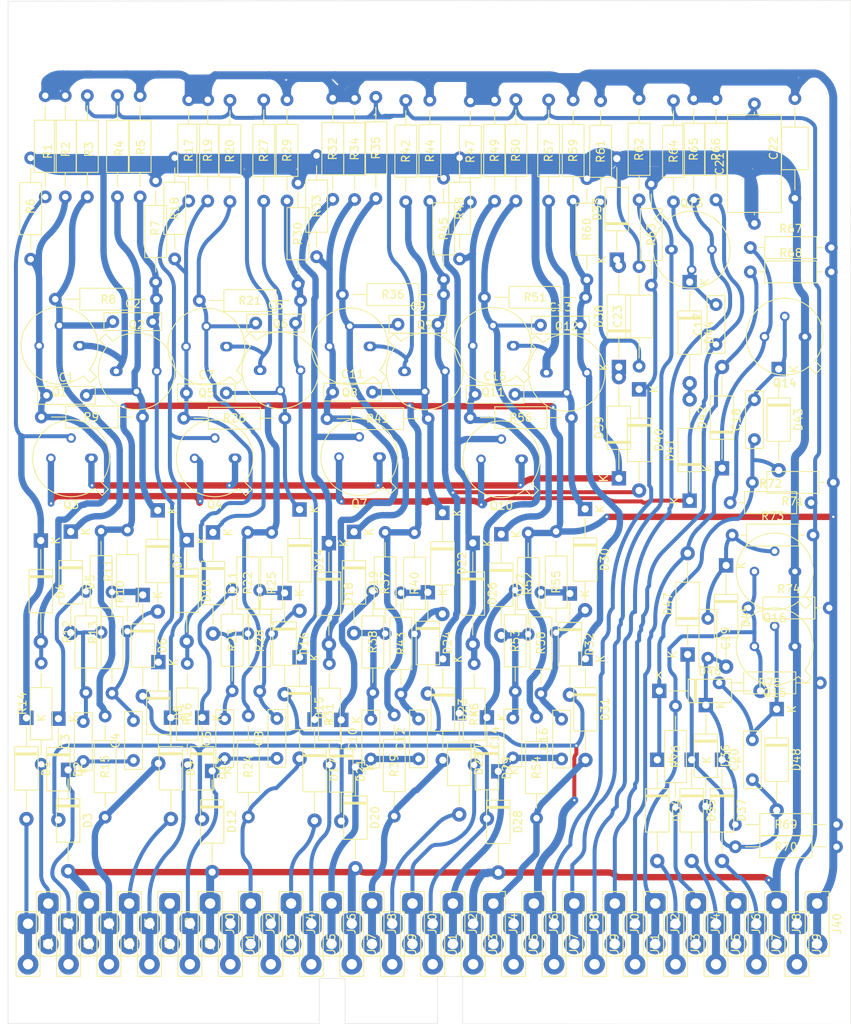
<source format=kicad_pcb>
(kicad_pcb (version 20241229) (generator "pcbnew") (generator_version "9.0")
  (layers (0 "F.Cu" signal) (2 "B.Cu" signal) (13 "F.Paste" user) (15 "B.Paste" user) (5 "F.SilkS" user "F.Silkscreen") (7 "B.SilkS" user "B.Silkscreen") (1 "F.Mask" user) (3 "B.Mask" user) (25 "Edge.Cuts" user))
  (net 0 "")
  (net 1 "Net-(D4-A)")
  (net 2 "Net-(D1-K)")
  (net 3 "Net-(D7-K)")
  (net 4 "Net-(D6-K)")
  (net 5 "Net-(D8-K)")
  (net 6 "Net-(D15-K)")
  (net 7 "Net-(D10-A)")
  (net 8 "Net-(D14-K)")
  (net 9 "Net-(D14-A)")
  (net 10 "Net-(D23-K)")
  (net 11 "Net-(D19-K)")
  (net 12 "/~{Gout}")
  (net 13 "-2V5")
  (net 14 "Net-(D22-K)")
  (net 15 "Net-(D27-K)")
  (net 16 "Net-(D30-K)")
  (net 17 "Net-(D30-A)")
  (net 18 "P1")
  (net 19 "P5")
  (net 20 "Net-(D10-K)")
  (net 21 "Net-(D13-K)")
  (net 22 "Net-(D17-K)")
  (net 23 "Net-(D25-K)")
  (net 24 "Net-(D32-K)")
  (net 25 "P2")
  (net 26 "Net-(D7-A)")
  (net 27 "Net-(D11-A)")
  (net 28 "Net-(D19-A)")
  (net 29 "Net-(D36-K)")
  (net 30 "P6")
  (net 31 "P7")
  (net 32 "P12")
  (net 33 "P14")
  (net 34 "P15")
  (net 35 "P18")
  (net 36 "P19")
  (net 37 "P20")
  (net 38 "P24")
  (net 39 "unconnected-(J25-Pin_1-Pad1)")
  (net 40 "P27")
  (net 41 "P29 Gout")
  (net 42 "Net-(D38-K)")
  (net 43 "Net-(D41-A)")
  (net 44 "GND")
  (net 45 "unconnected-(J8-Pin_1-Pad1)")
  (net 46 "unconnected-(J11-Pin_1-Pad1)")
  (net 47 "unconnected-(J13-Pin_1-Pad1)")
  (net 48 "Net-(D44-K)")
  (net 49 "Net-(D27-A)")
  (net 50 "Net-(D33-K)")
  (net 51 "Net-(D5-A)")
  (net 52 "Net-(D43-K)")
  (net 53 "Net-(D34-K)")
  (net 54 "Net-(D45-K)")
  (net 55 "Net-(D48-K)")
  (net 56 "Net-(D35-K)")
  (net 57 "Net-(D29-K)")
  (net 58 "Net-(D24-K)")
  (net 59 "Net-(D21-K)")
  (net 60 "Net-(D16-K)")
  (net 61 "Net-(D26-A)")
  (net 62 "Net-(D31-K)")
  (net 63 "Net-(D22-A)")
  (net 64 "Net-(D18-A)")
  (net 65 "Net-(D11-K)")
  (net 66 "Net-(D2-K)")
  (net 67 "Net-(D5-K)")
  (net 68 "P30 A")
  (net 69 "P31 IO")
  (net 70 "P32 Out")
  (net 71 "P33 B")
  (net 72 "P34 OutZ")
  (net 73 "P35 C")
  (net 74 "P36 D")
  (net 75 "P37 E")
  (net 76 "P3 -1V")
  (net 77 "P9 -1V")
  (net 78 "P16 -1V")
  (net 79 "P22 -1V")
  (net 80 "P21 GRset")
  (net 81 "P26 Gset")
  (net 82 "+6V")
  (net 83 "-12V")
  (footprint "TestPoint:TestPoint_2Pads_Pitch5.08mm_Drill1.3mm" (layer "F.Cu") (at 148.844 146.05 -90)
    (property "Reference" "J20")
    (property "Value" "Conn_01x02_Pin" (hide yes))
  )
  (footprint "Diode_THT:D_A-405_P12.70mm_Horizontal" (layer "F.Cu") (at 183.642 95.504 90)
    (property "Reference" "D41")
    (property "Value" "1N4148")
  )
  (footprint "Diode_THT:D_A-405_P12.70mm_Horizontal" (layer "F.Cu") (at 168.6052 107.1626 -90)
    (property "Reference" "D32")
    (property "Value" "1N4148")
  )
  (footprint "Diode_THT:D_A-405_P12.70mm_Horizontal" (layer "F.Cu") (at 102.1842 100.5078 -90)
    (property "Reference" "D4")
    (property "Value" "1N4148")
  )
  (footprint "Package_TO_SOT_THT:TO-5-3" (layer "F.Cu") (at 147.8534 79.2734)
    (property "Reference" "Q9")
    (property "Value" "Q_PNP_EBC")
  )
  (footprint "Capacitor_THT:C_Rect_L7.0mm_W2.0mm_P5.00mm" (layer "F.Cu") (at 161.4424 127.7836 90)
    (property "Reference" "C14")
    (property "Value" "C")
  )
  (footprint "custom:R_Axial_DIN0207_L6.3mm_D2.5mm_P12.7 mm_Horizontal" (layer "F.Cu") (at 118.999 65.1848 90)
    (property "Reference" "R18")
    (property "Value" "3k")
  )
  (footprint "Package_TO_SOT_THT:TO-5-3" (layer "F.Cu") (at 107.061 76.073 180)
    (property "Reference" "Q1")
    (property "Value" "Q_PNP_EBC")
  )
  (footprint "custom:R_Axial_DIN0207_L6.3mm_D2.5mm_P12.7 mm_Horizontal" (layer "F.Cu") (at 156.591 128.6594 90)
    (property "Reference" "R46")
    (property "Value" "10k")
  )
  (footprint "custom:R_Axial_DIN0207_L6.3mm_D2.5mm_P12.7 mm_Horizontal" (layer "F.Cu") (at 157.878 70.0024)
    (property "Reference" "R51")
    (property "Value" "5k1")
  )
  (footprint "TestPoint:TestPoint_2Pads_Pitch5.08mm_Drill1.3mm" (layer "F.Cu") (at 118.364 146.05 -90)
    (property "Reference" "J8")
    (property "Value" "Conn_01x02_Pin" (hide yes))
  )
  (footprint "custom:R_Axial_DIN0207_L6.3mm_D2.5mm_P12.7 mm_Horizontal" (layer "F.Cu") (at 178.816 55.77 -90)
    (property "Reference" "R63")
    (property "Value" "5k1")
  )
  (footprint "Capacitor_THT:C_Rect_L7.0mm_W2.0mm_P5.00mm" (layer "F.Cu") (at 167.5638 127.9252 90)
    (property "Reference" "C16")
    (property "Value" "C")
  )
  (footprint "custom:R_Axial_DIN0207_L6.3mm_D2.5mm_P12.7 mm_Horizontal" (layer "F.Cu") (at 166.878 112.0732 90)
    (property "Reference" "R55")
    (property "Value" "5k1")
  )
  (footprint "TestPoint:TestPoint_2Pads_Pitch5.08mm_Drill1.3mm" (layer "F.Cu") (at 103.124 146.05 -90)
    (property "Reference" "J2")
    (property "Value" "Conn_01x02_Pin" (hide yes))
  )
  (footprint "Diode_THT:D_A-405_P12.70mm_Horizontal" (layer "F.Cu") (at 116.9416 115.7732 -90)
    (property "Reference" "D8")
    (property "Value" "1N4148")
  )
  (footprint "Diode_THT:D_A-405_P12.70mm_Horizontal" (layer "F.Cu") (at 139.9032 123.0122 -90)
    (property "Reference" "D21")
    (property "Value" "1N4148")
  )
  (footprint "TestPoint:TestPoint_2Pads_Pitch5.08mm_Drill1.3mm" (layer "F.Cu") (at 169.164 146.05 -90)
    (property "Reference" "J28")
    (property "Value" "Conn_01x02_Pin" (hide yes))
  )
  (footprint "Diode_THT:D_A-405_P12.70mm_Horizontal" (layer "F.Cu") (at 138.3538 100.838 -90)
    (property "Reference" "D18")
    (property "Value" "1N4148")
  )
  (footprint "custom:R_Axial_DIN0207_L6.3mm_D2.5mm_P12.7 mm_Horizontal" (layer "F.Cu") (at 189.374 136.144)
    (property "Reference" "R69")
    (property "Value" "5k1")
  )
  (footprint "TestPoint:TestPoint_2Pads_Pitch5.08mm_Drill1.3mm" (layer "F.Cu") (at 181.864 148.59 -90)
    (property "Reference" "J33")
    (property "Value" "Conn_01x02_Pin" (hide yes))
  )
  (footprint "Diode_THT:D_A-405_P12.70mm_Horizontal" (layer "F.Cu") (at 136.5504 122.9614 -90)
    (property "Reference" "D17")
    (property "Value" "1N4148")
  )
  (footprint "custom:R_Axial_DIN0207_L6.3mm_D2.5mm_P12.7 mm_Horizontal" (layer "F.Cu") (at 161.7472 119.4392 90)
    (property "Reference" "R53")
    (property "Value" "510")
  )
  (footprint "TestPoint:TestPoint_2Pads_Pitch5.08mm_Drill1.3mm" (layer "F.Cu") (at 156.464 148.59 -90)
    (property "Reference" "J23")
    (property "Value" "Conn_01x02_Pin" (hide yes))
  )
  (footprint "custom:R_Axial_DIN0207_L6.3mm_D2.5mm_P12.7 mm_Horizontal" (layer "F.Cu") (at 144.2466 44.8988 -90)
    (property "Reference" "R35")
    (property "Value" "39k")
  )
  (footprint "Diode_THT:D_A-405_P12.70mm_Horizontal" (layer "F.Cu") (at 194.818 78.994 -90)
    (property "Reference" "D43")
    (property "Value" "D_Zener")
  )
  (footprint "custom:R_Axial_DIN0207_L6.3mm_D2.5mm_P12.7 mm_Horizontal" (layer "F.Cu") (at 187.342 118.364)
    (property "Reference" "R75")
    (property "Value" "39K")
  )
  (footprint "custom:R_Axial_DIN0207_L6.3mm_D2.5mm_P12.7 mm_Horizontal" (layer "F.Cu") (at 177.292 57.768 90)
    (property "Reference" "R62")
    (property "Value" "5k1")
  )
  (footprint "Capacitor_THT:C_Rect_L7.0mm_W2.0mm_P5.00mm" (layer "F.Cu") (at 149.606 127.8998 90)
    (property "Reference" "C12")
    (property "Value" "C")
  )
  (footprint "Diode_THT:D_A-405_P12.70mm_Horizontal" (layer "F.Cu") (at 187.706 128.016 -90)
    (property "Reference" "D37")
    (property "Value" "1N4148")
  )
  (footprint "custom:R_Axial_DIN0207_L6.3mm_D2.5mm_P12.7 mm_Horizontal" (layer "F.Cu") (at 145.415 99.4834 -90)
    (property "Reference" "R37")
    (property "Value" "5k1")
  )
  (footprint "custom:R_Axial_DIN0207_L6.3mm_D2.5mm_P12.7 mm_Horizontal" (layer "F.Cu") (at 140.0472 69.6468)
    (property "Reference" "R36")
    (property "Value" "5k1")
  )
  (footprint "Package_TO_SOT_THT:TO-5-3" (layer "F.Cu") (at 196.85 104.394 180)
    (property "Reference" "Q16")
    (property "Value" "Q_PNP_EBC")
  )
  (footprint "custom:R_Axial_DIN0207_L6.3mm_D2.5mm_P12.7 mm_Horizontal" (layer "F.Cu") (at 154.7622 65.1848 90)
    (property "Reference" "R48")
    (property "Value" "3k")
  )
  (footprint "custom:R_Axial_DIN0207_L6.3mm_D2.5mm_P12.7 mm_Horizontal" (layer "F.Cu") (at 149.098 112.2256 90)
    (property "Reference" "R40")
    (property "Value" "5k1")
  )
  (footprint "Diode_THT:D_A-405_P12.70mm_Horizontal" (layer "F.Cu") (at 179.578 128.016 -90)
    (property "Reference" "D34")
    (property "Value" "1N4148")
  )
  (footprint "custom:R_Axial_DIN0207_L6.3mm_D2.5mm_P12.7 mm_Horizontal" (layer "F.Cu") (at 152.7556 67.7502 90)
    (property "Reference" "R45")
    (property "Value" "3k")
  )
  (footprint "custom:R_Axial_DIN0207_L6.3mm_D2.5mm_P12.7 mm_Horizontal" (layer "F.Cu") (at 184.15 57.768 90)
    (property "Reference" "R65")
    (property "Value" "1k")
  )
  (footprint "custom:R_Axial_DIN0207_L6.3mm_D2.5mm_P12.7 mm_Horizontal" (layer "F.Cu") (at 147.3962 119.7694 90)
    (property "Reference" "R43")
    (property "Value" "510")
  )
  (footprint "custom:R_Axial_DIN0207_L6.3mm_D2.5mm_P12.7 mm_Horizontal" (layer "F.Cu") (at 148.0058 45.3052 -90)
    (property "Reference" "R42")
    (property "Value" "39k")
  )
  (footprint "TestPoint:TestPoint_2Pads_Pitch5.08mm_Drill1.3mm" (layer "F.Cu") (at 136.144 148.59 -90)
    (property "Reference" "J15")
    (property "Value" "Conn_01x02_Pin" (hide yes))
  )
  (footprint "Capacitor_THT:C_Rect_L7.0mm_W2.0mm_P5.00mm" (layer "F.Cu") (at 120.4614 81.9912)
    (property "Reference" "C7")
    (property "Value" "C")
  )
  (footprint "Diode_THT:D_A-405_P12.70mm_Horizontal" (layer "F.Cu") (at 152.6032 97.028 -90)
    (property "Reference" "D22")
    (property "Value" "1N4148")
  )
  (footprint "custom:R_Axial_DIN0207_L6.3mm_D2.5mm_P12.7 mm_Horizontal" (layer "F.Cu") (at 111.125 119.6678 90)
    (property "Reference" "R13")
    (property "Value" "510")
  )
  (footprint "custom:R_Axial_DIN0207_L6.3mm_D2.5mm_P12.7 mm_Horizontal" (layer "F.Cu") (at 102.252 85.0138)
    (property "Reference" "R9")
    (property "Value" "5k1")
  )
  (footprint "custom:R_Axial_DIN0207_L6.3mm_D2.5mm_P12.7 mm_Horizontal" (layer "F.Cu") (at 128.2446 122.4958 -90)
    (property "Reference" "R24")
    (property "Value" "10k")
  )
  (footprint "Diode_THT:D_A-405_P12.70mm_Horizontal" (layer "F.Cu") (at 100.3808 122.7582 -90)
    (property "Reference" "D1")
    (property "Value" "1N4148")
  )
  (footprint "Capacitor_THT:C_Rect_L7.0mm_W2.0mm_P5.00mm" (layer "F.Cu") (at 143.6116 127.9252 90)
    (property "Reference" "C10")
    (property "Value" "C")
  )
  (footprint "Diode_THT:D_A-405_P12.70mm_Horizontal" (layer "F.Cu") (at 123.698 129.413 -90)
    (property "Reference" "D12")
    (property "Value" "1N4148")
  )
  (footprint "Capacitor_THT:C_Rect_L7.0mm_W2.0mm_P5.00mm" (layer "F.Cu") (at 113.8174 128.103 90)
    (property "Reference" "C4")
    (property "Value" "C")
  )
  (footprint "Package_TO_SOT_THT:TO-5-3" (layer "F.Cu") (at 162.5346 90.3224 180)
    (property "Reference" "Q10")
    (property "Value" "Q_PNP_EBC")
  )
  (footprint "TestPoint:TestPoint_2Pads_Pitch5.08mm_Drill1.3mm" (layer "F.Cu") (at 141.224 148.59 -90)
    (property "Reference" "J17")
    (property "Value" "Conn_01x02_Pin" (hide yes))
  )
  (footprint "TestPoint:TestPoint_2Pads_Pitch5.08mm_Drill1.3mm" (layer "F.Cu") (at 153.924 146.05 -90)
    (property "Reference" "J22")
    (property "Value" "Conn_01x02_Pin" (hide yes))
  )
  (footprint "custom:R_Axial_DIN0207_L6.3mm_D2.5mm_P12.7 mm_Horizontal" (layer "F.Cu") (at 129.667 119.4392 90)
    (property "Reference" "R28")
    (property "Value" "510")
  )
  (footprint "TestPoint:TestPoint_2Pads_Pitch5.08mm_Drill1.3mm" (layer "F.Cu") (at 179.324 146.05 -90)
    (property "Reference" "J32")
    (property "Value" "Conn_01x02_Pin" (hide yes))
  )
  (footprint "custom:R_Axial_DIN0207_L6.3mm_D2.5mm_P12.7 mm_Horizontal" (layer "F.Cu") (at 156.1 85.09)
    (property "Reference" "R56")
    (property "Value" "5k1")
  )
  (footprint "custom:R_Axial_DIN0207_L6.3mm_D2.5mm_P12.7 mm_Horizontal" (layer "F.Cu") (at 143.8656 119.5916 90)
    (property "Reference" "R38")
    (property "Value" "510")
  )
  (footprint "Diode_THT:D_A-405_P12.70mm_Horizontal" (layer "F.Cu") (at 183.896 128.016 -90)
    (property "Reference" "D35")
    (property "Value" "1N4148")
  )
  (footprint "Diode_THT:D_A-405_P12.70mm_Horizontal" (layer "F.Cu") (at 132.7912 107.0864 -90)
    (property "Reference" "D16")
    (property "Value" "1N4148")
  )
  (footprint "custom:R_Axial_DIN0207_L6.3mm_D2.5mm_P12.7 mm_Horizontal" (layer "F.Cu") (at 161.8234 45.2036 -90)
    (property "Reference" "R50")
    (property "Value" "39k")
  )
  (footprint "TestPoint:TestPoint_2Pads_Pitch5.08mm_Drill1.3mm" (layer "F.Cu") (at 110.744 148.59 -90)
    (property "Reference" "J5")
    (property "Value" "Conn_01x02_Pin" (hide yes))
  )
  (footprint "Diode_THT:D_A-405_P12.70mm_Horizontal" (layer "F.Cu") (at 170.5102 96.5454 -90)
    (property "Reference" "D30")
    (property "Value" "1N4148")
  )
  (footprint "TestPoint:TestPoint_2Pads_Pitch5.08mm_Drill1.3mm" (layer "F.Cu") (at 143.764 146.05 -90)
    (property "Reference" "J18")
    (property "Value" "Conn_01x02_Pin" (hide yes))
  )
  (footprint "Diode_THT:D_A-405_P12.70mm_Horizontal" (layer "F.Cu") (at 134.6708 115.1636 -90)
    (property "Reference" "D15")
    (property "Value" "1N4148")
  )
  (footprint "custom:R_Axial_DIN0207_L6.3mm_D2.5mm_P12.7 mm_Horizontal" (layer "F.Cu") (at 110.2614 122.5296 -90)
    (property "Reference" "R15")
    (property "Value" "10k")
  )
  (footprint "custom:R_Axial_DIN0207_L6.3mm_D2.5mm_P12.7 mm_Horizontal" (layer "F.Cu") (at 172.466 58.022 90)
    (property "Reference" "R61")
    (property "Value" "5k1")
  )
  (footprint "Resistor_THT:R_Axial_DIN0207_L6.3mm_D2.5mm_P10.16mm_Horizontal" (layer "F.Cu") (at 201.676 93.218 180)
    (property "Reference" "R71")
    (property "Value" "5k1")
  )
  (footprint "TestPoint:TestPoint_2Pads_Pitch5.08mm_Drill1.3mm" (layer "F.Cu") (at 120.904 148.59 -90)
    (property "Reference" "J9")
    (property "Value" "Conn_01x02_Pin" (hide yes))
  )
  (footprint "Diode_THT:D_A-405_P12.70mm_Horizontal" (layer "F.Cu") (at 123.7996 99.4918 -90)
    (property "Reference" "D11")
    (property "Value" "1N4148")
  )
  (footprint "custom:R_Axial_DIN0207_L6.3mm_D2.5mm_P12.7 mm_Horizontal" (layer "F.Cu") (at 104.0046 70.231)
    (property "Reference" "R8")
    (property "Value" "5k1")
  )
  (footprint "TestPoint:TestPoint_2Pads_Pitch5.08mm_Drill1.3mm" (layer "F.Cu") (at 108.204 146.05 -90)
    (property "Reference" "J4")
    (property "Value" "Conn_01x02_Pin" (hide yes))
  )
  (footprint "TestPoint:TestPoint_2Pads_Pitch5.08mm_Drill1.3mm" (layer "F.Cu") (at 164.084 146.05 -90)
    (property "Reference" "J26")
    (property "Value" "Conn_01x02_Pin" (hide yes))
  )
  (footprint "Diode_THT:D_A-405_P12.70mm_Horizontal" (layer "F.Cu") (at 141.6812 128.9304 -90)
    (property "Reference" "D20")
    (property "Value" "1N4148")
  )
  (footprint "Package_TO_SOT_THT:TO-5-3" (layer "F.Cu") (at 144.7038 90.043 180)
    (property "Reference" "Q7")
    (property "Value" "Q_PNP_EBC")
  )
  (footprint "TestPoint:TestPoint_2Pads_Pitch5.08mm_Drill1.3mm" (layer "F.Cu") (at 192.024 148.59 -90)
    (property "Reference" "J37")
    (property "Value" "Conn_01x02_Pin" (hide yes))
  )
  (footprint "TestPoint:TestPoint_2Pads_Pitch5.08mm_Drill1.3mm" (layer "F.Cu") (at 189.484 146.05 -90)
    (property "Reference" "J36")
    (property "Value" "Conn_01x02_Pin" (hide yes))
  )
  (footprint "Diode_THT:D_A-405_P12.70mm_Horizontal" (layer "F.Cu") (at 179.832 119.38)
    (property "Reference" "D46")
    (property "Value" "1N4148")
  )
  (footprint "Package_TO_SOT_THT:TO-5-3" (layer "F.Cu") (at 126.5682 90.1954 180)
    (property "Reference" "Q4")
    (property "Value" "Q_PNP_EBC")
  )
  (footprint "Package_TO_SOT_THT:TO-5-3" (layer "F.Cu") (at 111.6584 79.2734)
    (property "Reference" "Q2")
    (property "Value" "Q_PNP_EBC")
  )
  (footprint "Resistor_THT:R_Axial_DIN0207_L6.3mm_D2.5mm_P10.16mm_Horizontal" (layer "F.Cu") (at 191.262 66.802)
    (property "Reference" "R68")
    (property "Value" "10k")
  )
  (footprint "custom:R_Axial_DIN0207_L6.3mm_D2.5mm_P12.7 mm_Horizontal" (layer "F.Cu") (at 107.8484 119.5916 90)
    (property "Reference" "R12")
    (property "Value" "510")
  )
  (footprint "custom:R_Axial_DIN0207_L6.3mm_D2.5mm_P12.7 mm_Horizontal" (layer "F.Cu") (at 181.61 58.022 90)
    (property "Reference" "R64")
    (property "Value" "10k")
  )
  (footprint "custom:R_Axial_DIN0207_L6.3mm_D2.5mm_P12.7 mm_Horizontal" (layer "F.Cu") (at 138.1168 85.217)
    (property "Reference" "R41")
    (property "Value" "5k1")
  )
  (footprint "custom:R_Axial_DIN0207_L6.3mm_D2.5mm_P12.7 mm_Horizontal" (layer "F.Cu") (at 164.4142 122.6482 -90)
    (property "Reference" "R54")
    (property "Value" "10k")
  )
  (footprint "custom:R_Axial_DIN0207_L6.3mm_D2.5mm_P12.7 mm_Horizontal" (layer "F.Cu") (at 169.0116 45.229 -90)
    (property "Reference" "R59")
    (property "Value" "2k")
  )
  (footprint "custom:R_Axial_DIN0207_L6.3mm_D2.5mm_P12.7 mm_Horizontal" (layer "F.Cu") (at 100.9142 65.2102 90)
    (property "Reference" "R6")
    (property "Value" "3k")
  )
  (footprint "custom:R_Axial_DIN0207_L6.3mm_D2.5mm_P12.7 mm_Horizontal" (layer "F.Cu") (at 138.8364 45.0004 -90)
    (property "Reference" "R32")
    (property "Value" "5k1")
  )
  (footprint "custom:R_Axial_DIN0207_L6.3mm_D2.5mm_P12.7 mm_Horizontal" (layer "F.Cu") (at 120.1336 85.1662)
    (property "Reference" "R26")
    (property "Value" "5k1")
  )
  (footprint "Capacitor_THT:C_Axial_L12.0mm_D6.5mm_P15.00mm_Horizontal" (layer "F.Cu") (at 191.77 60.72 90)
    (property "Reference" "C21")
    (property "Value" "C")
  )
  (footprint "TestPoint:TestPoint_2Pads_Pitch5.08mm_Drill1.3mm" (layer "F.Cu") (at 186.944 148.59 -90)
    (property "Reference" "J35")
    (property "Value" "Conn_01x02_Pin" (hide yes))
  )
  (footprint "TestPoint:TestPoint_2Pads_Pitch5.08mm_Drill1.3mm" (layer "F.Cu") (at 133.604 146.05 -90)
    (property "Reference" "J14")
    (property "Value" "Conn_01x02_Pin" (hide yes))
  )
  (footprint "custom:R_Axial_DIN0207_L6.3mm_D2.5mm_P12.7 mm_Horizontal" (layer "F.Cu") (at 120.5738 128.634 90)
    (property "Reference" "R16")
    (property "Value" "R")
  )
  (footprint "Diode_THT:D_A-405_P12.70mm_Horizontal" (layer "F.Cu") (at 159.9946 99.7204 -90)
    (property "Reference" "D27")
    (property "Value" "1N4148")
  )
  (footprint "custom:R_Axial_DIN0207_L6.3mm_D2.5mm_P12.7 mm_Horizontal" (layer "F.Cu") (at 131.1656 112.2002 90)
    (property "Reference" "R25")
    (property "Value" "5k1")
  )
  (footprint "Diode_THT:D_A-405_P12.70mm_Horizontal" (layer "F.Cu") (at 154.7114 122.174 -90)
    (property "Reference" "D25")
    (property "Value" "1N4148")
  )
  (footprint "TestPoint:TestPoint_2Pads_Pitch5.08mm_Drill1.3mm" (layer "F.Cu") (at 131.064 148.59 -90)
    (property "Reference" "J13")
    (property "Value" "Conn_01x02_Pin" (hide yes))
  )
  (footprint "Diode_THT:D_A-405_P12.70mm_Horizontal" (layer "F.Cu") (at 194.564 121.666 -90)
    (property "Reference" "D48")
    (property "Value" "D_Zener")
  )
  (footprint "TestPoint:TestPoint_2Pads_Pitch5.08mm_Drill1.3mm" (layer "F.Cu") (at 176.784 148.59 -90)
    (property "Reference" "J31")
    (property "Value" "Conn_01x02_Pin" (hide yes))
  )
  (footprint "Diode_THT:D_A-405_P12.70mm_Horizontal" (layer "F.Cu") (at 187.706 91.44 90)
    (property "Reference" "D42")
    (property "Value" "1N4148")
  )
  (footprint "Diode_THT:D_A-405_P12.70mm_Horizontal" (layer "F.Cu") (at 114.9858 107.3404 -90)
    (property "Reference" "D6")
    (property "Value" "1N4148")
  )
  (footprint "custom:R_Axial_DIN0207_L6.3mm_D2.5mm_P12.7 mm_Horizontal" (layer "F.Cu") (at 164.973 119.7186 90)
    (property "Reference" "R58")
    (property "Value" "510")
  )
  (footprint "TestPoint:TestPoint_2Pads_Pitch5.08mm_Drill1.3mm" (layer "F.Cu") (at 100.584 148.59 -90)
    (property "Reference" "J1")
    (property "Value" "Conn_01x02_Pin" (hide yes))
  )
  (footprint "custom:R_Axial_DIN0207_L6.3mm_D2.5mm_P12.7 mm_Horizontal" (layer "F.Cu") (at 146.558 122.3942 -90)
    (property "Reference" "R39")
    (property "Value" "10k")
  )
  (footprint "Package_TO_SOT_THT:TO-5-3" (layer "F.Cu") (at 181.356 64.008)
    (property "Reference" "Q13")
    (property "Value" "Q_PNP_EBC")
  )
  (footprint "Diode_THT:D_A-405_P12.70mm_Horizontal" (layer "F.Cu") (at 104.394 122.8598 -90)
    (property "Reference" "D2")
    (property "Value" "1N4148")
  )
  (footprint "custom:R_Axial_DIN0207_L6.3mm_D2.5mm_P12.7 mm_Horizontal" (layer "F.Cu") (at 128.1684 99.4834 -90)
    (property "Reference" "R22")
    (property "Value" "5k1")
  )
  (footprint "Diode_THT:D_A-405_P12.70mm_Horizontal" (layer "F.Cu") (at 118.5164 122.7328 -90)
    (property "Reference" "D9")
    (property "Value" "1N4148")
  )
  (footprint "Diode_THT:D_A-405_P12.70mm_Horizontal" (layer "F.Cu") (at 134.6708 96.6216 -90)
    (property "Reference" "D14")
    (property "Value" "1N4148")
  )
  (footprint "Diode_THT:D_A-405_P12.70mm_Horizontal" (layer "F.Cu") (at 177.292 81.534 -90)
    (property "Reference" "D40")
    (property "Value" "1N4148")
  )
  (footprint "Capacitor_THT:C_Rect_L7.0mm_W2.0mm_P5.00mm" (layer "F.Cu") (at 102.8992 82.296)
    (property "Reference" "C1")
    (property "Value" "C")
  )
  (footprint "Package_TO_SOT_THT:TO-5-3" (layer "F.Cu") (at 129.7178 79.1464)
    (property "Reference" "Q6")
    (property "Value" "Q_PNP_EBC")
  )
  (footprint "Diode_THT:D_A-405_P12.70mm_Horizontal" (layer "F.Cu") (at 152.654 115.3668 -90)
    (property "Reference" "D23")
    (property "Value" "1N4148")
  )
  (footprint "Diode_THT:D_A-405_P12.70mm_Horizontal" (layer "F.Cu") (at 174.752 92.71 90)
    (property "Reference" "D39")
    (property "Value" "1N4148")
  )
  (footprint "Diode_THT:D_A-405_P12.70mm_Horizontal" (layer "F.Cu") (at 174.752 78.74 90)
    (property "Reference" "D38")
    (property "Value" "1N4148")
  )
  (footprint "Resistor_THT:R_Axial_DIN0207_L6.3mm_D2.5mm_P10.16mm_Horizontal" (layer "F.Cu") (at 191.008 108.966)
    (property "Reference" "R74")
    (property "Value" "1k")
  )
  (footprint "custom:R_Axial_DIN0207_L6.3mm_D2.5mm_P12.7 mm_Horizontal" (layer "F.Cu") (at 159.1564 45.229 -90)
    (property "Reference" "R49")
    (property "Value" "2k")
  )
  (footprint "Diode_THT:D_A-405_P12.70mm_Horizontal" (layer "F.Cu") (at 183.642 68.072 -90)
    (property "Reference" "D44")
    (property "Value" "D_Zener")
  )
  (footprint "custom:R_Axial_DIN0207_L6.3mm_D2.5mm_P12.7 mm_Horizontal" (layer "F.Cu") (at 165.9382 45.229 -90)
    (property "Reference" "R57")
    (property "Value" "39k")
  )
  (footprint "custom:R_Axial_DIN0207_L6.3mm_D2.5mm_P12.7 mm_Horizontal" (layer "F.Cu") (at 109.7534 99.331 -90)
    (property "Reference" "R10")
    (property "Value" "5k1")
  )
  (footprint "custom:R_Axial_DIN0207_L6.3mm_D2.5mm_P12.7 mm_Horizontal" (layer "F.Cu") (at 105.2576 44.6956 -90)
    (property "Reference" "R2")
    (property "Value" "2k")
  )
  (footprint "Diode_THT:D_A-405_P12.70mm_Horizontal" (layer "F.Cu") (at 158.1912 122.7074 -90)
    (property "Reference" "D29")
    (property "Value" "1N4148")
  )
  (footprint "Package_TO_SOT_THT:TO-5-3" (layer "F.Cu") (at 165.6588 79.4512)
    (property "Reference" "Q12")
    (property "Value" "Q_PNP_EBC")
  )
  (footprint "Package_TO_SOT_THT:TO-5-3" (layer "F.Cu") (at 143.51 76.1492 180)
    (property "Reference" "Q8")
    (property "Value" "Q_PNP_EBC")
  )
  (footprint "TestPoint:TestPoint_2Pads_Pitch5.08mm_Drill1.3mm" (layer "F.Cu") (at 113.284 146.05 -90)
    (property "Reference" "J6")
    (property "Value" "Conn_01x02_Pin" (hide yes))
  )
  (footprint "Capacitor_THT:C_Rect_L7.0mm_W2.0mm_P5.00mm" (layer "F.Cu") (at 125.2728 127.8744 90)
    (property "Reference" "C6")
    (property "Value" "C")
  )
  (footprint "TestPoint:TestPoint_2Pads_Pitch5.08mm_Drill1.3mm" (layer "F.Cu") (at 123.444 146.05 -90)
    (property "Reference" "J10")
    (property "Value" "Conn_01x02_Pin" (hide yes))
  )
  (footprint "custom:R_Axial_DIN0207_L6.3mm_D2.5mm_P12.7 mm_Horizontal" (layer "F.Cu") (at 123.1392 45.2036 -90)
    (property "Reference" "R19")
    (property "Value" "2k")
  )
  (footprint "custom:R_Axial_DIN0207_L6.3mm_D2.5mm_P12.7 mm_Horizontal" (layer "F.Cu") (at 130.175 45.229 -90)
    (property "Reference" "R27")
    (property "Value" "39k")
  )
  (footprint "Package_TO_SOT_THT:TO-5-3" (layer "F.Cu") (at 108.5342 90.1954 180)
    (property "Reference" "Q3")
    (property "Value" "Q_PNP_EBC")
  )
  (footprint "Diode_THT:D_A-405_P12.70mm_Horizontal" (layer "F.Cu") (at 156.4132 100.8126 -90)
    (property "Reference" "D26")
    (property "Value" "1N4148")
  )
  (footprint "Diode_THT:D_A-405_P12.70mm_Horizontal" (layer "F.Cu") (at 159.6136 129.4638 -90)
    (property "Reference" "D28")
    (property "Value" "1N4148")
  )
  (footprint "Diode_THT:D_A-405_P12.70mm_Horizontal" (layer "F.Cu") (at 141.5034 99.4156 -90)
    (property "Reference" "D19")
    (property "Value" "1N4148")
  )
  (footprint "custom:R_Axial_DIN0207_L6.3mm_D2.5mm_P12.7 mm_Horizontal" (layer "F.Cu") (at 113.0554 111.8954 90)
    (property "Reference" "R11")
    (property "Value" "5k1")
  )
  (footprint "Diode_THT:D_A-405_P12.70mm_Horizontal" (layer "F.Cu") (at 170.561 115.3414 -90)
    (property "Reference" "D31")
    (property "Value" "1N4148")
  )
  (footprint "Capacitor_THT:C_Rect_L7.0mm_W2.0mm_P5.00mm" (layer "F.Cu") (at 186.944 75.906 90)
    (property "Reference" "C17")
    (property "Value" "C")
  )
  (footprint "custom:R_Axial_DIN0207_L6.3mm_D2.5mm_P12.7 mm_Horizontal" (layer "F.Cu") (at 126.2126 119.363 90)
    (property "Reference" "R23")
    (property "Value" "510")
  )
  (footprint "Package_TO_SOT_THT:TO-5-3" (layer "F.Cu") (at 161.4932 76.073 180)
    (property "Reference" "Q11")
    (property "Value" "Q_PNP_EBC")
  )
  (footprint "Resistor_THT:R_Axial_DIN0207_L6.3mm_D2.5mm_P10.16mm_Horizontal" (layer "F.Cu") (at 188.976 99.822)
    (property "Reference" "R73")
    (property "Value" "39K")
  )
  (footprint "Capacitor_THT:C_Rect_L7.0mm_W2.0mm_P5.00mm" (layer "F.Cu") (at 129.1628 73.2282)
    (property "Reference" "C5")
    (property "Value" "C")
  )
  (footprint "custom:R_Axial_DIN0207_L6.3mm_D2.5mm_P12.7 mm_Horizontal" (layer "F.Cu") (at 133.096 45.2036 -90)
    (property "Reference" "R29")
    (property "Value" "2k")
  )
  (footprint "Package_TO_SOT_THT:TO-5-3" (layer "F.Cu") (at 196.85 113.792 180)
    (property "Reference" "Q15")
    (property "Value" "Q_PNP_EBC")
  )
  (footprint "custom:R_Axial_DIN0207_L6.3mm_D2.5mm_P12.7 mm_Horizontal" (layer "F.Cu") (at 111.8108 44.6956 -90)
    (property "Reference" "R4")
    (property "Value" "39k")
  )
  (footprint "TestPoint:TestPoint_2Pads_Pitch5.08mm_Drill1.3mm" (layer "F.Cu") (at 194.564 146.05 -90)
    (property "Reference" "J38")
    (property "Value" "Conn_01x02_Pin" (hide yes))
  )
  (footprint "Capacitor_THT:C_Rect_L7.0mm_W2.0mm_P5.00mm" (layer "F.Cu") (at 111.2304 73.0504)
    (property "Reference" "C2")
    (property "Value" "C")
  )
  (footprint "Capacitor_THT:C_Rect_L7.0mm_W2.0mm_P5.00mm" (layer "F.Cu") (at 164.9114 73.4822)
    (property "Reference" "C13")
    (property "Value" "C")
  )
  (footprint "custom:R_Axial_DIN0207_L6.3mm_D2.5mm_P12.7 mm_Horizontal" (layer "F.Cu") (at 151.0284 45.2544 -90)
    (property "Reference" "R44")
    (property "Value" "2k")
  )
  (footprint "Diode_THT:D_A-405_P12.70mm_Horizontal" (layer "F.Cu") (at 188.214 103.632 -90)
    (property "Reference" "D45")
    (property "Value" "D_Zener")
  )
  (footprint "custom:R_Axial_DIN0207_L6.3mm_D2.5mm_P12.7 mm_Horizontal" (layer "F.Cu") (at 102.235 128.5832 90)
    (property "Reference" "R14")
    (property "Value" "10k")
  )
  (footprint "Diode_THT:D_A-405_P12.70mm_Horizontal" (layer "F.Cu") (at 122.428 122.7328 -90)
    (property "Reference" "D13")
    (property "Value" "1N4148")
  )
  (footprint "custom:R_Axial_DIN0207_L6.3mm_D2.5mm_P12.7 mm_Horizontal" (layer "F.Cu") (at 114.6556 44.6956 -90)
    (property "Reference" "R5")
    (property "Value" "2k")
  )
  (footprint "Capacitor_THT:C_Rect_L7.0mm_W2.0mm_P5.00mm" (layer "F.Cu") (at 185.928 110.276 -90)
    (property "Reference" "C19")
    (property "Value" "C")
  )
  (footprint "Resistor_THT:R_Axial_DIN0207_L6.3mm_D2.5mm_P10.16mm_Horizontal" (layer "F.Cu") (at 188.722 95.758)
    (property "Reference" "R72")
    (property "Value" "39K")
  )
  (footprint "TestPoint:TestPoint_2Pads_Pitch5.08mm_Drill1.3mm" (layer "F.Cu") (at 159.004 146.05 -90)
    (property "Reference" "J24")
    (property "Value" "Conn_01x02_Pin" (hide yes))
  )
  (footprint "Capacitor_THT:C_Rect_L7.0mm_W2.0mm_P5.00mm" (layer "F.Cu") (at 156.7072 82.169)
    (property "Reference" "C15")
    (property "Value" "C")
  )
  (footprint "TestPoint:TestPoint_2Pads_Pitch5.08mm_Drill1.3mm" (layer "F.Cu") (at 146.304 148.59 -90)
    (property "Reference" "J19")
    (property "Value" "Conn_01x02_Pin" (hide yes))
  )
  (footprint "Diode_THT:D_A-405_P12.70mm_Horizontal" (layer "F.Cu") (at 120.4976 100.457 -90)
    (property "Reference" "D10")
    (property "Value" "1N4148")
  )
  (footprint "Package_TO_SOT_THT:TO-5-3" (layer "F.Cu") (at 125.5014 76.1746 180)
    (property "Reference" "Q5")
    (property "Value" "Q_PNP_EBC")
  )
  (footprint "custom:R_Axial_DIN0207_L6.3mm_D2.5mm_P12.7 mm_Horizontal" (layer "F.Cu") (at 138.4046 128.6594 90)
    (property "Reference" "R31")
    (property "Value" "R")
  )
  (footprint "custom:R_Axial_DIN0207_L6.3mm_D2.5mm_P12.7 mm_Horizontal" (layer "F.Cu") (at 170.7388 67.801 90)
    (property "Reference" "R60")
    (property "Value" "3k")
  )
  (footprint "custom:R_Axial_DIN0207_L6.3mm_D2.5mm_P12.7 mm_Horizontal" (layer "F.Cu") (at 181.864 133.968 90)
    (property "Reference" "R76")
    (property "Value" "10k")
  )
  (footprint "custom:R_Axial_DIN0207_L6.3mm_D2.5mm_P12.7 mm_Horizontal" (layer "F.Cu") (at 134.4676 68.3598 90)
    (property "Reference" "R30")
    (property "Value" "3k")
  )
  (footprint "Capacitor_THT:C_Rect_L7.0mm_W2.0mm_P5.00mm" (layer "F.Cu") (at 138.8256 81.8896)
    (property "Reference" "C11")
    (property "Value" "C")
  )
  (footprint "Capacitor_THT:C_Axial_L5.1mm_D3.1mm_P12.50mm_Horizontal" (layer "F.Cu") (at 177.292 78.64 90)
    (property "Reference" "C23")
    (property "Value" "2.2")
  )
  (footprint "Capacitor_THT:C_Rect_L7.0mm_W2.0mm_P5.00mm" (layer "F.Cu") (at 191.77 87.844 90)
    (property "Reference" "C18")
    (property "Value" "C")
  )
  (footprint "custom:R_Axial_DIN0207_L6.3mm_D2.5mm_P12.7 mm_Horizontal" (layer "F.Cu") (at 156.1084 45.356 -90)
    (property "Reference" "R47")
    (property "Value" "5k1")
  )
  (footprint "custom:R_Axial_DIN0207_L6.3mm_D2.5mm_P12.7 mm_Horizontal" (layer "F.Cu") (at 136.8044 64.9054 90)
    (property "Reference" "R33")
    (property "Value" "3k")
  )
  (footprint "Capacitor_THT:C_Rect_L7.0mm_W2.0mm_P5.00mm" (layer "F.Cu") (at 147.0298 73.3806)
    (property "Reference" "C9")
    (property "Value" "C")
  )
  (footprint "custom:R_Axial_DIN0207_L6.3mm_D2.5mm_P12.7 mm_Horizontal" (layer "F.Cu") (at 189.374 138.938)
    (property "Reference" "R70")
    (property "Value" "5k1")
  )
  (footprint "Capacitor_THT:C_Rect_L7.0mm_W2.0mm_P5.00mm" (layer "F.Cu") (at 107.5182 128.23 90)
    (property "Reference" "C3")
    (property "Value" "C")
  )
  (footprint "Capacitor_THT:C_Rect_L7.0mm_W2.0mm_P5.00mm" (layer "F.Cu") (at 191.516 130.516 90)
    (property "Reference" "C20")
    (property "Value" "C")
  )
  (footprint "TestPoint:TestPoint_2Pads_Pitch5.08mm_Drill1.3mm" (layer "F.Cu") (at 197.104 148.59 -90)
    (property "Reference" "J39")
    (property "Value" "Conn_01x02_Pin" (hide yes))
  )
  (footprint "Diode_THT:D_A-405_P12.70mm_Horizontal" (layer "F.Cu") (at 116.8654 96.7232 -90)
    (property "Reference" "D7")
    (property "Value" "1N4148")
  )
  (footprint "TestPoint:TestPoint_2Pads_Pitch5.08mm_Drill1.3mm" (layer "F.Cu") (at 166.624 148.59 -90)
    (property "Reference" "J27")
    (property "Value" "Conn_01x02_Pin" (hide yes))
  )
  (footprint "custom:R_Axial_DIN0207_L6.3mm_D2.5mm_P12.7 mm_Horizontal" (layer "F.Cu") (at 122.0894 70.4088)
    (property "Reference" "R21")
    (property "Value" "5k1")
  )
  (footprint "custom:R_Axial_DIN0207_L6.3mm_D2.5mm_P12.7 mm_Horizontal" (layer "F.Cu") (at 186.944 57.768 90)
    (property "Reference" "R66")
    (property "Value" "1k")
  )
  (footprint "Capacitor_THT:C_Axial_L5.1mm_D3.1mm_P12.50mm_Horizontal" (layer "F.Cu") (at 196.85 57.558 90)
    (property "Reference" "C22")
    (property "Value" "C")
  )
  (footprint "Diode_THT:D_A-405_P12.70mm_Horizontal" (layer "F.Cu") (at 174.498 65.278 90)
    (property "Reference" "D33")
    (property "Value" "1N4148")
  )
  (footprint "TestPoint:TestPoint_2Pads_Pitch5.08mm_Drill1.3mm" (layer "F.Cu") (at 128.524 146.05 -90)
    (property "Reference" "J12")
    (property "Value" "Conn_01x02_Pin" (hide yes))
  )
  (footprint "custom:R_Axial_DIN0207_L6.3mm_D2.5mm_P12.7 mm_Horizontal" (layer "F.Cu") (at 116.6114 68.0804 90)
    (property "Reference" "R7")
    (property "Value" "3k")
  )
  (footprint "Package_TO_SOT_THT:TO-5-3" (layer "F.Cu") (at 198.12 74.93 180)
    (property "Reference" "Q14")
    (property "Value" "Q_PNP_EBC")
  )
  (footprint "Diode_THT:D_A-405_P12.70mm_Horizontal" (layer "F.Cu") (at 105.9434 99.3902 -90)
    (property "Reference" "D5")
    (property "Value" "1N4148")
  )
  (footprint "Resistor_THT:R_Axial_DIN0207_L6.3mm_D2.5mm_P10.16mm_Horizontal" (layer "F.Cu") (at 191.262 63.754)
    (property "Reference" "R67")
    (property "Value" "1k")
  )
  (footprint "TestPoint:TestPoint_2Pads_Pitch5.08mm_Drill1.3mm" (layer "F.Cu") (at 138.684 146.05 -90)
    (property "Reference" "J16")
    (property "Value" "Conn_01x02_Pin" (hide yes))
  )
  (footprint "custom:R_Axial_DIN0207_L6.3mm_D2.5mm_P12.7 mm_Horizontal" (layer "F.Cu") (at 102.743 44.6956 -90)
    (property "Reference" "R1")
    (property "Value" "5k1")
  )
  (footprint "TestPoint:TestPoint_2Pads_Pitch5.08mm_Drill1.3mm" (layer "F.Cu") (at 151.384 148.59 -90)
    (property "Reference" "J21")
    (property "Value" "Conn_01x02_Pin" (hide yes))
  )
  (footprint "TestPoint:TestPoint_2Pads_Pitch5.08mm_Drill1.3mm" (layer "F.Cu") (at 171.704 148.59 -90)
    (property "Reference" "J29")
    (property "Value" "Conn_01x02_Pin" (hide yes))
  )
  (footprint "custom:R_Axial_DIN0207_L6.3mm_D2.5mm_P12.7 mm_Horizontal" (layer "F.Cu") (at 141.5796 45.0258 -90)
    (property "Reference" "R34")
    (property "Value" "2k")
  )
  (footprint "Diode_THT:D_A-405_P12.70mm_Horizontal" (layer "F.Cu") (at 185.674 121.158 -90)
    (property "Reference" "D36")
    (property "Value" "1N4148")
  )
  (footprint "custom:R_Axial_DIN0207_L6.3mm_D2.5mm_P12.7 mm_Horizontal" (layer "F.Cu") (at 163.3728 99.5596 -90)
    (property "Reference" "R52")
    (property "Value" "5k1")
  )
  (footprint "TestPoint:TestPoint_2Pads_Pitch5.08mm_Drill1.3mm" (layer "F.Cu") (at 184.404 146.05 -90)
    (property "Reference" "J34")
    (property "Value" "Conn_01x02_Pin" (hide yes))
  )
  (footprint "custom:R_Axial_DIN0207_L6.3mm_D2.5mm_P12.7 mm_Horizontal" (layer "F.Cu") (at 125.9332 45.2798 -90)
    (property "Reference" "R20")
    (property "Value" "39k")
  )
  (footprint "Capacitor_THT:C_Rect_L7.0mm_W2.0mm_P5.00mm" (layer "F.Cu") (at 131.826 127.8382 90)
    (property "Reference" "C8")
    (property "Value" "C")
  )
  (footprint "Diode_THT:D_A-405_P12.70mm_Horizontal" (layer "F.Cu") (at 183.388 114.808 90)
    (property "Reference" "D47")
    (property "Value" "1N4148")
  )
  (footprint "TestPoint:TestPoint_2Pads_Pitch5.08mm_Drill1.3mm" (layer "F.Cu") (at 199.644 146.05 -90)
    (property "Reference" "J40")
    (property "Value" "Conn_01x02_Pin" (hide yes))
  )
  (footprint "custom:R_Axial_DIN0207_L6.3mm_D2.5mm_P12.7 mm_Horizontal" (layer "F.Cu") (at 108.0262 44.6956 -90)
    (property "Reference" "R3")
    (property "Value" "39k")
  )
  (footprint "custom:R_Axial_DIN0207_L6.3mm_D2.5mm_P12.7 mm_Horizontal" (layer "F.Cu") (at 120.7516 45.2036 -90)
    (property "Reference" "R17")
    (property "Value" "5k1")
  )
  (footprint "TestPoint:TestPoint_2Pads_Pitch5.08mm_Drill1.3mm" (layer "F.Cu") (at 115.824 148.59 -90)
    (property "Reference" "J7")
    (property "Value" "Conn_01x02_Pin" (hide yes))
  )
  (footprint "Diode_THT:D_A-405_P12.70mm_Horizontal" (layer "F.Cu") (at 105.6132 129.286 -90)
    (property "Reference" "D3")
    (property "Value" "1N4148")
  )
  (footprint "TestPoint:TestPoint_2Pads_Pitch5.08mm_Drill1.3mm" (layer "F.Cu") (at 105.664 148.59 -90)
    (property "Reference" "J3")
    (property "Value" "Conn_01x02_Pin" (hide yes))
  )
  (footprint "TestPoint:TestPoint_2Pads_Pitch5.08mm_Drill1.3mm" (layer "F.Cu") (at 125.984 148.59 -90)
    (property "Reference" "J11")
    (property "Value" "Conn_01x02_Pin" (hide yes))
  )
  (footprint "Diode_THT:D_A-405_P12.70mm_Horizontal" (layer "F.Cu") (at 150.7744 107.0102 -90)
    (property "Reference" "D24")
    (property "Value" "1N4148")
  )
  (footprint "TestPoint:TestPoint_2Pads_Pitch5.08mm_Drill1.3mm" (layer "F.Cu") (at 161.544 148.59 -90)
    (property "Reference" "J25")
    (property "Value" "Conn_01x02_Pin" (hide yes))
  )
  (footprint "TestPoint:TestPoint_2Pads_Pitch5.08mm_Drill1.3mm" (layer "F.Cu") (at 174.244 146.05 -90)
    (property "Reference" "J30")
    (property "Value" "Conn_01x02_Pin" (hide yes))
  )
  (gr_line (start 151.9682 155.2194) (end 155.1432 155.2194) (stroke (width 0.05)) (layer "Edge.Cuts"))
  (gr_line (start 155.1432 155.2194) (end 155.1432 161.163) (stroke (width 0.05)) (layer "Edge.Cuts"))
  (gr_line (start 137.1346 155.448) (end 140.3858 155.448) (stroke (width 0.05)) (layer "Edge.Cuts"))
  (gr_line (start 203.8858 32.7152) (end 98.0694 32.8422) (stroke (width 0.05)) (layer "Edge.Cuts"))
  (gr_line (start 98.0694 161.1376) (end 137.1346 161.1376) (stroke (width 0.05)) (layer "Edge.Cuts"))
  (gr_line (start 151.9682 161.1122) (end 151.9682 155.2194) (stroke (width 0.05)) (layer "Edge.Cuts"))
  (gr_line (start 203.8604 161.1884) (end 203.8858 32.7152) (stroke (width 0.05)) (layer "Edge.Cuts"))
  (gr_line (start 137.1346 161.1376) (end 137.1346 155.448) (stroke (width 0.05)) (layer "Edge.Cuts"))
  (gr_line (start 140.3858 155.448) (end 140.3858 161.1122) (stroke (width 0.05)) (layer "Edge.Cuts"))
  (gr_line (start 98.0694 32.8422) (end 98.0694 161.1376) (stroke (width 0.05)) (layer "Edge.Cuts"))
  (gr_line (start 155.1432 161.163) (end 203.8604 161.1884) (stroke (width 0.05)) (layer "Edge.Cuts"))
  (gr_line (start 140.3858 161.1122) (end 151.9682 161.1122) (stroke (width 0.05)) (layer "Edge.Cuts"))
  (segment (start 102.1842 110.788508) (end 102.1842 113.2078) (width 0.8) (layer "B.Cu") (net 1))
  (segment (start 104.394 101.8032) (end 104.394 105.666553) (width 0.8) (layer "B.Cu") (net 1))
  (segment (start 105.568643 97.678065) (end 105.358205 97.81868) (width 0.8) (layer "B.Cu") (net 1))
  (segment (start 101.5408 65.8368) (end 100.9142 65.2102) (width 0.2) (layer "B.Cu") (net 1))
  (segment (start 102.9208 62.3824) (end 103.383767 61.919433) (width 0.8) (layer "B.Cu") (net 1))
  (segment (start 105.358205 97.81868) (end 105.185547 97.8902) (width 0.8) (layer "B.Cu") (net 1))
  (segment (start 105.185547 97.8902) (end 104.4434 97.8902) (width 0.8) (layer "B.Cu") (net 1))
  (segment (start 104.2162 106.0958) (end 104.065606 106.246394) (width 0.8) (layer "B.Cu") (net 1))
  (segment (start 101.981 76.073) (end 101.981 80.07927) (width 0.8) (layer "B.Cu") (net 1))
  (segment (start 102.252 85.0138) (end 102.252 83.858479) (width 0.8) (layer "B.Cu") (net 1))
  (segment (start 105.660171 97.590629) (end 105.568643 97.678065) (width 0.8) (layer "B.Cu") (net 1))
  (segment (start 109.3978 95.8596) (end 108.013126 95.8596) (width 0.8) (layer "B.Cu") (net 1))
  (segment (start 102.235 115.8832) (end 102.235 113.330442) (width 0.5) (layer "B.Cu") (net 1))
  (segment (start 102.328581 85.017006) (end 104.113753 85.017006) (width 0.8) (layer "B.Cu") (net 1))
  (segment (start 101.981 76.073) (end 101.981 67.785683) (width 0.8) (layer "B.Cu") (net 1))
  (segment (start 102.252 85.0138) (end 102.328581 85.017006) (width 0.8) (layer "B.Cu") (net 1))
  (segment (start 108.1532 86.6902) (end 109.796979 88.333979) (width 0.8) (layer "B.Cu") (net 1))
  (segment (start 106.951432 96.299368) (end 105.660171 97.590629) (width 0.8) (layer "B.Cu") (net 1))
  (segment (start 101.934958 67.2084) (end 101.934958 64.762433) (width 0.8) (layer "B.Cu") (net 1))
  (segment (start 110.5154 90.0684) (end 110.5154 94.431785) (width 0.8) (layer "B.Cu") (net 1))
  (segment (start 110.1344 95.3516) (end 109.788045 95.697955) (width 0.8) (layer "B.Cu") (net 1))
  (segment (start 104.394 98.009462) (end 104.394 101.8032) (width 0.8) (layer "B.Cu") (net 1))
  (arc (start 104.113753 85.017006) (mid 106.299886 85.451855) (end 108.1532 86.6902) (width 0.8) (layer "B.Cu") (net 1))
  (arc (start 103.383767 61.919433) (mid 104.770607 59.843881) (end 105.2576 57.3956) (width 0.8) (layer "B.Cu") (net 1))
  (arc (start 104.4434 97.8902) (mid 104.406839 97.944917) (end 104.394 98.009462) (width 0.8) (layer "B.Cu") (net 1))
  (arc (start 107.6452 96.012) (mid 107.269736 96.086685) (end 106.951432 96.299368) (width 0.8) (layer "B.Cu") (net 1))
  (arc (start 109.796979 88.333979) (mid 110.328688 89.129738) (end 110.5154 90.0684) (width 0.8) (layer "B.Cu") (net 1))
  (arc (start 101.981 67.785683) (mid 101.703748 66.391842) (end 100.9142 65.2102) (width 0.8) (layer "B.Cu") (net 1))
  (arc (start 102.235 113.330442) (mid 102.221798 113.264069) (end 102.1842 113.2078) (width 0.5) (layer "B.Cu") (net 1))
  (arc (start 101.934958 64.762433) (mid 102.19117 63.474369) (end 102.9208 62.3824) (width 0.8) (layer "B.Cu") (net 1))
  (arc (start 110.5154 94.431785) (mid 110.416381 94.929585) (end 110.1344 95.3516) (width 0.8) (layer "B.Cu") (net 1))
  (arc (start 102.252 83.858479) (mid 102.420202 83.012872) (end 102.8992 82.296) (width 0.8) (layer "B.Cu") (net 1))
  (arc (start 104.065606 106.246394) (mid 103.932678 106.445334) (end 103.886 106.68) (width 0.8) (layer "B.Cu") (net 1))
  (arc (start 109.788045 95.697955) (mid 109.608999 95.81759) (end 109.3978 95.8596) (width 0.8) (layer "B.Cu") (net 1))
  (arc (start 101.981 80.07927) (mid 102.219633 81.278955) (end 102.8992 82.296) (width 0.8) (layer "B.Cu") (net 1))
  (arc (start 103.886 106.68) (mid 102.626484 108.564999) (end 102.1842 110.788508) (width 0.8) (layer "B.Cu") (net 1))
  (arc (start 108.013126 95.8596) (mid 107.814006 95.899207) (end 107.6452 96.012) (width 0.8) (layer "B.Cu") (net 1))
  (arc (start 104.394 105.666553) (mid 104.347791 105.89886) (end 104.2162 106.0958) (width 0.8) (layer "B.Cu") (net 1))
  (segment (start 99.7458 87.4268) (end 105.442311 87.4268) (width 0.5) (layer "B.Cu") (net 2))
  (segment (start 99.06 66.164506) (end 99.06 85.771133) (width 0.5) (layer "B.Cu") (net 2))
  (segment (start 100.3808 122.7582) (end 100.3808 110.066477) (width 0.8) (layer "B.Cu") (net 2))
  (segment (start 102.1842 100.5078) (end 102.1842 98.019219) (width 0.8) (layer "B.Cu") (net 2))
  (segment (start 102.1842 105.712686) (end 102.1842 100.5078) (width 0.8) (layer "B.Cu") (net 2))
  (segment (start 99.7458 92.132402) (end 99.7458 87.4268) (width 0.8) (layer "B.Cu") (net 2))
  (segment (start 102.743 57.3956) (end 102.6922 57.3956) (width 0.5) (layer "B.Cu") (net 2))
  (arc (start 105.442311 87.4268) (mid 105.740991 87.486211) (end 105.9942 87.6554) (width 0.5) (layer "B.Cu") (net 2))
  (arc (start 100.711 94.4626) (mid 99.996647 93.393496) (end 99.7458 92.132402) (width 0.8) (layer "B.Cu") (net 2))
  (arc (start 100.3808 110.066477) (mid 100.625046 108.83857) (end 101.3206 107.7976) (width 0.8) (layer "B.Cu") (net 2))
  (arc (start 102.6922 57.3956) (mid 100.003978 61.418808) (end 99.06 66.164506) (width 0.5) (layer "B.Cu") (net 2))
  (arc (start 101.3206 107.7976) (mid 101.959758 106.841033) (end 102.1842 105.712686) (width 0.8) (layer "B.Cu") (net 2))
  (arc (start 99.06 85.771133) (mid 99.238234 86.667173) (end 99.7458 87.4268) (width 0.5) (layer "B.Cu") (net 2))
  (arc (start 102.1842 98.019219) (mid 101.801328 96.094391) (end 100.711 94.4626) (width 0.8) (layer "B.Cu") (net 2))
  (segment (start 114.3508 75.565) (end 114.3508 75.776916) (width 0.8) (layer "B.Cu") (net 3))
  (segment (start 114.952 85.0138) (end 114.952 83.632751) (width 0.8) (layer "B.Cu") (net 3))
  (segment (start 112.5474 63.6016) (end 112.602019 63.659563) (width 0.8) (layer "B.Cu") (net 3))
  (segment (start 114.3508 75.776916) (end 114.3508 78.455185) (width 0.8) (layer "B.Cu") (net 3))
  (segment (start 114.1984 81.8134) (end 109.064299 81.8134) (width 0.8) (layer "B.Cu") (net 3))
  (segment (start 111.8108 57.3956) (end 111.8108 61.823291) (width 0.8) (layer "B.Cu") (net 3))
  (segment (start 114.952 92.459444) (end 114.952 85.0138) (width 0.8) (layer "B.Cu") (net 3))
  (segment (start 114.3508 67.881493) (end 114.3508 75.565) (width 0.8) (layer "B.Cu") (net 3))
  (segment (start 113.9698 79.375) (end 113.9698 81.261511) (width 0.8) (layer "B.Cu") (net 3))
  (arc (start 111.8108 61.823291) (mid 112.002236 62.785705) (end 112.5474 63.6016) (width 0.8) (layer "B.Cu") (net 3))
  (arc (start 109.064299 81.8134) (mid 108.433752 81.938824) (end 107.8992 82.296) (width 0.8) (layer "B.Cu") (net 3))
  (arc (start 114.3508 78.455185) (mid 114.251781 78.952985) (end 113.9698 79.375) (width 0.8) (layer "B.Cu") (net 3))
  (arc (start 116.8654 97.0788) (mid 115.449276 94.959422) (end 114.952 92.459444) (width 0.8) (layer "B.Cu") (net 3))
  (arc (start 114.952 83.632751) (mid 114.756146 82.648125) (end 114.1984 81.8134) (width 0.8) (layer "B.Cu") (net 3))
  (arc (start 112.602019 63.659563) (mid 113.896306 65.596601) (end 114.3508 67.881493) (width 0.8) (layer "B.Cu") (net 3))
  (segment (start 111.125 106.9678) (end 114.086265 106.9678) (width 0.8) (layer "B.Cu") (net 4))
  (arc (start 114.086265 106.9678) (mid 114.57309 107.064636) (end 114.9858 107.3404) (width 0.8) (layer "B.Cu") (net 4))
  (segment (start 116.6114 67.680789) (end 116.6114 68.0804) (width 0.8) (layer "B.Cu") (net 5))
  (segment (start 116.7384 79.2734) (end 116.7384 74.27682) (width 0.8) (layer "B.Cu") (net 5))
  (segment (start 118.6688 109.85139) (end 118.6688 96.007642) (width 0.5) (layer "B.Cu") (net 5))
  (segment (start 116.6114 68.0804) (end 116.6114 70.005996) (width 0.8) (layer "B.Cu") (net 5))
  (segment (start 114.6556 57.3956) (end 114.6556 62.981917) (width 0.8) (layer "B.Cu") (net 5))
  (segment (start 116.7046 71.90558) (end 116.7046 70.231) (width 0.8) (layer "B.Cu") (net 5))
  (segment (start 118.2624 110.7694) (end 118.307037 110.724763) (width 0.5) (layer "B.Cu") (net 5))
  (segment (start 116.939426 115.662371) (end 116.939426 113.963341) (width 0.5) (layer "B.Cu") (net 5))
  (segment (start 115.7224 65.5574) (end 115.738555 65.573555) (width 0.8) (layer "B.Cu") (net 5))
  (segment (start 116.7384 91.101961) (end 116.7384 79.2734) (width 0.5) (layer "B.Cu") (net 5))
  (segment (start 116.9416 115.7732) (end 116.939426 115.662371) (width 0.5) (layer "B.Cu") (net 5))
  (arc (start 116.7384 74.27682) (mid 116.606375 73.613086) (end 116.2304 73.0504) (width 0.8) (layer "B.Cu") (net 5))
  (arc (start 118.6688 96.007642) (mid 118.682002 95.941269) (end 118.7196 95.885) (width 0.5) (layer "B.Cu") (net 5))
  (arc (start 114.6556 62.981917) (mid 114.932853 64.375758) (end 115.7224 65.5574) (width 0.8) (layer "B.Cu") (net 5))
  (arc (start 115.738555 65.573555) (mid 116.384555 66.540362) (end 116.6114 67.680789) (width 0.8) (layer "B.Cu") (net 5))
  (arc (start 116.939426 113.963341) (mid 117.283256 112.234793) (end 118.2624 110.7694) (width 0.5) (layer "B.Cu") (net 5))
  (arc (start 116.2304 73.0504) (mid 116.58136 72.525152) (end 116.7046 71.90558) (width 0.8) (layer "B.Cu") (net 5))
  (arc (start 118.307037 110.724763) (mid 118.574781 110.324056) (end 118.6688 109.85139) (width 0.5) (layer "B.Cu") (net 5))
  (arc (start 118.7196 95.885) (mid 117.253297 93.690523) (end 116.7384 91.101961) (width 0.5) (layer "B.Cu") (net 5))
  (arc (start 116.6114 70.005996) (mid 116.635622 70.127767) (end 116.7046 70.231) (width 0.8) (layer "B.Cu") (net 5))
  (segment (start 134.7132 70.2564) (end 134.7132 68.616647) (width 0.8) (layer "B.Cu") (net 6))
  (segment (start 134.1628 73.2282) (end 134.1628 77.613375) (width 0.5) (layer "B.Cu") (net 6))
  (segment (start 134.7978 91.538428) (end 134.7978 79.1464) (width 0.5) (layer "B.Cu") (net 6))
  (segment (start 133.096 57.9036) (end 133.096 63.690687) (width 0.8) (layer "B.Cu") (net 6))
  (segment (start 136.7028 109.446513) (end 136.7028 96.137504) (width 0.5) (layer "B.Cu") (net 6))
  (segment (start 136.2456 110.49) (end 136.291565 110.439322) (width 0.5) (layer "B.Cu") (net 6))
  (segment (start 134.6708 115.1636) (end 134.6708 114.291903) (width 0.5) (layer "B.Cu") (net 6))
  (segment (start 134.7132 71.899417) (end 134.7132 70.2564) (width 0.5) (layer "B.Cu") (net 6))
  (arc (start 134.6708 114.291903) (mid 135.080077 112.234328) (end 136.2456 110.49) (width 0.5) (layer "B.Cu") (net 6))
  (arc (start 133.096 63.690687) (mid 133.57129 66.080129) (end 134.9248 68.1058) (width 0.8) (layer "B.Cu") (net 6))
  (arc (start 136.0932 94.6658) (mid 135.134463 93.23095) (end 134.7978 91.538428) (width 0.5) (layer "B.Cu") (net 6))
  (arc (start 136.291565 110.439322) (mid 136.595924 109.983817) (end 136.7028 109.446513) (width 0.5) (layer "B.Cu") (net 6))
  (arc (start 136.7028 96.137504) (mid 136.54437 95.341023) (end 136.0932 94.6658) (width 0.5) (layer "B.Cu") (net 6))
  (arc (start 134.7132 68.616647) (mid 134.768193 68.340179) (end 134.9248 68.1058) (width 0.8) (layer "B.Cu") (net 6))
  (arc (start 134.1628 77.613375) (mid 134.327831 78.443042) (end 134.7978 79.1464) (width 0.5) (layer "B.Cu") (net 6))
  (arc (start 134.1628 73.2282) (mid 134.570156 72.618549) (end 134.7132 71.899417) (width 0.5) (layer "B.Cu") (net 6))
  (segment (start 122.6312 103.759) (end 122.6312 103.4288) (width 0.5) (layer "B.Cu") (net 7))
  (segment (start 125.983252 95.8088) (end 126.9492 95.8088) (width 0.5) (layer "B.Cu") (net 7))
  (segment (start 123.887853 97.084035) (end 124.005278 97.081156) (width 0.5) (layer "B.Cu") (net 7))
  (segment (start 120.4614 81.9912) (end 120.4614 76.271168) (width 0.5) (layer "B.Cu") (net 7))
  (segment (start 121.837766 85.1662) (end 120.1336 85.1662) (width 0.5) (layer "B.Cu") (net 7))
  (segment (start 128.117722 95.499165) (end 128.1684 95.4532) (width 0.5) (layer "B.Cu") (net 7))
  (segment (start 119.262468 65.820868) (end 120.4214 66.9798) (width 0.5) (layer "B.Cu") (net 7))
  (segment (start 122.2756 102.570306) (end 122.2756 98.6282) (width 0.5) (layer "B.Cu") (net 7))
  (segment (start 124.443845 96.917155) (end 125.2474 96.1136) (width 0.5) (layer "B.Cu") (net 7))
  (segment (start 126.9492 95.8088) (end 127.370197 95.8088) (width 0.5) (layer "B.Cu") (net 7))
  (segment (start 122.6566 107.3404) (end 122.6566 103.820321) (width 0.5) (layer "B.Cu") (net 7))
  (segment (start 120.4614 81.9912) (end 120.4614 84.374821) (width 0.5) (layer "B.Cu") (net 7))
  (segment (start 120.5738 115.934) (end 120.5738 113.340963) (width 0.5) (layer "B.Cu") (net 7))
  (segment (start 122.2756 98.6282) (end 122.4496 98.4542) (width 0.5) (layer "B.Cu") (net 7))
  (segment (start 120.4976 113.157) (end 120.4976 111.452956) (width 0.5) (layer "B.Cu") (net 7))
  (segment (start 121.412 109.2454) (end 122.189627 108.467774) (width 0.5) (layer "B.Cu") (net 7))
  (segment (start 128.021105 88.727305) (end 126.3142 87.0204) (width 0.5) (layer "B.Cu") (net 7))
  (segment (start 124.005278 97.081156) (end 124.0536 97.0788) (width 0.5) (layer "B.Cu") (net 7))
  (segment (start 120.4214 64.464949) (end 120.4214 66.9798) (width 0.5) (layer "B.Cu") (net 7))
  (segment (start 128.524 94.594706) (end 128.524 89.9414) (width 0.5) (layer "B.Cu") (net 7))
  (segment (start 120.4214 66.9798) (end 120.4214 76.1746) (width 0.5) (layer "B.Cu") (net 7))
  (segment (start 122.4496 98.1418) (end 123.160202 97.431198) (width 0.5) (layer "B.Cu") (net 7))
  (segment (start 122.4496 98.4542) (end 122.4496 98.1418) (width 0.5) (layer "B.Cu") (net 7))
  (arc (start 122.6566 103.820321) (mid 122.649999 103.787134) (end 122.6312 103.759) (width 0.5) (layer "B.Cu") (net 7))
  (arc (start 118.999 65.1848) (mid 119.067473 65.529038) (end 119.262468 65.820868) (width 0.5) (layer "B.Cu") (net 7))
  (arc (start 123.160202 97.431198) (mid 123.493066 97.193292) (end 123.887853 97.084035) (width 0.5) (layer "B.Cu") (net 7))
  (arc (start 124.0536 97.0788) (mid 124.264799 97.03679) (end 124.443845 96.917155) (width 0.5) (layer "B.Cu") (net 7))
  (arc (start 120.4614 76.271168) (mid 120.451004 76.218906) (end 120.4214 76.1746) (width 0.5) (layer "B.Cu") (net 7))
  (arc (start 120.4976 111.452956) (mid 120.735245 110.258235) (end 121.412 109.2454) (width 0.5) (layer "B.Cu") (net 7))
  (arc (start 120.4614 84.374821) (mid 120.376207 84.803112) (end 120.1336 85.1662) (width 0.5) (layer "B.Cu") (net 7))
  (arc (start 126.3142 87.0204) (mid 124.260394 85.648091) (end 121.837766 85.1662) (width 0.5) (layer "B.Cu") (net 7))
  (arc (start 122.189627 108.467774) (mid 122.535238 107.95053) (end 122.6566 107.3404) (width 0.5) (layer "B.Cu") (net 7))
  (arc (start 122.6312 103.4288) (mid 122.368018 103.034919) (end 122.2756 102.570306) (width 0.5) (layer "B.Cu") (net 7))
  (arc (start 128.524 89.9414) (mid 128.393302 89.284337) (end 128.021105 88.727305) (width 0.5) (layer "B.Cu") (net 7))
  (arc (start 120.5738 113.340963) (mid 120.553996 113.241403) (end 120.4976 113.157) (width 0.5) (layer "B.Cu") (net 7))
  (arc (start 123.1392 57.9036) (mid 121.127733 60.913972) (end 120.4214 64.464949) (width 0.5) (layer "B.Cu") (net 7))
  (arc (start 125.2474 96.1136) (mid 125.585012 95.888015) (end 125.983252 95.8088) (width 0.5) (layer "B.Cu") (net 7))
  (arc (start 128.1684 95.4532) (mid 128.431582 95.05932) (end 128.524 94.594706) (width 0.5) (layer "B.Cu") (net 7))
  (arc (start 127.370197 95.8088) (mid 127.774755 95.728329) (end 128.117722 95.499165) (width 0.5) (layer "B.Cu") (net 7))
  (segment (start 132.8336 92.186207) (end 132.8336 85.1662) (width 0.5) (layer "B.Cu") (net 8))
  (segment (start 132.2578 81.6864) (end 132.2578 70.41963) (width 0.5) (layer "B.Cu") (net 8))
  (segment (start 130.175 65.391307) (end 130.175 57.929) (width 0.5) (layer "B.Cu") (net 8))
  (segment (start 125.4614 81.9912) (end 131.521948 81.9912) (width 0.5) (layer "B.Cu") (net 8))
  (segment (start 132.8336 85.1662) (end 132.8336 83.076504) (width 0.5) (layer "B.Cu") (net 8))
  (arc (start 131.4958 68.58) (mid 130.518264 67.117016) (end 130.175 65.391307) (width 0.5) (layer "B.Cu") (net 8))
  (arc (start 134.6708 96.6216) (mid 133.311072 94.586625) (end 132.8336 92.186207) (width 0.5) (layer "B.Cu") (net 8))
  (arc (start 132.8336 83.076504) (mid 132.683954 82.324185) (end 132.2578 81.6864) (width 0.5) (layer "B.Cu") (net 8))
  (arc (start 131.521948 81.9912) (mid 131.920188 81.911985) (end 132.2578 81.6864) (width 0.5) (layer "B.Cu") (net 8))
  (arc (start 132.2578 70.41963) (mid 132.059763 69.424029) (end 131.4958 68.58) (width 0.5) (layer "B.Cu") (net 8))
  (segment (start 131.1656 112.2002) (end 131.1656 112.203072) (width 0.5) (layer "B.Cu") (net 9))
  (segment (start 129.667 119.4392) (end 129.667 119.581395) (width 0.5) (layer "B.Cu") (net 9))
  (segment (start 133.601127 109.764673) (end 131.1656 112.2002) (width 0.5) (layer "B.Cu") (net 9))
  (segment (start 130.2258 114.469077) (end 130.2258 118.090138) (width 0.5) (layer "B.Cu") (net 9))
  (segment (start 130.443265 121.455466) (end 131.826 122.8382) (width 0.5) (layer "B.Cu") (net 9))
  (arc (start 129.667 119.581395) (mid 129.868745 120.595635) (end 130.443265 121.455466) (width 0.5) (layer "B.Cu") (net 9))
  (arc (start 134.6708 109.3216) (mid 134.091897 109.436751) (end 133.601127 109.764673) (width 0.5) (layer "B.Cu") (net 9))
  (arc (start 131.1656 112.2002) (mid 130.470046 113.241169) (end 130.2258 114.469077) (width 0.5) (layer "B.Cu") (net 9))
  (arc (start 131.826 122.8382) (mid 131.811298 122.76429) (end 131.769431 122.701632) (width 0.5) (layer "B.Cu") (net 9))
  (arc (start 130.2258 118.090138) (mid 130.080572 118.820245) (end 129.667 119.4392) (width 0.5) (layer "B.Cu") (net 9))
  (segment (start 177.089762 94.382436) (end 177.025889 94.408629) (width 0.5) (layer "F.Cu") (net 10))
  (segment (start 177.169402 94.337041) (end 177.089762 94.382436) (width 0.5) (layer "F.Cu") (net 10))
  (segment (start 177.228235 94.293736) (end 177.169402 94.337041) (width 0.5) (layer "F.Cu") (net 10))
  (segment (start 176.91331 94.449) (end 154.04471 94.449) (width 0.5) (layer "F.Cu") (net 10))
  (segment (start 176.960289 94.438745) (end 176.942829 94.445977) (width 0.5) (layer "F.Cu") (net 10))
  (segment (start 177.025889 94.408629) (end 176.976002 94.423032) (width 0.5) (layer "F.Cu") (net 10))
  (segment (start 177.292 94.234) (end 177.228235 94.293736) (width 0.5) (layer "F.Cu") (net 10))
  (segment (start 176.976002 94.423032) (end 176.960289 94.438745) (width 0.5) (layer "F.Cu") (net 10))
  (segment (start 176.942829 94.445977) (end 176.91331 94.449) (width 0.5) (layer "F.Cu") (net 10))
  (via (at 153.924 94.499) (size 0.6) (drill 0.3) (layers "F.Cu" "B.Cu") (net 10))
  (arc (start 154.04471 94.449) (mid 153.979382 94.461994) (end 153.924 94.499) (width 0.5) (layer "F.Cu") (net 10))
  (segment (start 152.7556 67.7502) (end 152.7556 69.626521) (width 0.8) (layer "B.Cu") (net 10))
  (segment (start 152.9334 79.2734) (end 152.9334 91.596139) (width 0.8) (layer "B.Cu") (net 10))
  (segment (start 152.654 114.087474) (end 152.654 115.3668) (width 0.8) (layer "B.Cu") (net 10))
  (segment (start 151.0284 63.248639) (end 151.0284 57.9544) (width 0.8) (layer "B.Cu") (net 10))
  (segment (start 152.0298 73.3806) (end 152.0298 77.091917) (width 0.8) (layer "B.Cu") (net 10))
  (segment (start 154.263489 110.190055) (end 154.227199 110.289436) (width 0.8) (layer "B.Cu") (net 10))
  (segment (start 154.328246 109.837829) (end 154.316083 109.960999) (width 0.8) (layer "B.Cu") (net 10))
  (segment (start 152.7556 69.626521) (end 152.7472 69.6468) (width 0.8) (layer "B.Cu") (net 10))
  (segment (start 152.7472 69.6468) (end 152.7472 71.648644) (width 0.8) (layer "B.Cu") (net 10))
  (segment (start 152.7556 67.7502) (end 152.753099 67.41243) (width 0.8) (layer "B.Cu") (net 10))
  (segment (start 154.4574 95.2754) (end 154.4574 109.421395) (width 0.8) (layer "B.Cu") (net 10))
  (segment (start 154.3304 109.728) (end 154.328246 109.837829) (width 0.8) (layer "B.Cu") (net 10))
  (segment (start 154.29645 110.067669) (end 154.263489 110.190055) (width 0.8) (layer "B.Cu") (net 10))
  (segment (start 154.316083 109.960999) (end 154.29645 110.067669) (width 0.8) (layer "B.Cu") (net 10))
  (arc (start 152.9334 91.596139) (mid 153.329475 93.58734) (end 154.4574 95.2754) (width 0.8) (layer "B.Cu") (net 10))
  (arc (start 152.753099 67.41243) (mid 151.476634 65.502067) (end 151.0284 63.248639) (width 0.8) (layer "B.Cu") (net 10))
  (arc (start 154.227199 110.289436) (mid 153.062861 112.03199) (end 152.654 114.087474) (width 0.8) (layer "B.Cu") (net 10))
  (arc (start 152.7472 71.648644) (mid 152.560753 72.585972) (end 152.0298 73.3806) (width 0.8) (layer "B.Cu") (net 10))
  (arc (start 154.4574 109.421395) (mid 154.424393 109.587328) (end 154.3304 109.728) (width 0.8) (layer "B.Cu") (net 10))
  (arc (start 152.0298 77.091917) (mid 152.264638 78.272527) (end 152.9334 79.2734) (width 0.8) (layer "B.Cu") (net 10))
  (segment (start 148.0058 95.281254) (end 148.0058 90.262884) (width 0.8) (layer "B.Cu") (net 11))
  (segment (start 145.923 86.614) (end 143.566963 84.257963) (width 0.8) (layer "B.Cu") (net 11))
  (segment (start 141.980365 99.218034) (end 142.9512 98.2472) (width 0.8) (layer "B.Cu") (net 11))
  (segment (start 140.0472 69.6468) (end 140.0472 67.737048) (width 0.8) (layer "B.Cu") (net 11))
  (segment (start 140.97 77.98834) (end 140.97 73.6092) (width 0.8) (layer "B.Cu") (net 11))
  (segment (start 140.97 73.6092) (end 146.477911 73.6092) (width 0.5) (layer "B.Cu") (net 11))
  (segment (start 140.0472 69.6468) (end 140.0472 71.381364) (width 0.8) (layer "B.Cu") (net 11))
  (segment (start 146.898411 87.589412) (end 145.923 86.614) (width 0.8) (layer "B.Cu") (net 11))
  (segment (start 145.158756 97.3328) (end 145.789837 97.3328) (width 0.8) (layer "B.Cu") (net 11))
  (segment (start 145.789837 97.3328) (end 146.241622 97.3328) (width 0.8) (layer "B.Cu") (net 11))
  (arc (start 147.3454 96.8756) (mid 147.834168 96.144108) (end 148.0058 95.281254) (width 0.8) (layer "B.Cu") (net 11))
  (arc (start 141.5034 99.4156) (mid 141.761532 99.364254) (end 141.980365 99.218034) (width 0.8) (layer "B.Cu") (net 11))
  (arc (start 140.0472 71.381364) (mid 140.287028 72.58706) (end 140.97 73.6092) (width 0.8) (layer "B.Cu") (net 11))
  (arc (start 146.241622 97.3328) (mid 146.838982 97.213977) (end 147.3454 96.8756) (width 0.8) (layer "B.Cu") (net 11))
  (arc (start 146.477911 73.6092) (mid 146.776591 73.549788) (end 147.0298 73.3806) (width 0.5) (layer "B.Cu") (net 11))
  (arc (start 140.0472 67.737048) (mid 141.138588 62.250268) (end 144.2466 57.5988) (width 0.8) (layer "B.Cu") (net 11))
  (arc (start 142.9512 98.2472) (mid 143.964035 97.570445) (end 145.158756 97.3328) (width 0.8) (layer "B.Cu") (net 11))
  (arc (start 148.0058 90.262884) (mid 147.979395 90.130137) (end 147.9042 90.0176) (width 0.8) (layer "B.Cu") (net 11))
  (arc (start 143.566963 84.257963) (mid 143.487207 84.138599) (end 143.4592 83.9978) (width 0.8) (layer "B.Cu") (net 11))
  (arc (start 143.4592 83.9978) (mid 141.616922 81.240637) (end 140.97 77.98834) (width 0.8) (layer "B.Cu") (net 11))
  (arc (start 147.9042 90.0176) (mid 147.642804 88.703474) (end 146.898411 87.589412) (width 0.8) (layer "B.Cu") (net 11))
  (segment (start 138.7602 94.951576) (end 139.274576 94.951576) (width 0.8) (layer "F.Cu") (net 12))
  (segment (start 150.148864 95.6056) (end 150.252822 95.60753) (width 0.8) (layer "F.Cu") (net 12))
  (segment (start 150.850114 95.571213) (end 151.002604 95.530362) (width 0.8) (layer "F.Cu") (net 12))
  (segment (start 139.9286 95.6056) (end 150.148864 95.6056) (width 0.8) (layer "F.Cu") (net 12))
  (segment (start 122.1232 95.758) (end 122.1232 95.6564) (width 0.8) (layer "F.Cu") (net 12))
  (segment (start 177.738361 95.699119) (end 177.596644 95.604428) (width 0.5) (layer "F.Cu") (net 12))
  (segment (start 177.596644 95.604428) (end 174.442875 95.604428) (width 0.5) (layer "F.Cu") (net 12))
  (segment (start 173.14787 95.149) (end 173.097759 95.195097) (width 0.5) (layer "F.Cu") (net 12))
  (segment (start 183.642 95.504) (end 178.92121 95.504) (width 0.5) (layer "F.Cu") (net 12))
  (segment (start 174.442875 95.604428) (end 174.306868 95.602203) (width 0.5) (layer "F.Cu") (net 12))
  (segment (start 178.308 95.758) (end 177.8 95.758) (width 0.5) (layer "F.Cu") (net 12))
  (segment (start 114.6556 94.9452) (end 121.3104 94.9452) (width 0.8) (layer "F.Cu") (net 12))
  (segment (start 173.097759 95.195097) (end 159.452178 95.195097) (width 0.5) (layer "F.Cu") (net 12))
  (segment (start 150.252822 95.60753) (end 150.458179 95.640051) (width 0.8) (layer "F.Cu") (net 12))
  (segment (start 174.306868 95.602203) (end 174.03718 95.566695) (width 0.5) (layer "F.Cu") (net 12))
  (segment (start 121.412 94.951576) (end 138.7602 94.951576) (width 0.8) (layer "F.Cu") (net 12))
  (segment (start 177.8 95.758) (end 177.738361 95.699119) (width 0.5) (layer "F.Cu") (net 12))
  (segment (start 173.287555 95.256185) (end 173.14787 95.149) (width 0.5) (layer "F.Cu") (net 12))
  (segment (start 151.008306 95.528) (end 156.311521 95.528) (width 0.8) (layer "F.Cu") (net 12))
  (segment (start 151.002604 95.530362) (end 151.008306 95.528) (width 0.8) (layer "F.Cu") (net 12))
  (segment (start 173.774435 95.49629) (end 173.523126 95.392193) (width 0.5) (layer "F.Cu") (net 12))
  (segment (start 173.523126 95.392193) (end 173.287555 95.256185) (width 0.5) (layer "F.Cu") (net 12))
  (segment (start 150.65592 95.704297) (end 150.713394 95.650142) (width 0.8) (layer "F.Cu") (net 12))
  (segment (start 114.6556 94.9452) (end 104.394 94.9452) (width 0.8) (layer "F.Cu") (net 12))
  (segment (start 174.03718 95.566695) (end 173.774435 95.49629) (width 0.5) (layer "F.Cu") (net 12))
  (segment (start 150.713394 95.650142) (end 150.850114 95.571213) (width 0.8) (layer "F.Cu") (net 12))
  (segment (start 150.458179 95.640051) (end 150.65592 95.704297) (width 0.8) (layer "F.Cu") (net 12))
  (via (at 157.48 96.012) (size 0.6) (drill 0.3) (layers "F.Cu" "B.Cu") (net 12))
  (via (at 139.9286 95.6056) (size 0.6) (drill 0.3) (layers "F.Cu" "B.Cu") (net 12))
  (via (at 103.4796 95.8596) (size 0.6) (drill 0.3) (layers "F.Cu" "B.Cu") (net 12))
  (via (at 122.1994 95.5802) (size 0.6) (drill 0.3) (layers "F.Cu" "B.Cu") (net 12))
  (arc (start 139.274576 94.951576) (mid 139.737041 95.143135) (end 139.9286 95.6056) (width 0.8) (layer "F.Cu") (net 12))
  (arc (start 178.92121 95.504) (mid 178.589343 95.570012) (end 178.308 95.758) (width 0.5) (layer "F.Cu") (net 12))
  (arc (start 121.3104 94.9452) (mid 121.885136 95.183264) (end 122.1232 95.758) (width 0.8) (layer "F.Cu") (net 12))
  (arc (start 159.452178 95.195097) (mid 158.384843 95.407403) (end 157.48 96.012) (width 0.5) (layer "F.Cu") (net 12))
  (arc (start 104.394 94.9452) (mid 103.747422 95.213022) (end 103.4796 95.8596) (width 0.8) (layer "F.Cu") (net 12))
  (arc (start 122.1232 95.6564) (mid 122.145518 95.602518) (end 122.1994 95.5802) (width 0.8) (layer "F.Cu") (net 12))
  (arc (start 156.311521 95.528) (mid 156.943897 95.653788) (end 157.48 96.012) (width 0.8) (layer "F.Cu") (net 12))
  (segment (start 103.4542 90.1954) (end 103.4542 95.8596) (width 0.8) (layer "B.Cu") (net 12))
  (segment (start 183.642 87.858471) (end 183.642 95.504) (width 0.5) (layer "B.Cu") (net 12))
  (segment (start 122.1994 95.5802) (end 122.1994 90.9066) (width 0.8) (layer "B.Cu") (net 12))
  (segment (start 139.6238 90.043) (end 139.6238 95.3008) (width 0.8) (layer "B.Cu") (net 12))
  (segment (start 157.4546 90.3224) (end 157.4546 95.885) (width 0.8) (layer "B.Cu") (net 12))
  (segment (start 189.23 68.072) (end 189.304395 68.146395) (width 0.5) (layer "B.Cu") (net 12))
  (segment (start 185.674 78.972051) (end 185.674 82.44479) (width 0.5) (layer "B.Cu") (net 12))
  (segment (start 103.4542 95.8596) (end 103.4796 95.8596) (width 0.8) (layer "B.Cu") (net 12))
  (segment (start 190.246 70.41963) (end 190.246 71.374) (width 0.5) (layer "B.Cu") (net 12))
  (segment (start 187.96 60.22084) (end 187.96 65.005949) (width 0.5) (layer "B.Cu") (net 12))
  (segment (start 185.42 83.058) (end 185.42 83.566) (width 0.5) (layer "B.Cu") (net 12))
  (segment (start 189.376259 73.473742) (end 186.944 75.906) (width 0.5) (layer "B.Cu") (net 12))
  (arc (start 186.944 57.768) (mid 187.69595 58.893373) (end 187.96 60.22084) (width 0.5) (layer "B.Cu") (net 12))
  (arc (start 157.4546 95.885) (mid 157.514116 96.028684) (end 157.6578 96.0882) (width 0.8) (layer "B.Cu") (net 12))
  (arc (start 189.304395 68.146395) (mid 190.001285 69.189364) (end 190.246 70.41963) (width 0.5) (layer "B.Cu") (net 12))
  (arc (start 186.944 75.906) (mid 186.004062 77.312716) (end 185.674 78.972051) (width 0.5) (layer "B.Cu") (net 12))
  (arc (start 185.42 83.566) (mid 184.104087 85.535402) (end 183.642 87.858471) (width 0.5) (layer "B.Cu") (net 12))
  (arc (start 185.674 82.44479) (mid 185.607987 82.776657) (end 185.42 83.058) (width 0.5) (layer "B.Cu") (net 12))
  (arc (start 139.6238 95.3008) (mid 139.713074 95.516326) (end 139.9286 95.6056) (width 0.8) (layer "B.Cu") (net 12))
  (arc (start 122.1994 90.9066) (mid 121.991094 90.403706) (end 121.4882 90.1954) (width 0.8) (layer "B.Cu") (net 12))
  (arc (start 190.246 71.374) (mid 190.019962 72.510372) (end 189.376259 73.473742) (width 0.5) (layer "B.Cu") (net 12))
  (arc (start 187.96 65.005949) (mid 188.290063 66.665283) (end 189.23 68.072) (width 0.5) (layer "B.Cu") (net 12))
  (arc (start 157.6578 96.0882) (mid 157.709876 95.962476) (end 157.8356 95.9104) (width 0.8) (layer "B.Cu") (net 12))
  (segment (start 108.6104 93.599) (end 125.857 93.599) (width 0.8) (layer "F.Cu") (net 13))
  (segment (start 125.857 93.599) (end 144.526 93.599) (width 0.8) (layer "F.Cu") (net 13))
  (segment (start 144.526 93.599) (end 162.3568 93.599) (width 0.8) (layer "F.Cu") (net 13))
  (segment (start 164.431193 92.71) (end 174.752 92.71) (width 0.8) (layer "F.Cu") (net 13))
  (via (at 144.526 93.599) (size 0.6) (drill 0.3) (layers "F.Cu" "B.Cu") (net 13))
  (via (at 125.857 93.599) (size 0.6) (drill 0.3) (layers "F.Cu" "B.Cu") (net 13))
  (via (at 162.4076 93.5482) (size 0.6) (drill 0.3) (layers "F.Cu" "B.Cu") (net 13))
  (via (at 108.6104 93.599) (size 0.6) (drill 0.3) (layers "F.Cu" "B.Cu") (net 13))
  (arc (start 162.4076 93.5482) (mid 163.336032 92.927841) (end 164.431193 92.71) (width 0.8) (layer "F.Cu") (net 13))
  (arc (start 162.3568 93.599) (mid 162.392721 93.584121) (end 162.4076 93.5482) (width 0.8) (layer "F.Cu") (net 13))
  (segment (start 173.07921 75.58679) (end 173.228 75.438) (width 0.8) (layer "B.Cu") (net 13))
  (segment (start 126.5682 90.1954) (end 126.5682 92.8878) (width 0.8) (layer "B.Cu") (net 13))
  (segment (start 173.228 75.438) (end 175.514 75.438) (width 0.5) (layer "B.Cu") (net 13))
  (segment (start 172.466 58.022) (end 172.466 73.59837) (width 0.5) (layer "B.Cu") (net 13))
  (segment (start 108.5342 90.1954) (end 108.5342 93.5228) (width 0.8) (layer "B.Cu") (net 13))
  (segment (start 175.594416 75.435612) (end 176.165025 75.435612) (width 0.5) (layer "B.Cu") (net 13))
  (segment (start 172.72 86.04437) (end 172.72 76.454) (width 0.8) (layer "B.Cu") (net 13))
  (segment (start 162.5346 90.3224) (end 162.5346 93.4212) (width 0.8) (layer "B.Cu") (net 13))
  (segment (start 177.292 76.91842) (end 177.292 78.64) (width 0.5) (layer "B.Cu") (net 13))
  (segment (start 175.514 75.438) (end 175.594416 75.435612) (width 0.5) (layer "B.Cu") (net 13))
  (segment (start 174.752 92.71) (end 174.752 90.950051) (width 0.8) (layer "B.Cu") (net 13))
  (segment (start 144.7038 90.043) (end 144.7038 93.4212) (width 0.8) (layer "B.Cu") (net 13))
  (arc (start 172.466 73.59837) (mid 172.664038 74.59397) (end 173.228 75.438) (width 0.5) (layer "B.Cu") (net 13))
  (arc (start 108.5342 93.5228) (mid 108.556518 93.576682) (end 108.6104 93.599) (width 0.8) (layer "B.Cu") (net 13))
  (arc (start 176.784 75.692) (mid 177.159975 76.254686) (end 177.292 76.91842) (width 0.5) (layer "B.Cu") (net 13))
  (arc (start 144.7038 93.4212) (mid 144.651724 93.546924) (end 144.526 93.599) (width 0.8) (layer "B.Cu") (net 13))
  (arc (start 173.482 87.884) (mid 172.918037 87.039971) (end 172.72 86.04437) (width 0.8) (layer "B.Cu") (net 13))
  (arc (start 174.752 90.950051) (mid 174.421938 89.290716) (end 173.482 87.884) (width 0.8) (layer "B.Cu") (net 13))
  (arc (start 172.72 76.454) (mid 172.813356 75.984669) (end 173.07921 75.58679) (width 0.8) (layer "B.Cu") (net 13))
  (arc (start 126.5682 92.8878) (mid 126.359894 93.390694) (end 125.857 93.599) (width 0.8) (layer "B.Cu") (net 13))
  (arc (start 176.165025 75.435612) (mid 176.500011 75.502245) (end 176.784 75.692) (width 0.5) (layer "B.Cu") (net 13))
  (arc (start 162.5346 93.4212) (mid 162.497403 93.511003) (end 162.4076 93.5482) (width 0.8) (layer "B.Cu") (net 13))
  (segment (start 148.3106 58.741052) (end 148.3106 62.587844) (width 0.8) (layer "B.Cu") (net 14))
  (segment (start 150.3934 81.8134) (end 150.3934 84.194822) (width 0.8) (layer "B.Cu") (net 14))
  (segment (start 150.2918 74.934358) (end 150.2918 81.568116) (width 0.8) (layer "B.Cu") (net 14))
  (segment (start 151.1046 93.02906) (end 151.1046 85.91181) (width 0.8) (layer "B.Cu") (net 14))
  (segment (start 143.8256 81.8896) (end 150.209437 81.8896) (width 0.8) (layer "B.Cu") (net 14))
  (segment (start 150.2918 67.370883) (end 150.2918 74.934358) (width 0.8) (layer "B.Cu") (net 14))
  (arc (start 150.209437 81.8896) (mid 150.308997 81.869796) (end 150.3934 81.8134) (width 0.8) (layer "B.Cu") (net 14))
  (arc (start 148.0058 58.0052) (mid 148.231385 58.342812) (end 148.3106 58.741052) (width 0.8) (layer "B.Cu") (net 14))
  (arc (start 152.6032 96.647) (mid 151.494073 94.987075) (end 151.1046 93.02906) (width 0.8) (layer "B.Cu") (net 14))
  (arc (start 150.3934 84.194822) (mid 150.503438 84.74802) (end 150.8168 85.217) (width 0.8) (layer "B.Cu") (net 14))
  (arc (start 149.225 64.7954) (mid 150.014548 65.977042) (end 150.2918 67.370883) (width 0.8) (layer "B.Cu") (net 14))
  (arc (start 148.3106 62.587844) (mid 148.548245 63.782564) (end 149.225 64.7954) (width 0.8) (layer "B.Cu") (net 14))
  (arc (start 151.1046 85.91181) (mid 151.029803 85.535781) (end 150.8168 85.217) (width 0.8) (layer "B.Cu") (net 14))
  (arc (start 150.2918 81.568116) (mid 150.318205 81.700862) (end 150.3934 81.8134) (width 0.8) (layer "B.Cu") (net 14))
  (segment (start 165.9382 95.972469) (end 165.9382 95.1738) (width 0.8) (layer "B.Cu") (net 15))
  (segment (start 157.878 67.428638) (end 157.878 70.0024) (width 0.8) (layer "B.Cu") (net 15))
  (segment (start 159.9946 99.7204) (end 161.134209 98.580791) (width 0.8) (layer "B.Cu") (net 15))
  (segment (start 165.354 97.028) (end 165.604918 96.777082) (width 0.8) (layer "B.Cu") (net 15))
  (segment (start 164.7444 87.3506) (end 161.9504 84.5566) (width 0.8) (layer "B.Cu") (net 15))
  (segment (start 165.9382 95.1738) (end 165.940588 95.093384) (width 0.8) (layer "B.Cu") (net 15))
  (segment (start 165.940588 95.093384) (end 165.940588 90.238453) (width 0.8) (layer "B.Cu") (net 15))
  (segment (start 158.9532 73.533) (end 164.788758 73.533) (width 0.5) (layer "B.Cu") (net 15))
  (segment (start 161.347859 83.878997) (end 161.170677 83.698396) (width 0.8) (layer "B.Cu") (net 15))
  (segment (start 157.878 70.0024) (end 157.878 70.937238) (width 0.8) (layer "B.Cu") (net 15))
  (segment (start 159.4866 79.3242) (end 159.4866 74.820741) (width 0.8) (layer "B.Cu") (net 15))
  (segment (start 163.7792 97.4852) (end 164.250222 97.4852) (width 0.8) (layer "B.Cu") (net 15))
  (segment (start 161.170677 83.698396) (end 160.992479 83.51638) (width 0.8) (layer "B.Cu") (net 15))
  (segment (start 161.947119 84.478257) (end 161.347859 83.878997) (width 0.8) (layer "B.Cu") (net 15))
  (segment (start 161.9504 84.5566) (end 161.947119 84.478257) (width 0.8) (layer "B.Cu") (net 15))
  (arc (start 160.992479 83.51638) (mid 159.855385 81.687765) (end 159.4612 79.571354) (width 0.8) (layer "B.Cu") (net 15))
  (arc (start 159.4612 79.385521) (mid 159.467801 79.352335) (end 159.4866 79.3242) (width 0.8) (layer "B.Cu") (net 15))
  (arc (start 157.878 70.937238) (mid 158.157436 72.342054) (end 158.9532 73.533) (width 0.8) (layer "B.Cu") (net 15))
  (arc (start 161.8234 57.9036) (mid 158.903376 62.273724) (end 157.878 67.428638) (width 0.8) (layer "B.Cu") (net 15))
  (arc (start 165.940588 90.238453) (mid 165.629709 88.675558) (end 164.7444 87.3506) (width 0.8) (layer "B.Cu") (net 15))
  (arc (start 165.604918 96.777082) (mid 165.851583 96.407922) (end 165.9382 95.972469) (width 0.8) (layer "B.Cu") (net 15))
  (arc (start 164.250222 97.4852) (mid 164.847582 97.366377) (end 165.354 97.028) (width 0.8) (layer "B.Cu") (net 15))
  (arc (start 159.4866 74.820741) (mid 159.347974 74.123821) (end 158.9532 73.533) (width 0.8) (layer "B.Cu") (net 15))
  (arc (start 164.788758 73.533) (mid 164.855131 73.519797) (end 164.9114 73.4822) (width 0.5) (layer "B.Cu") (net 15))
  (arc (start 161.134209 98.580791) (mid 162.347741 97.769935) (end 163.7792 97.4852) (width 0.8) (layer "B.Cu") (net 15))
  (segment (start 167.3606 66.7512) (end 167.326125 66.713192) (width 0.8) (layer "B.Cu") (net 16))
  (segment (start 168.8 85.09) (end 168.8 92.416612) (width 0.8) (layer "B.Cu") (net 16))
  (segment (start 161.7072 82.169) (end 167.769553 82.169) (width 0.8) (layer "B.Cu") (net 16))
  (segment (start 168.1988 81.9912) (end 168.1988 68.459163) (width 0.8) (layer "B.Cu") (net 16))
  (segment (start 165.9382 63.362445) (end 165.9382 57.929) (width 0.8) (layer "B.Cu") (net 16))
  (segment (start 167.583785 66.974384) (end 167.3606 66.7512) (width 0.8) (layer "B.Cu") (net 16))
  (segment (start 168.8 85.09) (end 168.8 83.442625) (width 0.8) (layer "B.Cu") (net 16))
  (arc (start 168.8 92.416612) (mid 169.244467 94.651096) (end 170.5102 96.5454) (width 0.8) (layer "B.Cu") (net 16))
  (arc (start 168.1226 68.2752) (mid 167.982566 67.571204) (end 167.583785 66.974384) (width 0.8) (layer "B.Cu") (net 16))
  (arc (start 167.326125 66.713192) (mid 166.29891 65.175857) (end 165.9382 63.362445) (width 0.8) (layer "B.Cu") (net 16))
  (arc (start 168.1988 68.459163) (mid 168.178996 68.359603) (end 168.1226 68.2752) (width 0.8) (layer "B.Cu") (net 16))
  (arc (start 168.8 83.442625) (mid 168.643753 82.657119) (end 168.1988 81.9912) (width 0.8) (layer "B.Cu") (net 16))
  (arc (start 167.769553 82.169) (mid 168.00186 82.122791) (end 168.1988 81.9912) (width 0.8) (layer "B.Cu") (net 16))
  (segment (start 168.251196 111.504403) (end 170.5102 109.2454) (width 0.8) (layer "B.Cu") (net 17))
  (segment (start 165.408436 120.769837) (end 167.5638 122.9252) (width 0.8) (layer "B.Cu") (net 17))
  (segment (start 166.878 115.119524) (end 166.878 112.0732) (width 0.8) (layer "B.Cu") (net 17))
  (arc (start 164.973 119.7186) (mid 165.086166 120.287525) (end 165.408436 120.769837) (width 0.8) (layer "B.Cu") (net 17))
  (arc (start 164.973 119.7186) (mid 166.382907 117.608526) (end 166.878 115.119524) (width 0.8) (layer "B.Cu") (net 17))
  (arc (start 166.878 112.0732) (mid 167.621169 111.925375) (end 168.251196 111.504403) (width 0.8) (layer "B.Cu") (net 17))
  (segment (start 100.584 153.67) (end 100.584 148.59) (width 1) (layer "B.Cu") (net 18))
  (segment (start 100.3808 135.4582) (end 100.3808 148.099432) (width 0.5) (layer "B.Cu") (net 18))
  (arc (start 100.3808 148.099432) (mid 100.43361 148.364925) (end 100.584 148.59) (width 0.5) (layer "B.Cu") (net 18))
  (segment (start 110.223236 142.735236) (end 110.236 142.748) (width 0.8) (layer "B.Cu") (net 19))
  (segment (start 108.966 137.72963) (end 108.966 139.7) (width 0.8) (layer "B.Cu") (net 19))
  (segment (start 110.315282 135.099519) (end 116.9416 128.4732) (width 0.8) (layer "B.Cu") (net 19))
  (segment (start 110.744 153.67) (end 110.744 148.59) (width 1) (layer "B.Cu") (net 19))
  (segment (start 110.171597 135.446402) (end 109.728 135.89) (width 0.8) (layer "B.Cu") (net 19))
  (segment (start 110.744 143.97442) (end 110.744 148.59) (width 0.8) (layer "B.Cu") (net 19))
  (arc (start 108.966 139.7) (mid 109.292745 141.342658) (end 110.223236 142.735236) (width 0.8) (layer "B.Cu") (net 19))
  (arc (start 110.2614 135.2296) (mid 110.238061 135.346933) (end 110.171597 135.446402) (width 0.8) (layer "B.Cu") (net 19))
  (arc (start 110.236 142.748) (mid 110.611975 143.310686) (end 110.744 143.97442) (width 0.8) (layer "B.Cu") (net 19))
  (arc (start 110.2614 135.2296) (mid 110.275403 135.1592) (end 110.315282 135.099519) (width 0.8) (layer "B.Cu") (net 19))
  (arc (start 109.728 135.89) (mid 109.164037 136.734029) (end 108.966 137.72963) (width 0.8) (layer "B.Cu") (net 19))
  (segment (start 120.7516 57.9036) (end 119.532049 59.123151) (width 0.5) (layer "B.Cu") (net 20))
  (segment (start 119.888 109.82599) (end 119.888 101.928704) (width 0.5) (layer "B.Cu") (net 20))
  (segment (start 119.376699 110.7473) (end 119.4308 110.6932) (width 0.5) (layer "B.Cu") (net 20))
  (segment (start 117.765978 66.508779) (end 117.9322 66.675) (width 0.5) (layer "B.Cu") (net 20))
  (segment (start 118.3894 87.0458) (end 118.3894 91.057633) (width 0.5) (layer "B.Cu") (net 20))
  (segment (start 118.5164 122.7328) (end 118.5164 112.824247) (width 0.5) (layer "B.Cu") (net 20))
  (segment (start 118.8974 68.865873) (end 118.8974 79.57098) (width 0.5) (layer "B.Cu") (net 20))
  (segment (start 119.4308 110.6932) (end 119.598079 110.525921) (width 0.5) (layer "B.Cu") (net 20))
  (segment (start 119.5578 93.8784) (end 119.5578 98.188123) (width 0.5) (layer "B.Cu") (net 20))
  (segment (start 117.9322 66.675) (end 118.030718 66.773518) (width 0.5) (layer "B.Cu") (net 20))
  (segment (start 118.3894 80.7974) (end 118.3894 87.0458) (width 0.5) (layer "B.Cu") (net 20))
  (segment (start 124.0282 87.6554) (end 119.861104 87.6554) (width 0.5) (layer "B.Cu") (net 20))
  (arc (start 117.1194 64.9478) (mid 117.28744 65.792595) (end 117.765978 66.508779) (width 0.5) (layer "B.Cu") (net 20))
  (arc (start 119.5578 98.188123) (mid 119.802046 99.41603) (end 120.4976 100.457) (width 0.5) (layer "B.Cu") (net 20))
  (arc (start 119.861104 87.6554) (mid 119.064623 87.49697) (end 118.3894 87.0458) (width 0.5) (layer "B.Cu") (net 20))
  (arc (start 118.8974 79.57098) (mid 118.765375 80.234714) (end 118.3894 80.7974) (width 0.5) (layer "B.Cu") (net 20))
  (arc (start 118.6942 112.395) (mid 118.871576 111.503271) (end 119.376699 110.7473) (width 0.5) (layer "B.Cu") (net 20))
  (arc (start 118.3894 91.057633) (mid 118.693058 92.584221) (end 119.5578 93.8784) (width 0.5) (layer "B.Cu") (net 20))
  (arc (start 119.532049 59.123151) (mid 117.746427 61.795522) (end 117.1194 64.9478) (width 0.5) (layer "B.Cu") (net 20))
  (arc (start 118.030718 66.773518) (mid 118.672157 67.733499) (end 118.8974 68.865873) (width 0.5) (layer "B.Cu") (net 20))
  (arc (start 119.598079 110.525921) (mid 119.812652 110.20479) (end 119.888 109.82599) (width 0.5) (layer "B.Cu") (net 20))
  (arc (start 119.888 101.928704) (mid 120.04643 101.132224) (end 120.4976 100.457) (width 0.5) (layer "B.Cu") (net 20))
  (arc (start 118.5164 112.824247) (mid 118.562609 112.591941) (end 118.6942 112.395) (width 0.5) (layer "B.Cu") (net 20))
  (segment (start 122.497289 110.496911) (end 126.128737 106.865463) (width 0.5) (layer "B.Cu") (net 21))
  (segment (start 122.6058 113.919) (end 122.571325 113.880992) (width 0.5) (layer "B.Cu") (net 21))
  (segment (start 122.428 122.7328) (end 122.428 121.175741) (width 0.5) (layer "B.Cu") (net 21))
  (segment (start 123.3678 118.967155) (end 123.3678 116.312763) (width 0.5) (layer "B.Cu") (net 21))
  (segment (start 123.3678 116.312763) (end 123.3678 115.75863) (width 0.5) (layer "B.Cu") (net 21))
  (segment (start 122.1232 112.799123) (end 122.1232 111.400042) (width 0.5) (layer "B.Cu") (net 21))
  (segment (start 122.9614 119.888) (end 123.007365 119.837322) (width 0.5) (layer "B.Cu") (net 21))
  (arc (start 126.128737 106.865463) (mid 126.190805 106.772572) (end 126.2126 106.663) (width 0.5) (layer "B.Cu") (net 21))
  (arc (start 122.571325 113.880992) (mid 122.239664 113.384627) (end 122.1232 112.799123) (width 0.5) (layer "B.Cu") (net 21))
  (arc (start 122.428 121.175741) (mid 122.566626 120.478821) (end 122.9614 119.888) (width 0.5) (layer "B.Cu") (net 21))
  (arc (start 123.007365 119.837322) (mid 123.274126 119.438086) (end 123.3678 118.967155) (width 0.5) (layer "B.Cu") (net 21))
  (arc (start 123.3678 115.75863) (mid 123.169763 114.763029) (end 122.6058 113.919) (width 0.5) (layer "B.Cu") (net 21))
  (arc (start 122.1232 111.400042) (mid 122.220423 110.911271) (end 122.497289 110.496911) (width 0.5) (layer "B.Cu") (net 21))
  (segment (start 136.8552 92.7608) (end 137.016316 92.921916) (width 0.8) (layer "B.Cu") (net 22))
  (segment (start 138.8364 57.7004) (end 137.46753 59.06927) (width 0.8) (layer "B.Cu") (net 22))
  (segment (start 138.3538 96.150888) (end 138.3538 100.838) (width 0.8) (layer "B.Cu") (net 22))
  (segment (start 137.677271 110.247644) (end 137.624054 110.338871) (width 0.8) (layer "B.Cu") (net 22))
  (segment (start 136.398 113.25487) (end 136.398 122.593474) (width 0.8) (layer "B.Cu") (net 22))
  (segment (start 137.736363 110.12015) (end 137.677271 110.247644) (width 0.8) (layer "B.Cu") (net 22))
  (segment (start 137.8458 109.5248) (end 137.843516 109.641263) (width 0.8) (layer "B.Cu") (net 22))
  (segment (start 136.525 87.376) (end 136.525 91.963627) (width 0.8) (layer "B.Cu") (net 22))
  (segment (start 137.843516 109.641263) (end 137.830613 109.771872) (width 0.8) (layer "B.Cu") (net 22))
  (segment (start 138.3538 100.838) (end 138.3538 108.29838) (width 0.8) (layer "B.Cu") (net 22))
  (segment (start 137.77484 110.014764) (end 137.736363 110.12015) (width 0.8) (layer "B.Cu") (net 22))
  (segment (start 135.001 65.024) (end 135.001 65.445279) (width 0.8) (layer "B.Cu") (net 22))
  (segment (start 136.525 70.294126) (end 136.525 87.376) (width 0.8) (layer "B.Cu") (net 22))
  (segment (start 137.624054 110.338871) (end 137.578846 110.404056) (width 0.8) (layer "B.Cu") (net 22))
  (segment (start 137.830613 109.771872) (end 137.80979 109.884984) (width 0.8) (layer "B.Cu") (net 22))
  (segment (start 136.6774 67.830326) (end 136.6774 69.9262) (width 0.8) (layer "B.Cu") (net 22))
  (segment (start 142.1638 87.503) (end 136.831605 87.503) (width 0.8) (layer "B.Cu") (net 22))
  (segment (start 135.241926 66.026926) (end 136.417237 67.202237) (width 0.8) (layer "B.Cu") (net 22))
  (segment (start 137.80979 109.884984) (end 137.77484 110.014764) (width 0.8) (layer "B.Cu") (net 22))
  (arc (start 135.001 65.445279) (mid 135.063615 65.760064) (end 135.241926 66.026926) (width 0.8) (layer "B.Cu") (net 22))
  (arc (start 137.016316 92.921916) (mid 138.006199 94.403381) (end 138.3538 96.150888) (width 0.8) (layer "B.Cu") (net 22))
  (arc (start 136.831605 87.503) (mid 136.665672 87.469994) (end 136.525 87.376) (width 0.8) (layer "B.Cu") (net 22))
  (arc (start 136.398 122.593474) (mid 136.437608 122.792594) (end 136.5504 122.9614) (width 0.8) (layer "B.Cu") (net 22))
  (arc (start 137.46753 59.06927) (mid 135.64203 61.801323) (end 135.001 65.024) (width 0.8) (layer "B.Cu") (net 22))
  (arc (start 137.578846 110.404056) (mid 136.704892 111.71202) (end 136.398 113.25487) (width 0.8) (layer "B.Cu") (net 22))
  (arc (start 136.6774 69.9262) (mid 136.564607 70.095006) (end 136.525 70.294126) (width 0.8) (layer "B.Cu") (net 22))
  (arc (start 138.3538 108.29838) (mid 138.221775 108.962114) (end 137.8458 109.5248) (width 0.8) (layer "B.Cu") (net 22))
  (arc (start 136.417237 67.202237) (mid 136.609786 67.490407) (end 136.6774 67.830326) (width 0.8) (layer "B.Cu") (net 22))
  (arc (start 136.525 91.963627) (mid 136.610816 92.395054) (end 136.8552 92.7608) (width 0.8) (layer "B.Cu") (net 22))
  (segment (start 153.430131 66.155732) (end 153.6192 66.3448) (width 0.8) (layer "B.Cu") (net 23))
  (segment (start 156.4132 100.8126) (end 156.4132 108.419965) (width 0.8) (layer "B.Cu") (net 23))
  (segment (start 155.8798 94.385962) (end 155.8798 99.524859) (width 0.8) (layer "B.Cu") (net 23))
  (segment (start 153.6192 66.3448) (end 154.005305 66.730905) (width 0.8) (layer "B.Cu") (net 23))
  (segment (start 154.5082 67.945) (end 154.5082 88.3158) (width 0.8) (layer "B.Cu") (net 23))
  (segment (start 153.035 64.7192) (end 153.035 65.2018) (width 0.8) (layer "B.Cu") (net 23))
  (segment (start 156.1084 58.056) (end 155.573373 58.591027) (width 0.8) (layer "B.Cu") (net 23))
  (segment (start 154.5082 88.3158) (end 154.5082 91.074627) (width 0.8) (layer "B.Cu") (net 23))
  (segment (start 154.6098 112.773756) (end 154.6098 121.928716) (width 0.8) (layer "B.Cu") (net 23))
  (segment (start 159.9946 87.7824) (end 155.795941 87.7824) (width 0.8) (layer "B.Cu") (net 23))
  (arc (start 154.8384 91.8718) (mid 155.609149 93.025307) (end 155.8798 94.385962) (width 0.8) (layer "B.Cu") (net 23))
  (arc (start 155.573373 58.591027) (mid 153.694702 61.402656) (end 153.035 64.7192) (width 0.8) (layer "B.Cu") (net 23))
  (arc (start 153.035 65.2018) (mid 153.137691 65.718064) (end 153.430131 66.155732) (width 0.8) (layer "B.Cu") (net 23))
  (arc (start 154.6098 121.928716) (mid 154.636205 122.061462) (end 154.7114 122.174) (width 0.8) (layer "B.Cu") (net 23))
  (arc (start 154.5082 91.074627) (mid 154.594016 91.506054) (end 154.8384 91.8718) (width 0.8) (layer "B.Cu") (net 23))
  (arc (start 156.4132 108.419965) (mid 156.182156 109.581499) (end 155.5242 110.5662) (width 0.8) (layer "B.Cu") (net 23))
  (arc (start 154.005305 66.730905) (mid 154.377502 67.287937) (end 154.5082 67.945) (width 0.8) (layer "B.Cu") (net 23))
  (arc (start 155.795941 87.7824) (mid 155.099021 87.921026) (end 154.5082 88.3158) (width 0.8) (layer "B.Cu") (net 23))
  (arc (start 155.5242 110.5662) (mid 154.847445 111.579035) (end 154.6098 112.773756) (width 0.8) (layer "B.Cu") (net 23))
  (arc (start 155.8798 99.524859) (mid 156.018426 100.221779) (end 156.4132 100.8126) (width 0.8) (layer "B.Cu") (net 23))
  (segment (start 164.973 107.0186) (end 168.257554 107.0186) (width 0.8) (layer "B.Cu") (net 24))
  (arc (start 168.257554 107.0186) (mid 168.445698 107.056025) (end 168.6052 107.1626) (width 0.8) (layer "B.Cu") (net 24))
  (segment (start 102.235 128.5832) (end 102.235 142.484975) (width 0.5) (layer "B.Cu") (net 25))
  (segment (start 103.124 144.638115) (end 103.124 146.05) (width 0.5) (layer "B.Cu") (net 25))
  (segment (start 102.87 144.018) (end 102.865117 144.013117) (width 0.5) (layer "B.Cu") (net 25))
  (segment (start 103.124 151.13) (end 103.124 146.05) (width 1) (layer "B.Cu") (net 25))
  (arc (start 102.235 142.484975) (mid 102.400031 143.314642) (end 102.87 144.018) (width 0.5) (layer "B.Cu") (net 25))
  (arc (start 102.865117 144.013117) (mid 103.056718 144.299869) (end 103.124 144.638115) (width 0.5) (layer "B.Cu") (net 25))
  (segment (start 113.292161 121.834961) (end 111.125 119.6678) (width 0.5) (layer "B.Cu") (net 26))
  (segment (start 113.0554 115.007403) (end 113.0554 111.8954) (width 0.5) (layer "B.Cu") (net 26))
  (segment (start 114.581632 110.369167) (end 113.0554 111.8954) (width 0.5) (layer "B.Cu") (net 26))
  (arc (start 113.8174 123.103) (mid 113.680895 122.416742) (end 113.292161 121.834961) (width 0.5) (layer "B.Cu") (net 26))
  (arc (start 116.8654 109.4232) (mid 115.629434 109.669049) (end 114.581632 110.369167) (width 0.5) (layer "B.Cu") (net 26))
  (arc (start 111.125 119.6678) (mid 112.553706 117.529592) (end 113.0554 115.007403) (width 0.5) (layer "B.Cu") (net 26))
  (segment (start 125.7046 112.5982) (end 125.750565 112.648878) (width 0.5) (layer "B.Cu") (net 27))
  (segment (start 125.2728 122.8744) (end 125.2728 121.631877) (width 0.5) (layer "B.Cu") (net 27))
  (segment (start 126.2126 113.764329) (end 126.2126 119.363) (width 0.5) (layer "B.Cu") (net 27))
  (segment (start 123.7996 112.1918) (end 124.723464 112.1918) (width 0.5) (layer "B.Cu") (net 27))
  (segment (start 128.1684 112.1834) (end 126.706015 112.1834) (width 0.5) (layer "B.Cu") (net 27))
  (arc (start 126.706015 112.1834) (mid 126.164053 112.291203) (end 125.7046 112.5982) (width 0.5) (layer "B.Cu") (net 27))
  (arc (start 125.2728 121.631877) (mid 125.517046 120.40397) (end 126.2126 119.363) (width 0.5) (layer "B.Cu") (net 27))
  (arc (start 125.750565 112.648878) (mid 126.092521 113.160651) (end 126.2126 113.764329) (width 0.5) (layer "B.Cu") (net 27))
  (arc (start 124.723464 112.1918) (mid 125.254451 112.29742) (end 125.7046 112.5982) (width 0.5) (layer "B.Cu") (net 27))
  (segment (start 143.9418 112.1156) (end 145.251317 112.1156) (width 0.8) (layer "B.Cu") (net 28))
  (segment (start 141.5034 112.1156) (end 143.9418 112.1156) (width 0.8) (layer "B.Cu") (net 28))
  (segment (start 143.6116 122.9252) (end 143.6116 120.20481) (width 0.8) (layer "B.Cu") (net 28))
  (segment (start 143.9418 112.1156) (end 143.9418 119.407637) (width 0.8) (layer "B.Cu") (net 28))
  (arc (start 143.6116 120.20481) (mid 143.677612 119.872943) (end 143.8656 119.5916) (width 0.8) (layer "B.Cu") (net 28))
  (arc (start 145.251317 112.1156) (mid 145.339901 112.133221) (end 145.415 112.1834) (width 0.8) (layer "B.Cu") (net 28))
  (arc (start 143.9418 119.407637) (mid 143.921996 119.507197) (end 143.8656 119.5916) (width 0.8) (layer "B.Cu") (net 28))
  (segment (start 187.706 126.063681) (end 187.706 128.016) (width 0.5) (layer "B.Cu") (net 29))
  (segment (start 189.374 132.042908) (end 189.374 136.144) (width 0.5) (layer "B.Cu") (net 29))
  (segment (start 185.674 121.158) (end 185.674 115.88921) (width 0.5) (layer "B.Cu") (net 29))
  (segment (start 188.027742 116.145741) (end 188.214 116.332) (width 0.5) (layer "B.Cu") (net 29))
  (arc (start 185.674 115.88921) (mid 185.740012 115.557343) (end 185.928 115.276) (width 0.5) (layer "B.Cu") (net 29))
  (arc (start 185.928 115.276) (mid 187.064372 115.502038) (end 188.027742 116.145741) (width 0.5) (layer "B.Cu") (net 29))
  (arc (start 187.706 128.016) (mid 188.940501 129.863561) (end 189.374 132.042908) (width 0.5) (layer "B.Cu") (net 29))
  (arc (start 185.674 121.158) (mid 187.1779 123.408746) (end 187.706 126.063681) (width 0.5) (layer "B.Cu") (net 29))
  (segment (start 113.284 151.13) (end 113.284 146.05) (width 1) (layer "B.Cu") (net 30))
  (segment (start 118.5164 135.4328) (end 117.091629 136.857571) (width 0.5) (layer "B.Cu") (net 30))
  (arc (start 117.091629 136.857571) (mid 114.273571 141.075093) (end 113.284 146.05) (width 0.5) (layer "B.Cu") (net 30))
  (segment (start 120.113052 129.272397) (end 120.113052 135.223415) (width 0.5) (layer "B.Cu") (net 31))
  (segment (start 120.5738 128.634) (end 120.463728 128.747571) (width 0.5) (layer "B.Cu") (net 31))
  (segment (start 115.824 153.67) (end 115.824 148.59) (width 1) (layer "B.Cu") (net 31))
  (segment (start 118.364 139.446) (end 118.289605 139.520395) (width 0.5) (layer "B.Cu") (net 31))
  (segment (start 120.463728 128.747571) (end 120.271191 128.998492) (width 0.5) (layer "B.Cu") (net 31))
  (segment (start 120.271191 128.998492) (end 120.113052 129.272397) (width 0.5) (layer "B.Cu") (net 31))
  (segment (start 115.824 145.472892) (end 115.824 148.59) (width 0.5) (layer "B.Cu") (net 31))
  (arc (start 118.289605 139.520395) (mid 116.46479 142.251423) (end 115.824 145.472892) (width 0.5) (layer "B.Cu") (net 31))
  (arc (start 120.113052 135.223415) (mid 119.658488 137.508661) (end 118.364 139.446) (width 0.5) (layer "B.Cu") (net 31))
  (segment (start 127.508 139.192) (end 127.508 139.48958) (width 0.5) (layer "B.Cu") (net 32))
  (segment (start 130.430276 132.129524) (end 130.448985 132.110815) (width 0.5) (layer "B.Cu") (net 32))
  (segment (start 127.508 136.974109) (end 127.508 139.192) (width 0.5) (layer "B.Cu") (net 32))
  (segment (start 128.867278 133.692522) (end 130.430276 132.129524) (width 0.5) (layer "B.Cu") (net 32))
  (segment (start 131.7498 131.572) (end 134.114024 129.207776) (width 0.5) (layer "B.Cu") (net 32))
  (segment (start 128.524 151.13) (end 128.524 146.05) (width 1) (layer "B.Cu") (net 32))
  (segment (start 128.524 141.94242) (end 128.524 146.05) (width 0.5) (layer "B.Cu") (net 32))
  (arc (start 134.114024 129.207776) (mid 134.526099 128.591063) (end 134.6708 127.8636) (width 0.5) (layer "B.Cu") (net 32))
  (arc (start 127.508 139.48958) (mid 127.640025 140.153313) (end 128.016 140.716) (width 0.5) (layer "B.Cu") (net 32))
  (arc (start 128.016 140.716) (mid 128.391975 141.278686) (end 128.524 141.94242) (width 0.5) (layer "B.Cu") (net 32))
  (arc (start 128.2446 135.1958) (mid 128.406429 134.382232) (end 128.867278 133.692522) (width 0.5) (layer "B.Cu") (net 32))
  (arc (start 128.2446 135.1958) (mid 127.699436 136.011695) (end 127.508 136.974109) (width 0.5) (layer "B.Cu") (net 32))
  (arc (start 130.448985 132.110815) (mid 131.045804 131.712034) (end 131.7498 131.572) (width 0.5) (layer "B.Cu") (net 32))
  (segment (start 135.059677 139.260322) (end 134.874 139.446) (width 0.5) (layer "B.Cu") (net 33))
  (segment (start 134.874 139.446) (end 134.799605 139.520395) (width 0.5) (layer "B.Cu") (net 33))
  (segment (start 133.604 142.40684) (end 133.604 146.05) (width 0.5) (layer "B.Cu") (net 33))
  (segment (start 133.604 151.13) (end 133.604 146.05) (width 1) (layer "B.Cu") (net 33))
  (arc (start 134.799605 139.520395) (mid 133.914728 140.844707) (end 133.604 142.40684) (width 0.5) (layer "B.Cu") (net 33))
  (arc (start 136.5504 135.6614) (mid 136.162974 137.609123) (end 135.059677 139.260322) (width 0.5) (layer "B.Cu") (net 33))
  (segment (start 136.144 141.242051) (end 136.144 148.59) (width 0.5) (layer "B.Cu") (net 34))
  (segment (start 137.668 137.668) (end 137.593605 137.742395) (width 0.5) (layer "B.Cu") (net 34))
  (segment (start 136.144 153.67) (end 136.144 148.59) (width 1) (layer "B.Cu") (net 34))
  (segment (start 138.4046 128.6594) (end 138.4046 135.889691) (width 0.5) (layer "B.Cu") (net 34))
  (arc (start 138.4046 135.889691) (mid 138.213164 136.852105) (end 137.668 137.668) (width 0.5) (layer "B.Cu") (net 34))
  (arc (start 137.593605 137.742395) (mid 136.52074 139.34805) (end 136.144 141.242051) (width 0.5) (layer "B.Cu") (net 34))
  (segment (start 145.288 138.160251) (end 145.288 140.29516) (width 0.8) (layer "B.Cu") (net 35))
  (segment (start 143.764 151.13) (end 143.764 146.05) (width 1) (layer "B.Cu") (net 35))
  (segment (start 148.101237 132.924363) (end 149.091836 131.933764) (width 0.8) (layer "B.Cu") (net 35))
  (segment (start 147.001073 134.024527) (end 148.101237 132.924363) (width 0.8) (layer "B.Cu") (net 35))
  (segment (start 143.764 143.97442) (end 143.764 146.05) (width 0.8) (layer "B.Cu") (net 35))
  (segment (start 149.352 131.826) (end 152.330711 128.847289) (width 0.8) (layer "B.Cu") (net 35))
  (arc (start 146.558 135.0942) (mid 145.618062 136.500916) (end 145.288 138.160251) (width 0.8) (layer "B.Cu") (net 35))
  (arc (start 152.330711 128.847289) (mid 152.56998 128.489197) (end 152.654 128.0668) (width 0.8) (layer "B.Cu") (net 35))
  (arc (start 149.091836 131.933764) (mid 149.2112 131.854007) (end 149.352 131.826) (width 0.8) (layer "B.Cu") (net 35))
  (arc (start 145.288 140.29516) (mid 145.02395 141.622628) (end 144.272 142.748) (width 0.8) (layer "B.Cu") (net 35))
  (arc (start 146.558 135.0942) (mid 146.673151 134.515297) (end 147.001073 134.024527) (width 0.8) (layer "B.Cu") (net 35))
  (arc (start 144.272 142.748) (mid 143.896025 143.310686) (end 143.764 143.97442) (width 0.8) (layer "B.Cu") (net 35))
  (segment (start 146.304 144.605681) (end 146.304 148.59) (width 0.5) (layer "B.Cu") (net 36))
  (segment (start 152.066409 135.969591) (end 148.336 139.7) (width 0.5) (layer "B.Cu") (net 36))
  (segment (start 146.304 153.67) (end 146.304 148.59) (width 1) (layer "B.Cu") (net 36))
  (arc (start 148.336 139.7) (mid 146.8321 141.950745) (end 146.304 144.605681) (width 0.5) (layer "B.Cu") (net 36))
  (arc (start 154.7114 134.874) (mid 153.279941 135.158735) (end 152.066409 135.969591) (width 0.5) (layer "B.Cu") (net 36))
  (segment (start 156.591 128.6594) (end 156.591 134.400554) (width 0.5) (layer "B.Cu") (net 37))
  (segment (start 151.02479 139.04321) (end 149.277605 140.790395) (width 0.5) (layer "B.Cu") (net 37))
  (segment (start 155.448 137.16) (end 155.360841 137.247159) (width 0.5) (layer "B.Cu") (net 37))
  (segment (start 148.844 141.83721) (end 148.844 146.05) (width 0.5) (layer "B.Cu") (net 37))
  (segment (start 148.844 151.13) (end 148.844 146.05) (width 1) (layer "B.Cu") (net 37))
  (arc (start 151.892 138.684) (mid 151.422669 138.777356) (end 151.02479 139.04321) (width 0.5) (layer "B.Cu") (net 37))
  (arc (start 156.591 134.400554) (mid 156.293944 135.893955) (end 155.448 137.16) (width 0.5) (layer "B.Cu") (net 37))
  (arc (start 155.360841 137.247159) (mid 153.769323 138.310578) (end 151.892 138.684) (width 0.5) (layer "B.Cu") (net 37))
  (arc (start 149.277605 140.790395) (mid 148.95669 141.270677) (end 148.844 141.83721) (width 0.5) (layer "B.Cu") (net 37))
  (segment (start 164.408983 139.52724) (end 164.366115 139.742778) (width 0.8) (layer "B.Cu") (net 38))
  (segment (start 164.298163 139.906838) (end 162.906334 141.298667) (width 0.8) (layer "B.Cu") (net 38))
  (segment (start 165.234444 133.367956) (end 170.561 128.0414) (width 0.8) (layer "B.Cu") (net 38))
  (segment (start 164.411494 139.41736) (end 164.408983 139.52724) (width 0.8) (layer "B.Cu") (net 38))
  (segment (start 159.004 151.13) (end 159.004 146.05) (width 1) (layer "B.Cu") (net 38))
  (segment (start 164.411494 135.458644) (end 164.411494 139.41736) (width 0.8) (layer "B.Cu") (net 38))
  (segment (start 164.366115 139.742778) (end 164.298163 139.906838) (width 0.8) (layer "B.Cu") (net 38))
  (segment (start 162.306 142.748) (end 159.004 146.05) (width 0.8) (layer "B.Cu") (net 38))
  (segment (start 164.4142 135.3482) (end 164.411494 135.458644) (width 0.8) (layer "B.Cu") (net 38))
  (arc (start 164.4142 135.3482) (mid 164.627374 134.2765) (end 165.234444 133.367956) (width 0.8) (layer "B.Cu") (net 38))
  (arc (start 162.906334 141.298667) (mid 162.462022 141.963626) (end 162.306 142.748) (width 0.8) (layer "B.Cu") (net 38))
  (segment (start 161.544 153.67) (end 161.544 148.59) (width 1) (layer "B.Cu") (net 39))
  (segment (start 178.562 81.351938) (end 178.562 93.594811) (width 0.5) (layer "B.Cu") (net 40))
  (segment (start 173.482 110.19242) (end 173.482 111.54958) (width 0.5) (layer "B.Cu") (net 40))
  (segment (start 166.624 153.67) (end 166.624 148.59) (width 1) (layer "B.Cu") (net 40))
  (segment (start 179.324 67.24358) (end 179.324 63.56163) (width 0.5) (layer "B.Cu") (net 40))
  (segment (start 172.72 113.38921) (end 172.72 117.094) (width 0.5) (layer "B.Cu") (net 40))
  (segment (start 173.99 107.154994) (end 173.99 108.966) (width 0.5) (layer "B.Cu") (net 40))
  (segment (start 178.562 61.722) (end 178.487605 61.647605) (width 0.5) (layer "B.Cu") (net 40))
  (segment (start 177.292 81.534) (end 177.33558 81.534) (width 0.5) (layer "B.Cu") (net 40))
  (segment (start 166.624 143.589681) (end 166.624 148.59) (width 0.5) (layer "B.Cu") (net 40))
  (segment (start 172.466 123.444) (end 172.468388 123.524416) (width 0.5) (layer "B.Cu") (net 40))
  (segment (start 178.816 94.208021) (end 178.816 95.504) (width 0.5) (layer "B.Cu") (net 40))
  (segment (start 172.468388 123.524416) (end 172.468388 129.454553) (width 0.5) (layer "B.Cu") (net 40))
  (segment (start 172.466 117.70721) (end 172.466 123.444) (width 0.5) (layer "B.Cu") (net 40))
  (segment (start 177.292 58.76116) (end 177.292 57.768) (width 0.5) (layer "B.Cu") (net 40))
  (segment (start 168.656 138.658471) (end 168.656 138.684) (width 0.5) (layer "B.Cu") (net 40))
  (segment (start 179.324 79.29158) (end 179.324 69.69642) (width 0.5) (layer "B.Cu") (net 40))
  (segment (start 178.562 81.026) (end 178.636395 80.951605) (width 0.5) (layer "B.Cu") (net 40))
  (arc (start 170.434 134.366) (mid 169.118087 136.335402) (end 168.656 138.658471) (width 0.5) (layer "B.Cu") (net 40))
  (arc (start 178.816 68.47) (mid 179.191975 67.907314) (end 179.324 67.24358) (width 0.5) (layer "B.Cu") (net 40))
  (arc (start 179.324 63.56163) (mid 179.125963 62.566029) (end 178.562 61.722) (width 0.5) (layer "B.Cu") (net 40))
  (arc (start 179.324 69.69642) (mid 179.191975 69.032686) (end 178.816 68.47) (width 0.5) (layer "B.Cu") (net 40))
  (arc (start 177.33558 81.534) (mid 177.999314 81.401975) (end 178.562 81.026) (width 0.5) (layer "B.Cu") (net 40))
  (arc (start 172.72 117.094) (mid 172.532012 117.375343) (end 172.466 117.70721) (width 0.5) (layer "B.Cu") (net 40))
  (arc (start 168.656 138.684) (mid 167.1521 140.934745) (end 166.624 143.589681) (width 0.5) (layer "B.Cu") (net 40))
  (arc (start 172.974 112.776) (mid 172.786012 113.057343) (end 172.72 113.38921) (width 0.5) (layer "B.Cu") (net 40))
  (arc (start 178.806255 80.762255) (mid 178.62548 81.032803) (end 178.562 81.351938) (width 0.5) (layer "B.Cu") (net 40))
  (arc (start 178.487605 61.647605) (mid 177.602727 60.323293) (end 177.292 58.76116) (width 0.5) (layer "B.Cu") (net 40))
  (arc (start 172.468388 129.454553) (mid 171.939667 132.112609) (end 170.434 134.366) (width 0.5) (layer "B.Cu") (net 40))
  (arc (start 173.482 111.54958) (mid 173.349975 112.213314) (end 172.974 112.776) (width 0.5) (layer "B.Cu") (net 40))
  (arc (start 178.636395 80.951605) (mid 179.145298 80.189979) (end 179.324 79.29158) (width 0.5) (layer "B.Cu") (net 40))
  (arc (start 178.816 95.504) (mid 175.244237 100.849521) (end 173.99 107.154994) (width 0.5) (layer "B.Cu") (net 40))
  (arc (start 178.562 93.594811) (mid 178.749987 93.876154) (end 178.816 94.208021) (width 0.5) (layer "B.Cu") (net 40))
  (arc (start 173.99 108.966) (mid 173.614025 109.528686) (end 173.482 110.19242) (width 0.5) (layer "B.Cu") (net 40))
  (segment (start 188.722 69.91163) (end 188.722 70.866) (width 0.5) (layer "B.Cu") (net 41))
  (segment (start 171.704 153.67) (end 171.704 148.59) (width 1) (layer "B.Cu") (net 41))
  (segment (start 186.436 64.008) (end 186.436 62.69442) (width 0.5) (layer "B.Cu") (net 41))
  (segment (start 175.768 112.776) (end 175.693605 112.850395) (width 0.5) (layer "B.Cu") (net 41))
  (segment (start 171.704 139.674471) (end 171.704 148.59) (width 0.5) (layer "B.Cu") (net 41))
  (segment (start 175.514 113.283999) (end 175.514 130.59958) (width 0.5) (layer "B.Cu") (net 41))
  (segment (start 185.674 74.168) (end 184.409287 75.432713) (width 0.5) (layer "B.Cu") (net 41))
  (segment (start 181.102 96.52) (end 181.102 97.028) (width 0.5) (layer "B.Cu") (net 41))
  (segment (start 176.276 110.173037) (end 176.276 111.54958) (width 0.5) (layer "B.Cu") (net 41))
  (segment (start 186.436 64.008) (end 186.436 64.497949) (width 0.5) (layer "B.Cu") (net 41))
  (segment (start 174.498 133.05242) (end 174.498 133.858) (width 0.5) (layer "B.Cu") (net 41))
  (segment (start 174.498 133.858) (end 173.99 134.366) (width 0.5) (layer "B.Cu") (net 41))
  (segment (start 188.00358 72.600421) (end 187.452 73.152) (width 0.5) (layer "B.Cu") (net 41))
  (segment (start 176.784 109.474) (end 176.705716 109.475792) (width 0.5) (layer "B.Cu") (net 41))
  (segment (start 187.706 67.564) (end 187.780395 67.638395) (width 0.5) (layer "B.Cu") (net 41))
  (segment (start 181.356008 82.804) (end 181.356008 95.906771) (width 0.5) (layer "B.Cu") (net 41))
  (segment (start 187.452 73.152) (end 186.974816 73.629184) (width 0.5) (layer "B.Cu") (net 41))
  (segment (start 176.784 107.452574) (end 176.784 109.474) (width 0.5) (layer "B.Cu") (net 41))
  (segment (start 173.63079 135.23321) (end 173.482 135.382) (width 0.5) (layer "B.Cu") (net 41))
  (segment (start 176.705716 109.475792) (end 176.552156 109.506338) (width 0.5) (layer "B.Cu") (net 41))
  (segment (start 185.928 61.468) (end 185.509059 61.049059) (width 0.5) (layer "B.Cu") (net 41))
  (arc (start 184.409287 75.432713) (mid 182.149524 78.814688) (end 181.356 82.804) (width 0.5) (layer "B.Cu") (net 41))
  (arc (start 187.780395 67.638395) (mid 188.477285 68.681364) (end 188.722 69.91163) (width 0.5) (layer "B.Cu") (net 41))
  (arc (start 175.514 130.59958) (mid 175.381975 131.263314) (end 175.006 131.826) (width 0.5) (layer "B.Cu") (net 41))
  (arc (start 175.006 131.826) (mid 174.630025 132.388686) (end 174.498 133.05242) (width 0.5) (layer "B.Cu") (net 41))
  (arc (start 181.102 97.028) (mid 177.906212 101.810835) (end 176.784 107.452574) (width 0.5) (layer "B.Cu") (net 41))
  (arc (start 181.356008 95.906771) (mid 181.289993 96.238648) (end 181.102 96.52) (width 0.5) (layer "B.Cu") (net 41))
  (arc (start 186.974816 73.629184) (mid 186.377996 74.027966) (end 185.674 74.168) (width 0.5) (layer "B.Cu") (net 41))
  (arc (start 176.552156 109.506338) (mid 176.347771 109.812222) (end 176.276 110.173037) (width 0.5) (layer "B.Cu") (net 41))
  (arc (start 173.99 134.366) (mid 173.896644 134.835331) (end 173.63079 135.23321) (width 0.5) (layer "B.Cu") (net 41))
  (arc (start 173.482 135.382) (mid 172.166087 137.351402) (end 171.704 139.674471) (width 0.5) (layer "B.Cu") (net 41))
  (arc (start 186.436 64.497949) (mid 186.766063 66.157283) (end 187.706 67.564) (width 0.5) (layer "B.Cu") (net 41))
  (arc (start 176.276 111.54958) (mid 176.143975 112.213314) (end 175.768 112.776) (width 0.5) (layer "B.Cu") (net 41))
  (arc (start 175.693605 112.850395) (mid 175.560678 113.049334) (end 175.514 113.283999) (width 0.5) (layer "B.Cu") (net 41))
  (arc (start 185.509059 61.049059) (mid 184.503208 59.543696) (end 184.15 57.768) (width 0.5) (layer "B.Cu") (net 41))
  (arc (start 188.722 70.866) (mid 188.535289 71.804662) (end 188.00358 72.600421) (width 0.5) (layer "B.Cu") (net 41))
  (arc (start 186.436 62.69442) (mid 186.303975 62.030686) (end 185.928 61.468) (width 0.5) (layer "B.Cu") (net 41))
  (segment (start 174.752 80.01) (end 174.752 78.74) (width 0.5) (layer "B.Cu") (net 42))
  (segment (start 183.642 80.772) (end 183.642 82.804) (width 0.5) (layer "B.Cu") (net 43))
  (segment (start 123.698 142.113) (end 140.516101 142.113) (width 0.8) (layer "F.Cu") (net 44))
  (segment (start 105.919805 142.113) (end 123.698 142.113) (width 0.8) (layer "F.Cu") (net 44))
  (segment (start 175.514 142.748) (end 192.822376 142.748) (width 0.8) (layer "F.Cu") (net 44))
  (segment (start 193.460349 143.012257) (end 193.564 143.115908) (width 0.8) (layer "F.Cu") (net 44))
  (segment (start 159.6136 142.1638) (end 173.446827 142.1638) (width 0.8) (layer "F.Cu") (net 44))
  (segment (start 159.6136 142.1638) (end 142.968941 142.1638) (width 0.8) (layer "F.Cu") (net 44))
  (segment (start 174.244 142.494) (end 174.305639 142.552881) (width 0.8) (layer "F.Cu") (net 44))
  (segment (start 174.776697 142.748) (end 175.514 142.748) (width 0.8) (layer "F.Cu") (net 44))
  (via (at 193.564 143.115908) (size 0.6) (drill 0.3) (layers "F.Cu" "B.Cu") (net 44))
  (arc (start 173.446827 142.1638) (mid 173.878254 142.249616) (end 174.244 142.494) (width 0.8) (layer "F.Cu") (net 44))
  (arc (start 192.822376 142.748) (mid 193.167644 142.816678) (end 193.460349 143.012257) (width 0.8) (layer "F.Cu") (net 44))
  (arc (start 142.968941 142.1638) (mid 142.272021 142.025174) (end 141.6812 141.6304) (width 0.8) (layer "F.Cu") (net 44))
  (arc (start 140.516101 142.113) (mid 141.146648 141.987576) (end 141.6812 141.6304) (width 0.8) (layer "F.Cu") (net 44))
  (arc (start 105.6132 141.986) (mid 105.753872 142.079994) (end 105.919805 142.113) (width 0.8) (layer "F.Cu") (net 44))
  (arc (start 174.305639 142.552881) (mid 174.521762 142.69729) (end 174.776697 142.748) (width 0.8) (layer "F.Cu") (net 44))
  (segment (start 174.439454 52.636547) (end 174.498 52.578) (width 1) (layer "B.Cu") (net 44))
  (segment (start 130.9624 75.37637) (end 130.9624 72.077851) (width 0.5) (layer "B.Cu") (net 44))
  (segment (start 180.086 80.07163) (end 180.086 95.29358) (width 0.5) (layer "B.Cu") (net 44))
  (segment (start 164.2872 53.3654) (end 164.2872 64.845581) (width 1) (layer "B.Cu") (net 44))
  (segment (start 117.895531 54.0512) (end 125.984 54.0512) (width 0.8) (layer "B.Cu") (net 44))
  (segment (start 172.113529 52.95348) (end 172.369254 52.95348) (width 1) (layer "B.Cu") (net 44))
  (segment (start 189.992 53.34) (end 192.278 53.34) (width 1) (layer "B.Cu") (net 44))
  (segment (start 141.221612 148.509584) (end 141.221612 142.739943) (width 1) (layer "B.Cu") (net 44))
  (segment (start 172.849126 54.226875) (end 173.609 53.467) (width 1) (layer "B.Cu") (net 44))
  (segment (start 147.8534 78.468568) (end 147.8534 79.2734) (width 0.5) (layer "B.Cu") (net 44))
  (segment (start 172.113529 52.95348) (end 172.113529 54.765529) (width 1) (layer "B.Cu") (net 44))
  (segment (start 176.367881 53.579507) (end 176.352826 53.543154) (width 1) (layer "B.Cu") (net 44))
  (segment (start 128.0668 54.6608) (end 128.0668 54.4576) (width 0.8) (layer "B.Cu") (net 44))
  (segment (start 181.356 64.008) (end 181.356 62.90484) (width 0.5) (layer "B.Cu") (net 44))
  (segment (start 193.802 54.102) (end 194.60758 54.102) (width 1) (layer "B.Cu") (net 44))
  (segment (start 116.6114 55.3804) (end 116.6114 54.1528) (width 0.8) (layer "B.Cu") (net 44))
  (segment (start 130.2004 77.216) (end 130.154435 77.266678) (width 0.5) (layer "B.Cu") (net 44))
  (segment (start 166.751 74.8284) (end 166.751 75.414096) (width 1) (layer "B.Cu") (net 44))
  (segment (start 179.41116 54.102) (end 178.308 54.102) (width 1) (layer "B.Cu") (net 44))
  (segment (start 165.6588 77.987557) (end 165.6588 79.4512) (width 1) (layer "B.Cu") (net 44))
  (segment (start 117.030126 53.784126) (end 117.422656 54.176656) (width 0.8) (layer "B.Cu") (net 44))
  (segment (start 174.752 53.848) (end 174.157307 54.442693) (width 1) (layer "B.Cu") (net 44))
  (segment (start 123.444 151.13) (end 123.444 146.05) (width 1) (layer "B.Cu") (net 44))
  (segment (start 169.895185 140.238816) (end 168.91 141.224) (width 0.5) (layer "B.Cu") (net 44))
  (segment (start 176.352826 53.543154) (end 176.352 53.523481) (width 1) (layer "B.Cu") (net 44))
  (segment (start 148.0566 77.6478) (end 148.0566 77.978) (width 0.5) (layer "B.Cu") (net 44))
  (segment (start 110.0582 64.050961) (end 110.0582 54.317526) (width 0.8) (layer "B.Cu") (net 44))
  (segment (start 108.204 151.13) (end 108.204 146.05) (width 1) (layer "B.Cu") (net 44))
  (segment (start 174.498 113.284) (end 174.423605 113.358395) (width 0.5) (layer "B.Cu") (net 44))
  (segment (start 195.834 54.61) (end 195.895639 54.668881) (width 1) (layer "B.Cu") (net 44))
  (segment (start 196.85 113.792) (end 196.85 104.394) (width 1) (layer "B.Cu") (net 44))
  (segment (start 195.834 139.446) (end 196.162395 139.117605) (width 1) (layer "B.Cu") (net 44))
  (segment (start 177.087259 53.270074) (end 177.029112 53.32563) (width 1) (layer "B.Cu") (net 44))
  (segment (start 191.884668 54.289589) (end 191.667128 54.507128) (width 1) (layer "B.Cu") (net 44))
  (segment (start 118.999 52.4848) (end 154.7622 52.4848) (width 1) (layer "B.Cu") (net 44))
  (segment (start 175.26 109.474) (end 175.26 109.87679) (width 0.5) (layer "B.Cu") (net 44))
  (segment (start 171.958 52.578) (end 174.498 52.578) (width 1) (layer "B.Cu") (net 44))
  (segment (start 196.85 104.394) (end 196.85 90.27521) (width 1) (layer "B.Cu") (net 44))
  (segment (start 145.8976 63.687963) (end 145.8976 53.3654) (width 0.5) (layer "B.Cu") (net 44))
  (segment (start 181.864 53.086) (end 178.308 53.086) (width 1) (layer "B.Cu") (net 44))
  (segment (start 177.029112 53.32563) (end 176.963893 53.387728) (width 1) (layer "B.Cu") (net 44))
  (segment (start 128.0668 54.6608) (end 128.0668 53.3654) (width 0.5) (layer "B.Cu") (net 44))
  (segment (start 166.1414 76.8858) (end 166.094584 76.935482) (width 1) (layer "B.Cu") (net 44))
  (segment (start 195.072 53.086) (end 190.246 53.086) (width 1) (layer "B.Cu") (net 44))
  (segment (start 175.26 106.944574) (end 175.26 109.474) (width 0.5) (layer "B.Cu") (net 44))
  (segment (start 178.816 56.761881) (end 178.816 55.77) (width 0.5) (layer "B.Cu") (net 44))
  (segment (start 116.165249 53.70665) (end 116.6114 54.1528) (width 1) (layer "B.Cu") (net 44))
  (segment (start 109.714549 53.364745) (end 102.977255 53.364745) (width 1) (layer "B.Cu") (net 44))
  (segment (start 175.619211 52.980789) (end 174.752 53.848) (width 1) (layer "B.Cu") (net 44))
  (segment (start 189.992 53.34) (end 190.246 53.086) (width 1) (layer "B.Cu") (net 44))
  (segment (start 135.487516 54.047285) (end 168.194907 54.047285) (width 1) (layer "B.Cu") (net 44))
  (segment (start 175.006 110.49) (end 175.006 110.998) (width 0.5) (layer "B.Cu") (net 44))
  (segment (start 173.609 53.467) (end 174.498 52.578) (width 1) (layer "B.Cu") (net 44))
  (segment (start 115.7478 54.102) (end 110.204436 54.102) (width 0.8) (layer "B.Cu") (net 44))
  (segment (start 195.834 53.086) (end 195.072 53.086) (width 1) (layer "B.Cu") (net 44))
  (segment (start 146.7612 65.7352) (end 146.735993 65.712022) (width 0.5) (layer "B.Cu") (net 44))
  (segment (start 141.224 148.59) (end 141.221612 148.509584) (width 1) (layer "B.Cu") (net 44))
  (segment (start 128.410074 54.317526) (end 128.0668 54.6608) (width 1) (layer "B.Cu") (net 44))
  (segment (start 177.220959 53.180738) (end 177.087259 53.270074) (width 1) (layer "B.Cu") (net 44))
  (segment (start 102.299931 53.084188) (end 103.0732 53.857458) (width 1) (layer "B.Cu") (net 44))
  (segment (start 174.401002 52.481003) (end 174.498 52.578) (width 1) (layer "B.Cu") (net 44))
  (segment (start 197.104 136.84437) (end 197.104 114.40521) (width 1) (layer "B.Cu") (net 44))
  (segment (start 191.37711 60.327109) (end 191.77 60.72) (width 1) (layer "B.Cu") (net 44))
  (segment (start 177.369519 53.119204) (end 177.220959 53.180738) (width 1) (layer "B.Cu") (net 44))
  (segment (start 170.434 138.255681) (end 170.434 138.938) (width 0.5) (layer "B.Cu") (net 44))
  (segment (start 134.6454 53.3654) (end 136.1694 53.3654) (width 1) (layer "B.Cu") (net 44))
  (segment (start 134.2644 54.5592) (end 134.222998 54.520186) (width 1) (layer "B.Cu") (net 44))
  (segment (start 174.752 112.522) (end 174.752 112.67079) (width 0.5) (layer "B.Cu") (net 44))
  (segment (start 194.564 146.05) (end 194.564 142.512051) (width 1) (layer "B.Cu") (net 44))
  (segment (start 125.984 54.0512) (end 126.595096 54.0512) (width 0.8) (layer "B.Cu") (net 44))
  (segment (start 181.356 64.008) (end 181.356 69.85) (width 0.5) (layer "B.Cu") (net 44))
  (segment (start 110.0582 54.317526) (end 110.0582 54.162573) (width 0.8) (layer "B.Cu") (net 44))
  (segment (start 134.886631 54.64817) (end 135.487516 54.047285) (width 1) (layer "B.Cu") (net 44))
  (segment (start 178.308 54.102) (end 178.816 54.61) (width 1) (layer "B.Cu") (net 44))
  (segment (start 109.728 53.3654) (end 115.3414 53.3654) (width 1) (layer "B.Cu") (net 44))
  (segment (start 129.6924 69.0118) (end 129.669222 68.986593) (width 0.5) (layer "B.Cu") (net 44))
  (segment (start 133.213408 54.102) (end 128.9304 54.102) (width 1) (layer "B.Cu") (net 44))
  (segment (start 107.267501 143.6403) (end 105.6132 141.986) (width 1) (layer "B.Cu") (net 44))
  (segment (start 134.9248 55.4058) (end 134.9248 54.039931) (width 1) (layer "B.Cu") (net 44))
  (segment (start 181.358388 69.930416) (end 181.358388 76.999815) (width 0.5) (layer "B.Cu") (net 44))
  (segment (start 143.51 76.1492) (end 144.43866 76.1492) (width 0.5) (layer "B.Cu") (net 44))
  (segment (start 136.1694 53.3654) (end 145.8976 53.3654) (width 1) (layer "B.Cu") (net 44))
  (segment (start 123.444 146.05) (end 123.444 142.72621) (width 1) (layer "B.Cu") (net 44))
  (segment (start 174.752 58.147949) (end 174.752 54.864) (width 0.5) (layer "B.Cu") (net 44))
  (segment (start 154.7622 52.4848) (end 170.813958 52.4848) (width 1) (layer "B.Cu") (net 44))
  (segment (start 171.0182 52.4002) (end 170.976222 52.438802) (width 1) (layer "B.Cu") (net 44))
  (segment (start 135.487516 54.047285) (end 136.1694 53.3654) (width 1) (layer "B.Cu") (net 44))
  (segment (start 176.276 61.722) (end 176.201605 61.647605) (width 0.5) (layer "B.Cu") (net 44))
  (segment (start 190.246 53.086) (end 181.864 53.086) (width 1) (layer "B.Cu") (net 44))
  (segment (start 198.12 74.93) (end 198.12 70.20921) (width 1) (layer "B.Cu") (net 44))
  (segment (start 174.752 111.61121) (end 174.752 112.522) (width 0.5) (layer "B.Cu") (net 44))
  (segment (start 166.751 70.793719) (end 166.751 74.8284) (width 1) (layer "B.Cu") (net 44))
  (segment (start 180.525619 54.059183) (end 189.065 54.059183) (width 1) (layer "B.Cu") (net 44))
  (segment (start 116.6114 54.1528) (end 116.6114 53.610684) (width 0.8) (layer "B.Cu") (net 44))
  (segment (start 176.647832 53.556664) (end 176.991443 53.556664) (width 1) (layer "B.Cu") (net 44))
  (segment (start 156.464 148.59) (end 156.464 145.306051) (width 1) (layer "B.Cu") (net 44))
  (segment (start 189.419766 53.912234) (end 189.992 53.34) (width 1) (layer "B.Cu") (net 44))
  (segment (start 174.244 121.158) (end 174.244 129.057529) (width 0.5) (layer "B.Cu") (net 44))
  (segment (start 161.4932 76.073) (end 164.012369 76.073) (width 0.5) (layer "B.Cu") (net 44))
  (segment (start 170.427532 54.349531) (end 169.4434 53.3654) (width 1) (layer "B.Cu") (net 44))
  (segment (start 115.3414 53.3654) (end 116.5098 53.3654) (width 1) (layer "B.Cu") (net 44))
  (segment (start 134.793137 55.087936) (end 134.2644 54.5592) (width 1) (layer "B.Cu") (net 44))
  (segment (start 176.963893 53.387728) (end 176.814182 53.48776) (width 1) (layer "B.Cu") (net 44))
  (segment (start 171.660726 52.875274) (end 171.958 52.578) (width 1) (layer "B.Cu") (net 44))
  (segment (start 178.816 54.61) (end 178.816 55.77) (width 1) (layer "B.Cu") (net 44))
  (segment (start 176.647832 53.556664) (end 176.471237 53.591792) (width 1) (layer "B.Cu") (net 44))
  (segment (start 191.77 56.765261) (end 191.77 60.72) (width 1) (layer "B.Cu") (net 44))
  (segment (start 158.425963 142.1638) (end 159.6136 142.1638) (width 1) (layer "B.Cu") (net 44))
  (segment (start 128.0668 53.3654) (end 134.6454 53.3654) (width 1) (layer "B.Cu") (net 44))
  (segment (start 170.7388 55.101) (end 170.7388 53.855968) (width 1) (layer "B.Cu") (net 44))
  (segment (start 168.91 141.224) (end 168.91 145.43679) (width 0.5) (layer "B.Cu") (net 44))
  (segment (start 197.104 89.662) (end 197.432395 89.333605) (width 1) (layer "B.Cu") (net 44))
  (segment (start 116.5098 53.3654) (end 128.0668 53.3654) (width 1) (layer "B.Cu") (net 44))
  (segment (start 194.564 151.13) (end 194.564 146.05) (width 1) (layer "B.Cu") (net 44))
  (segment (start 194.564 146.05) (end 194.564 145.530121) (width 1) (layer "B.Cu") (net 44))
  (segment (start 176.352 53.523481) (end 176.352 52.677258) (width 1) (layer "B.Cu") (net 44))
  (segment (start 176.352 52.677258) (end 177.32121 52.677258) (width 1) (layer "B.Cu") (net 44))
  (segment (start 175.72442 52.07) (end 193.38116 52.07) (width 1) (layer "B.Cu") (net 44))
  (segment (start 177.292 66.14) (end 177.292 64.17484) (width 0.5) (layer "B.Cu") (net 44))
  (segment (start 169.4434 53.3654) (end 170.5356 53.3654) (width 1) (layer "B.Cu") (net 44))
  (segment (start 192.278 53.34) (end 192.767949 53.34) (width 1) (layer "B.Cu") (net 44))
  (segment (start 191.008 54.864) (end 191.008 59.436) (width 1) (layer "B.Cu") (net 44))
  (segment (start 169.164 151.13) (end 169.164 146.05) (width 1) (layer "B.Cu") (net 44))
  (segment (start 170.7388 53.011989) (end 170.7388 55.101) (width 1) (layer "B.Cu") (net 44))
  (segment (start 180.524771 54.06123) (end 178.816 55.77) (width 1) (layer "B.Cu") (net 44))
  (segment (start 153.150731 54.096268) (end 154.7622 52.4848) (width 1) (layer "B.Cu") (net 44))
  (segment (start 164.2872 53.3654) (end 169.4434 53.3654) (width 1) (layer "B.Cu") (net 44))
  (segment (start 178.308 53.086) (end 177.60763 53.086) (width 1) (layer "B.Cu") (net 44))
  (segment (start 197.104 67.75637) (end 197.104 56.152051) (width 1) (layer "B.Cu") (net 44))
  (segment (start 174.752 53.848) (end 175.61005 53.848) (width 1) (layer "B.Cu") (net 44))
  (segment (start 177.60763 53.086) (end 177.52723 53.087838) (width 1) (layer "B.Cu") (net 44))
  (segment (start 172.968636 54.229613) (end 173.220455 54.229613) (width 1) (layer "B.Cu") (net 44))
  (segment (start 112.7252 76.697917) (end 112.7252 70.489667) (width 0.8) (layer "B.Cu") (net 44))
  (segment (start 116.318092 54.672293) (end 115.7478 54.102) (width 0.8) (layer "B.Cu") (net 44))
  (segment (start 175.756625 54.44787) (end 176.647832 53.556664) (width 1) (layer "B.Cu") (net 44))
  (segment (start 141.224 153.67) (end 141.224 148.59) (width 1) (layer "B.Cu") (net 44))
  (segment (start 100.9142 52.5102) (end 107.663365 52.5102) (width 1) (layer "B.Cu") (net 44))
  (segment (start 107.061 76.073) (end 107.751625 76.073) (width 0.8) (layer "B.Cu") (net 44))
  (segment (start 104.903381 54.162573) (end 110.0582 54.162573) (width 1) (layer "B.Cu") (net 44))
  (segment (start 156.464 153.67) (end 156.464 148.59) (width 1) (layer "B.Cu") (net 44))
  (segment (start 195.923171 53.438566) (end 196.591302 54.106698) (width 1) (layer "B.Cu") (net 44))
  (segment (start 177.52723 53.087838) (end 177.369519 53.119204) (width 1) (layer "B.Cu") (net 44))
  (segment (start 176.814182 53.48776) (end 176.647832 53.556664) (width 1) (layer "B.Cu") (net 44))
  (segment (start 181.356 69.85) (end 181.358388 69.930416) (width 0.5) (layer "B.Cu") (net 44))
  (segment (start 176.471237 53.591792) (end 176.38121 53.594) (width 1) (layer "B.Cu") (net 44))
  (segment (start 125.5014 76.1746) (end 127.686238 76.1746) (width 0.5) (layer "B.Cu") (net 44))
  (segment (start 129.7178 78.320808) (end 129.7178 79.1464) (width 0.5) (layer "B.Cu") (net 44))
  (segment (start 174.244 113.791999) (end 174.244 121.158) (width 0.5) (layer "B.Cu") (net 44))
  (segment (start 108.839 52.757325) (end 118.341067 52.757325) (width 1) (layer "B.Cu") (net 44))
  (segment (start 175.756625 54.44787) (end 179.59134 54.44787) (width 1) (layer "B.Cu") (net 44))
  (segment (start 180.524771 54.06123) (end 180.525619 54.059183) (width 1) (layer "B.Cu") (net 44))
  (segment (start 109.728 53.3654) (end 109.714549 53.364745) (width 1) (layer "B.Cu") (net 44))
  (segment (start 180.34 60.452) (end 180.347678 60.459678) (width 0.5) (layer "B.Cu") (net 44))
  (segment (start 192.952477 54.102) (end 193.802 54.102) (width 1) (layer "B.Cu") (net 44))
  (segment (start 198.12 87.67358) (end 198.12 74.93) (width 1) (layer "B.Cu") (net 44))
  (segment (start 148.7678 75.930812) (end 148.7678 70.57956) (width 0.5) (layer "B.Cu") (net 44))
  (segment (start 145.8976 53.3654) (end 164.2872 53.3654) (width 1) (layer "B.Cu") (net 44))
  (segment (start 177.32121 52.677258) (end 192.3978 52.677258) (width 1) (layer "B.Cu") (net 44))
  (segment (start 196.85 56.972912) (end 196.85 57.558) (width 1) (layer "B.Cu") (net 44))
  (segment (start 176.38121 53.594) (end 176.367881 53.579507) (width 1) (layer "B.Cu") (net 44))
  (segment (start 108.204 146.05) (end 108.204 145.90121) (width 1) (layer "B.Cu") (net 44))
  (segment (start 172.849126 54.226875) (end 172.968636 54.229613) (width 1) (layer "B.Cu") (net 44))
  (segment (start 128.0668 65.118005) (end 128.0668 54.6608) (width 0.5) (layer "B.Cu") (net 44))
  (segment (start 116.922668 54.628931) (end 117.221 54.3306) (width 0.8) (layer "B.Cu") (net 44))
  (segment (start 157.734 142.24) (end 158.242 142.24) (width 1) (layer "B.Cu") (net 44))
  (arc (start 175.26 109.87679) (mid 175.193987 110.208657) (end 175.006 110.49) (width 0.5) (layer "B.Cu") (net 44))
  (arc (start 102.977255 53.364745) (mid 102.61069 53.291831) (end 102.299931 53.084188) (width 1) (layer "B.Cu") (net 44))
  (arc (start 141.221612 142.739943) (mid 141.341055 142.139463) (end 141.6812 141.6304) (width 1) (layer "B.Cu") (net 44))
  (arc (start 175.61005 53.848) (mid 176.562268 53.658592) (end 177.369519 53.119204) (width 1) (layer "B.Cu") (net 44))
  (arc (start 134.222998 54.520186) (mid 133.759794 54.210683) (end 133.213408 54.102) (width 1) (layer "B.Cu") (net 44))
  (arc (start 170.434 138.938) (mid 170.293966 139.641996) (end 169.895185 140.238816) (width 0.5) (layer "B.Cu") (net 44))
  (arc (start 115.3414 53.3654) (mid 115.787264 53.454088) (end 116.165249 53.70665) (width 1) (layer "B.Cu") (net 44))
  (arc (start 180.347678 60.459678) (mid 179.21407 58.763115) (end 178.816 56.761881) (width 0.5) (layer "B.Cu") (net 44))
  (arc (start 194.564 142.512051) (mid 194.894062 140.852717) (end 195.834 139.446) (width 1) (layer "B.Cu") (net 44))
  (arc (start 146.735993 65.712022) (mid 146.115491 64.783376) (end 145.8976 63.687963) (width 0.5) (layer "B.Cu") (net 44))
  (arc (start 156.464 145.306051) (mid 156.794062 143.646717) (end 157.734 142.24) (width 1) (layer "B.Cu") (net 44))
  (arc (start 112.7252 70.489667) (mid 112.546966 69.593626) (end 112.0394 68.834) (width 0.8) (layer "B.Cu") (net 44))
  (arc (start 117.221 54.3306) (mid 117.530477 54.123814) (end 117.895531 54.0512) (width 0.8) (layer "B.Cu") (net 44))
  (arc (start 190.246 53.086) (mid 191.373925 54.774059) (end 191.77 56.765261) (width 1) (layer "B.Cu") (net 44))
  (arc (start 198.12 70.20921) (mid 198.053988 69.877343) (end 197.866 69.596) (width 1) (layer "B.Cu") (net 44))
  (arc (start 107.663365 52.5102) (mid 108.780737 52.73246) (end 109.728 53.3654) (width 1) (layer "B.Cu") (net 44))
  (arc (start 134.9248 55.4058) (mid 135.071045 54.670577) (end 135.487516 54.047285) (width 1) (layer "B.Cu") (net 44))
  (arc (start 170.7388 55.101) (mid 170.978401 53.896446) (end 171.660726 52.875274) (width 1) (layer "B.Cu") (net 44))
  (arc (start 181.356 62.90484) (mid 181.09195 61.577372) (end 180.34 60.452) (width 0.5) (layer "B.Cu") (net 44))
  (arc (start 170.7388 55.101) (mid 170.657904 54.694308) (end 170.427532 54.349531) (width 1) (layer "B.Cu") (net 44))
  (arc (start 158.242 142.24) (mid 158.326403 142.183604) (end 158.425963 142.1638) (width 1) (layer "B.Cu") (net 44))
  (arc (start 148.7678 70.57956) (mid 148.246302 67.957811) (end 146.7612 65.7352) (width 0.5) (layer "B.Cu") (net 44))
  (arc (start 166.094584 76.935482) (mid 165.772057 77.418178) (end 165.6588 77.987557) (width 1) (layer "B.Cu") (net 44))
  (arc (start 195.895639 54.668881) (mid 196.60197 55.725979) (end 196.85 56.972912) (width 1) (layer "B.Cu") (net 44))
  (arc (start 175.006 110.998) (mid 174.818012 111.279343) (end 174.752 111.61121) (width 0.5) (layer "B.Cu") (net 44))
  (arc (start 116.6114 55.3804) (mid 116.535172 54.997175) (end 116.318092 54.672293) (width 0.8) (layer "B.Cu") (net 44))
  (arc (start 152.7556 55.0502) (mid 152.858291 54.533936) (end 153.150731 54.096268) (width 1) (layer "B.Cu") (net 44))
  (arc (start 110.204436 54.102) (mid 110.125294 54.117742) (end 110.0582 54.162573) (width 0.8) (layer "B.Cu") (net 44))
  (arc (start 177.32121 52.677258) (mid 177.855257 52.783487) (end 178.308 53.086) (width 1) (layer "B.Cu") (net 44))
  (arc (start 194.60758 54.102) (mid 195.271313 54.234025) (end 195.834 54.61) (width 1) (layer "B.Cu") (net 44))
  (arc (start 170.976222 52.438802) (mid 170.800504 52.701782) (end 170.7388 53.011989) (width 1) (layer "B.Cu") (net 44))
  (arc (start 116.6114 55.3804) (mid 116.692296 54.973708) (end 116.922668 54.628931) (width 0.8) (layer "B.Cu") (net 44))
  (arc (start 197.104 56.152051) (mid 196.773938 54.492716) (end 195.834 53.086) (width 1) (layer "B.Cu") (net 44))
  (arc (start 193.38116 52.07) (mid 194.708627 52.33405) (end 195.834 53.086) (width 1) (layer "B.Cu") (net 44))
  (arc (start 130.154435 77.266678) (mid 129.831278 77.750317) (end 129.7178 78.320808) (width 0.5) (layer "B.Cu") (net 44))
  (arc (start 179.578 96.52) (mid 176.382212 101.302835) (end 175.26 106.944574) (width 0.5) (layer "B.Cu") (net 44))
  (arc (start 165.7604 68.4022) (mid 166.493551 69.499438) (end 166.751 70.793719) (width 1) (layer "B.Cu") (net 44))
  (arc (start 197.104 114.40521) (mid 197.037988 114.073343) (end 196.85 113.792) (width 1) (layer "B.Cu") (net 44))
  (arc (start 196.162395 139.117605) (mid 196.859285 138.074636) (end 197.104 136.84437) (width 1) (layer "B.Cu") (net 44))
  (arc (start 181.358388 76.999815) (mid 181.225742 77.666669) (end 180.848 78.232) (width 0.5) (layer "B.Cu") (net 44))
  (arc (start 180.594 53.894095) (mid 180.576008 53.984548) (end 180.524771 54.06123) (width 1) (layer "B.Cu") (net 44))
  (arc (start 168.91 145.43679) (mid 168.976013 145.768656) (end 169.164 146.05) (width 0.5) (layer "B.Cu") (net 44))
  (arc (start 172.612064 51.74) (mid 171.638936 51.933567) (end 170.813958 52.4848) (width 1) (layer "B.Cu") (net 44))
  (arc (start 126.595096 54.0512) (mid 127.391576 54.20963) (end 128.0668 54.6608) (width 0.8) (layer "B.Cu") (net 44))
  (arc (start 116.6114 53.610684) (mid 116.838013 53.65576) (end 117.030126 53.784126) (width 0.8) (layer "B.Cu") (net 44))
  (arc (start 100.9142 52.5102) (mid 102.744452 53.733135) (end 104.903381 54.162573) (width 1) (layer "B.Cu") (net 44))
  (arc (start 172.369254 52.95348) (mid 173.040199 53.08694) (end 173.609 53.467) (width 1) (layer "B.Cu") (net 44))
  (arc (start 174.752 54.864) (mid 175.295699 54.755851) (end 175.756625 54.44787) (width 1) (layer "B.Cu") (net 44))
  (arc (start 164.012369 76.073) (mid 165.139255 76.297152) (end 166.094584 76.935482) (width 0.5) (layer "B.Cu") (net 44))
  (arc (start 195.072 53.086) (mid 195.53265 53.177629) (end 195.923171 53.438566) (width 1) (layer "B.Cu") (net 44))
  (arc (start 164.2872 64.845581) (mid 164.670072 66.770409) (end 165.7604 68.4022) (width 1) (layer "B.Cu") (net 44))
  (arc (start 110.0582 54.162573) (mid 109.972384 53.731146) (end 109.728 53.3654) (width 0.8) (layer "B.Cu") (net 44))
  (arc (start 148.0566 77.978) (mid 147.90621 78.203074) (end 147.8534 78.468568) (width 0.5) (layer "B.Cu") (net 44))
  (arc (start 128.9304 54.102) (mid 128.648802 54.158013) (end 128.410074 54.317526) (width 1) (layer "B.Cu") (net 44))
  (arc (start 127.686238 76.1746) (mid 129.046892 76.445251) (end 130.2004 77.216) (width 0.5) (layer "B.Cu") (net 44))
  (arc (start 176.352 52.677258) (mid 175.955418 52.756143) (end 175.619211 52.980789) (width 1) (layer "B.Cu") (net 44))
  (arc (start 177.292 64.17484) (mid 177.02795 62.847372) (end 176.276 61.722) (width 0.5) (layer "B.Cu") (net 44))
  (arc (start 118.341067 52.757325) (mid 118.697138 52.686498) (end 118.999 52.4848) (width 1) (layer "B.Cu") (net 44))
  (arc (start 174.423605 113.358395) (mid 174.290678 113.557334) (end 174.244 113.791999) (width 0.5) (layer "B.Cu") (net 44))
  (arc (start 192.3978 52.677258) (mid 193.157748 52.526095) (end 193.802 52.095619) (width 1) (layer "B.Cu") (net 44))
  (arc (start 174.498 52.578) (mid 175.060686 52.202025) (end 175.72442 52.07) (width 1) (layer "B.Cu") (net 44))
  (arc (start 170.813958 52.4848) (mid 170.924493 52.462813) (end 171.0182 52.4002) (width 1) (layer "B.Cu") (net 44))
  (arc (start 170.7388 55.101) (mid 171.8809 54.873822) (end 172.849126 54.226875) (width 1) (layer "B.Cu") (net 44))
  (arc (start 194.564 145.530121) (mid 194.304109 144.223558) (end 193.564 143.115908) (width 1) (layer "B.Cu") (net 44))
  (arc (start 123.444 142.72621) (mid 123.510012 142.394343) (end 123.698 142.113) (width 1) (layer "B.Cu") (net 44))
  (arc (start 192.278 53.34) (mid 192.175776 53.853914) (end 191.884668 54.289589) (width 1) (layer "B.Cu") (net 44))
  (arc (start 180.848 78.232) (mid 180.284037 79.076029) (end 180.086 80.07163) (width 0.5) (layer "B.Cu") (net 44))
  (arc (start 191.367467 54.758533) (mid 192.094675 54.272628) (end 192.952477 54.102) (width 1) (layer "B.Cu") (net 44))
  (arc (start 174.752 112.67079) (mid 174.685987 113.002657) (end 174.498 113.284) (width 0.5) (layer "B.Cu") (net 44))
  (arc (start 116.6114 53.610684) (mid 116.584995 53.477937) (end 116.5098 53.3654) (width 0.8) (layer "B.Cu") (net 44))
  (arc (start 171.958 52.578) (mid 172.073108 52.750272) (end 172.113529 52.95348) (width 1) (layer "B.Cu") (net 44))
  (arc (start 189.065 54.059183) (mid 189.256998 54.020992) (end 189.419766 53.912234) (width 1) (layer "B.Cu") (net 44))
  (arc (start 196.85 90.27521) (mid 196.916012 89.943343) (end 197.104 89.662) (width 1) (layer "B.Cu") (net 44))
  (arc (start 134.4676 55.6598) (mid 134.576503 55.11231) (end 134.886631 54.64817) (width 1) (layer "B.Cu") (net 44))
  (arc (start 176.991443 53.556664) (mid 177.703958 53.698392) (end 178.308 54.102) (width 1) (layer "B.Cu") (net 44))
  (arc (start 148.0566 77.6478) (mid 148.582965 76.860039) (end 148.7678 75.930812) (width 0.5) (layer "B.Cu") (net 44))
  (arc (start 172.466 133.35) (mid 170.9621 135.600745) (end 170.434 138.255681) (width 0.5) (layer "B.Cu") (net 44))
  (arc (start 170.901536 54.102) (mid 172.816243 53.721141) (end 174.439454 52.636547) (width 1) (layer "B.Cu") (net 44))
  (arc (start 108.204 145.90121) (mid 107.960612 144.677615) (end 107.267501 143.6403) (width 1) (layer "B.Cu") (net 44))
  (arc (start 180.086 95.29358) (mid 179.953975 95.957314) (end 179.578 96.52) (width 0.5) (layer "B.Cu") (net 44))
  (arc (start 112.0394 68.834) (mid 110.573097 66.639523) (end 110.0582 64.050961) (width 0.8) (layer "B.Cu") (net 44))
  (arc (start 197.866 69.596) (mid 197.302037 68.751971) (end 197.104 67.75637) (width 1) (layer "B.Cu") (net 44))
  (arc (start 134.9248 55.4058) (mid 134.890582 55.233773) (end 134.793137 55.087936) (width 1) (layer "B.Cu") (net 44))
  (arc (start 170.7388 53.855968) (mid 170.68599 53.590474) (end 170.5356 53.3654) (width 1) (layer "B.Cu") (net 44))
  (arc (start 191.008 59.436) (mid 191.103928 59.918265) (end 191.37711 60.327109) (width 1) (layer "B.Cu") (net 44))
  (arc (start 134.9248 54.039931) (mid 134.852186 53.674877) (end 134.6454 53.3654) (width 1) (layer "B.Cu") (net 44))
  (arc (start 179.59134 54.44787) (mid 180.096509 54.347385) (end 180.524771 54.06123) (width 1) (layer "B.Cu") (net 44))
  (arc (start 144.43866 76.1492) (mid 146.396675 76.538674) (end 148.0566 77.6478) (width 0.5) (layer "B.Cu") (net 44))
  (arc (start 129.669222 68.986593) (mid 128.483256 67.21167) (end 128.0668 65.118005) (width 0.5) (layer "B.Cu") (net 44))
  (arc (start 192.767949 53.34) (mid 194.427283 53.670063) (end 195.834 54.61) (width 1) (layer "B.Cu") (net 44))
  (arc (start 197.432395 89.333605) (mid 197.941298 88.571979) (end 198.12 87.67358) (width 1) (layer "B.Cu") (net 44))
  (arc (start 166.751 75.414096) (mid 166.59257 76.210576) (end 166.1414 76.8858) (width 1) (layer "B.Cu") (net 44))
  (arc (start 168.194907 54.047285) (mid 169.571652 54.321137) (end 170.7388 55.101) (width 1) (layer "B.Cu") (net 44))
  (arc (start 130.2004 77.216) (mid 130.764363 76.371971) (end 130.9624 75.37637) (width 0.5) (layer "B.Cu") (net 44))
  (arc (start 130.9624 72.077851) (mid 130.632338 70.418516) (end 129.6924 69.0118) (width 0.5) (layer "B.Cu") (net 44))
  (arc (start 176.201605 61.647605) (mid 175.12874 60.041949) (end 174.752 58.147949) (width 0.5) (layer "B.Cu") (net 44))
  (arc (start 189.065 54.059183) (mid 190.116544 54.268348) (end 191.008 54.864) (width 1) (layer "B.Cu") (net 44))
  (arc (start 107.751625 76.073) (mid 110.307 76.581296) (end 112.473343 78.0288) (width 0.8) (layer "B.Cu") (net 44))
  (arc (start 172.612064 51.74) (mid 173.580231 51.93258) (end 174.401002 52.481003) (width 1) (layer "B.Cu") (net 44))
  (arc (start 111.6584 79.2734) (mid 112.447948 78.091758) (end 112.7252 76.697917) (width 0.8) (layer "B.Cu") (net 44))
  (arc (start 173.220455 54.229613) (mid 174.049321 54.394485) (end 174.752 54.864) (width 1) (layer "B.Cu") (net 44))
  (arc (start 181.864 53.086) (mid 180.738627 53.83795) (end 179.41116 54.102) (width 1) (layer "B.Cu") (net 44))
  (arc (start 100.9142 52.5102) (mid 101.664152 52.659375) (end 102.299931 53.084188) (width 1) (layer "B.Cu") (net 44))
  (arc (start 174.244 129.057529) (mid 173.781913 131.380598) (end 172.466 133.35) (width 0.5) (layer "B.Cu") (net 44))
  (segment (start 118.364 151.13) (end 118.364 146.05) (width 1) (layer "B.Cu") (net 45))
  (segment (start 125.984 153.67) (end 125.984 148.59) (width 1) (layer "B.Cu") (net 46))
  (segment (start 131.064 153.67) (end 131.064 148.59) (width 1) (layer "B.Cu") (net 47))
  (segment (start 181.61 59.163949) (end 181.61 58.022) (width 0.5) (layer "B.Cu") (net 48))
  (segment (start 183.388 62.738) (end 182.88 62.23) (width 0.5) (layer "B.Cu") (net 48))
  (segment (start 183.896 66.548) (end 183.896 67.45879) (width 0.5) (layer "B.Cu") (net 48))
  (segment (start 183.642 68.072) (end 183.642 67.16121) (width 0.5) (layer "B.Cu") (net 48))
  (segment (start 186.145074 70.575074) (end 183.642 68.072) (width 0.5) (layer "B.Cu") (net 48))
  (segment (start 183.896 66.548) (end 183.896 63.96442) (width 0.5) (layer "B.Cu") (net 48))
  (arc (start 182.88 62.23) (mid 181.940062 60.823284) (end 181.61 59.163949) (width 0.5) (layer "B.Cu") (net 48))
  (arc (start 183.642 67.16121) (mid 183.708012 66.829343) (end 183.896 66.548) (width 0.5) (layer "B.Cu") (net 48))
  (arc (start 183.896 67.45879) (mid 183.829987 67.790657) (end 183.642 68.072) (width 0.5) (layer "B.Cu") (net 48))
  (arc (start 183.896 63.96442) (mid 183.763975 63.300686) (end 183.388 62.738) (width 0.5) (layer "B.Cu") (net 48))
  (arc (start 186.944 70.906) (mid 186.511624 70.819995) (end 186.145074 70.575074) (width 0.5) (layer "B.Cu") (net 48))
  (segment (start 161.798 112.4204) (end 162.984595 112.4204) (width 0.8) (layer "B.Cu") (net 49))
  (segment (start 161.7472 119.4392) (end 161.7472 112.543042) (width 0.8) (layer "B.Cu") (net 49))
  (segment (start 159.9946 112.4204) (end 161.798 112.4204) (width 0.8) (layer "B.Cu") (net 49))
  (segment (start 161.7472 119.4392) (end 161.7472 122.047748) (width 0.8) (layer "B.Cu") (net 49))
  (arc (start 161.7472 112.543042) (mid 161.760402 112.476669) (end 161.798 112.4204) (width 0.8) (layer "B.Cu") (net 49))
  (arc (start 162.984595 112.4204) (mid 163.19469 112.378609) (end 163.3728 112.2596) (width 0.8) (layer "B.Cu") (net 49))
  (arc (start 161.7472 122.047748) (mid 161.667985 122.445988) (end 161.4424 122.7836) (width 0.8) (layer "B.Cu") (net 49))
  (segment (start 174.752 66.04) (end 174.752 65.89121) (width 0.5) (layer "B.Cu") (net 50))
  (arc (start 174.752 65.89121) (mid 174.685988 65.559343) (end 174.498 65.278) (width 0.5) (layer "B.Cu") (net 50))
  (segment (start 107.8484 119.5916) (end 107.8484 122.432827) (width 0.5) (layer "B.Cu") (net 51))
  (segment (start 109.7534 112.031) (end 107.5744 112.031) (width 0.5) (layer "B.Cu") (net 51))
  (segment (start 105.9434 112.0902) (end 107.431479 112.0902) (width 0.5) (layer "B.Cu") (net 51))
  (segment (start 107.4928 112.0648) (end 107.4928 118.733106) (width 0.5) (layer "B.Cu") (net 51))
  (arc (start 107.431479 112.0902) (mid 107.464666 112.083598) (end 107.4928 112.0648) (width 0.5) (layer "B.Cu") (net 51))
  (arc (start 107.4928 118.733106) (mid 107.585218 119.197719) (end 107.8484 119.5916) (width 0.5) (layer "B.Cu") (net 51))
  (arc (start 107.5744 112.031) (mid 107.497052 112.046385) (end 107.431479 112.0902) (width 0.5) (layer "B.Cu") (net 51))
  (arc (start 107.8484 122.432827) (mid 107.762583 122.864254) (end 107.5182 123.23) (width 0.5) (layer "B.Cu") (net 51))
  (segment (start 189.484 88.138) (end 189.484 88.646) (width 0.5) (layer "B.Cu") (net 52))
  (segment (start 191.77 82.844) (end 191.610977 83.003023) (width 0.5) (layer "B.Cu") (net 52))
  (segment (start 195.58 72.39) (end 195.58 77.15437) (width 0.5) (layer "B.Cu") (net 52))
  (segment (start 189.484 93.91837) (end 189.484 88.646) (width 0.5) (layer "B.Cu") (net 52))
  (segment (start 189.484 88.646) (end 189.484 89.30279) (width 0.5) (layer "B.Cu") (net 52))
  (segment (start 194.818 78.994) (end 192.3371 81.4749) (width 0.5) (layer "B.Cu") (net 52))
  (arc (start 192.3371 81.4749) (mid 191.917385 82.103048) (end 191.77 82.844) (width 0.5) (layer "B.Cu") (net 52))
  (arc (start 191.610977 83.003023) (mid 190.036784 85.35897) (end 189.484 88.138) (width 0.5) (layer "B.Cu") (net 52))
  (arc (start 188.722 95.758) (mid 189.285963 94.913971) (end 189.484 93.91837) (width 0.5) (layer "B.Cu") (net 52))
  (arc (start 195.58 77.15437) (mid 195.381962 78.149971) (end 194.818 78.994) (width 0.5) (layer "B.Cu") (net 52))
  (segment (start 179.832 113.74842) (end 179.832 119.38) (width 0.5) (layer "B.Cu") (net 53))
  (segment (start 191.516 88.45721) (end 191.516 90.424) (width 0.5) (layer "B.Cu") (net 53))
  (segment (start 180.34 111.56763) (end 180.34 112.522) (width 0.5) (layer "B.Cu") (net 53))
  (segment (start 186.944 98.806) (end 186.602841 99.147159) (width 0.5) (layer "B.Cu") (net 53))
  (segment (start 191.516 90.424) (end 191.751949 90.424) (width 0.5) (layer "B.Cu") (net 53))
  (segment (start 184.44758 104.350421) (end 181.864 106.934) (width 0.5) (layer "B.Cu") (net 53))
  (segment (start 191.516 93.218) (end 191.513612 93.298416) (width 0.5) (layer "B.Cu") (net 53))
  (segment (start 191.513612 93.298416) (end 191.513612 93.503294) (width 0.5) (layer "B.Cu") (net 53))
  (segment (start 179.832 127.40279) (end 179.832 119.38) (width 0.5) (layer "B.Cu") (net 53))
  (segment (start 189.738 97.79) (end 189.39684 97.79) (width 0.5) (layer "B.Cu") (net 53))
  (segment (start 191.516 90.424) (end 191.516 93.218) (width 0.5) (layer "B.Cu") (net 53))
  (segment (start 181.102 108.77363) (end 181.102 109.728) (width 0.5) (layer "B.Cu") (net 53))
  (arc (start 189.39684 97.79) (mid 188.069373 98.05405) (end 186.944 98.806) (width 0.5) (layer "B.Cu") (net 53))
  (arc (start 185.166 102.616) (mid 184.979289 103.554662) (end 184.44758 104.350421) (width 0.5) (layer "B.Cu") (net 53))
  (arc (start 186.602841 99.147159) (mid 185.539423 100.738676) (end 185.166 102.616) (width 0.5) (layer "B.Cu") (net 53))
  (arc (start 179.578 128.016) (mid 179.765988 127.734657) (end 179.832 127.40279) (width 0.5) (layer "B.Cu") (net 53))
  (arc (start 191.77 87.844) (mid 191.582012 88.125343) (end 191.516 88.45721) (width 0.5) (layer "B.Cu") (net 53))
  (arc (start 191.513612 93.503294) (mid 191.052145 95.823243) (end 189.738 97.79) (width 0.5) (layer "B.Cu") (net 53))
  (arc (start 180.34 112.522) (mid 179.964025 113.084686) (end 179.832 113.74842) (width 0.5) (layer "B.Cu") (net 53))
  (arc (start 181.864 106.934) (mid 181.300037 107.778029) (end 181.102 108.77363) (width 0.5) (layer "B.Cu") (net 53))
  (arc (start 181.102 109.728) (mid 180.538037 110.572029) (end 180.34 111.56763) (width 0.5) (layer "B.Cu") (net 53))
  (arc (start 191.751949 90.424) (mid 193.411283 90.754063) (end 194.818 91.694) (width 0.5) (layer "B.Cu") (net 53))
  (segment (start 193.881681 101.854) (end 194.31 101.854) (width 0.5) (layer "B.Cu") (net 54))
  (segment (start 185.928 110.276) (end 185.928 109.150892) (width 0.5) (layer "B.Cu") (net 54))
  (segment (start 188.214 103.632) (end 188.214 101.66163) (width 0.5) (layer "B.Cu") (net 54))
  (arc (start 185.928 109.150892) (mid 186.522112 106.16409) (end 188.214 103.632) (width 0.5) (layer "B.Cu") (net 54))
  (arc (start 188.214 101.66163) (mid 188.412037 100.66603) (end 188.976 99.822) (width 0.5) (layer "B.Cu") (net 54))
  (arc (start 188.976 99.822) (mid 191.226746 101.3259) (end 193.881681 101.854) (width 0.5) (layer "B.Cu") (net 54))
  (segment (start 194.564 121.666) (end 194.564 111.86521) (width 0.5) (layer "B.Cu") (net 55))
  (segment (start 192.0831 124.146901) (end 194.564 121.666) (width 0.5) (layer "B.Cu") (net 55))
  (segment (start 189.410236 120.432236) (end 187.342 118.364) (width 0.5) (layer "B.Cu") (net 55))
  (arc (start 194.564 111.86521) (mid 194.497988 111.533343) (end 194.31 111.252) (width 0.5) (layer "B.Cu") (net 55))
  (arc (start 191.516 125.516) (mid 191.663384 124.775049) (end 192.0831 124.146901) (width 0.5) (layer "B.Cu") (net 55))
  (arc (start 191.516 125.516) (mid 190.96873 122.764687) (end 189.410236 120.432236) (width 0.5) (layer "B.Cu") (net 55))
  (segment (start 187.706 132.69321) (end 187.706 134.874) (width 0.5) (layer "B.Cu") (net 56))
  (segment (start 183.896 128.016) (end 184.15 128.27) (width 0.5) (layer "B.Cu") (net 56))
  (segment (start 187.703612 134.954416) (end 187.703612 137.811025) (width 0.5) (layer "B.Cu") (net 56))
  (segment (start 183.388 119.78279) (end 183.388 114.808) (width 0.5) (layer "B.Cu") (net 56))
  (segment (start 193.9969 132.996901) (end 191.516 130.516) (width 0.5) (layer "B.Cu") (net 56))
  (segment (start 189.738 138.938) (end 191.243949 138.938) (width 0.5) (layer "B.Cu") (net 56))
  (segment (start 184.329605 128.703605) (end 187.272395 131.646395) (width 0.5) (layer "B.Cu") (net 56))
  (segment (start 183.896 128.016) (end 183.896 121.00921) (width 0.5) (layer "B.Cu") (net 56))
  (segment (start 187.706 134.874) (end 187.703612 134.954416) (width 0.5) (layer "B.Cu") (net 56))
  (segment (start 189.08121 138.938) (end 189.738 138.938) (width 0.5) (layer "B.Cu") (net 56))
  (segment (start 194.564 137.05479) (end 194.564 134.366) (width 0.5) (layer "B.Cu") (net 56))
  (segment (start 187.96 138.43) (end 188.034395 138.504395) (width 0.5) (layer "B.Cu") (net 56))
  (arc (start 187.703612 137.811025) (mid 187.770245 138.146011) (end 187.96 138.43) (width 0.5) (layer "B.Cu") (net 56))
  (arc (start 183.642 120.396) (mid 183.454012 120.114657) (end 183.388 119.78279) (width 0.5) (layer "B.Cu") (net 56))
  (arc (start 188.034395 138.504395) (mid 188.514678 138.82531) (end 189.08121 138.938) (width 0.5) (layer "B.Cu") (net 56))
  (arc (start 194.31 137.668) (mid 194.497988 137.386657) (end 194.564 137.05479) (width 0.5) (layer "B.Cu") (net 56))
  (arc (start 183.896 121.00921) (mid 183.829988 120.677343) (end 183.642 120.396) (width 0.5) (layer "B.Cu") (net 56))
  (arc (start 184.15 128.27) (mid 184.196678 128.504665) (end 184.329605 128.703605) (width 0.5) (layer "B.Cu") (net 56))
  (arc (start 194.564 134.366) (mid 194.416616 133.625049) (end 193.9969 132.996901) (width 0.5) (layer "B.Cu") (net 56))
  (arc (start 191.243949 138.938) (mid 192.903284 138.607937) (end 194.31 137.668) (width 0.5) (layer "B.Cu") (net 56))
  (arc (start 187.272395 131.646395) (mid 187.59331 132.126678) (end 187.706 132.69321) (width 0.5) (layer "B.Cu") (net 56))
  (segment (start 158.663498 114.111898) (end 158.5468 113.9952) (width 0.8) (layer "B.Cu") (net 57))
  (segment (start 159.4612 118.967128) (end 159.4612 116.037721) (width 0.8) (layer "B.Cu") (net 57))
  (segment (start 158.1912 122.7074) (end 158.1912 122.033178) (width 0.8) (layer "B.Cu") (net 57))
  (segment (start 159.798625 108.687775) (end 161.7472 106.7392) (width 0.8) (layer "B.Cu") (net 57))
  (segment (start 158.242 113.259348) (end 158.242 112.4458) (width 0.8) (layer "B.Cu") (net 57))
  (arc (start 159.4612 116.037721) (mid 159.253884 114.995473) (end 158.663498 114.111898) (width 0.8) (layer "B.Cu") (net 57))
  (arc (start 158.242 112.4458) (mid 158.646554 110.411971) (end 159.798625 108.687775) (width 0.8) (layer "B.Cu") (net 57))
  (arc (start 158.6484 120.9294) (mid 159.24996 120.029102) (end 159.4612 118.967128) (width 0.8) (layer "B.Cu") (net 57))
  (arc (start 158.1912 122.033178) (mid 158.310022 121.435818) (end 158.6484 120.9294) (width 0.8) (layer "B.Cu") (net 57))
  (arc (start 158.5468 113.9952) (mid 158.321215 113.657589) (end 158.242 113.259348) (width 0.8) (layer "B.Cu") (net 57))
  (segment (start 147.3962 107.0694) (end 150.631479 107.0694) (width 0.8) (layer "B.Cu") (net 58))
  (arc (start 150.631479 107.0694) (mid 150.708827 107.054014) (end 150.7744 107.0102) (width 0.8) (layer "B.Cu") (net 58))
  (segment (start 140.0034 111.229979) (end 140.0048 111.2266) (width 0.8) (layer "B.Cu") (net 59))
  (segment (start 139.9032 123.0122) (end 139.9032 122.449351) (width 0.8) (layer "B.Cu") (net 59))
  (segment (start 140.0048 111.2266) (end 143.530289 107.701111) (width 0.8) (layer "B.Cu") (net 59))
  (segment (start 141.5288 118.524807) (end 141.5288 116.3574) (width 0.8) (layer "B.Cu") (net 59))
  (segment (start 140.3604 113.5634) (end 140.277792 113.476642) (width 0.8) (layer "B.Cu") (net 59))
  (segment (start 140.0034 111.229979) (end 140.0034 112.701526) (width 0.8) (layer "B.Cu") (net 59))
  (segment (start 140.379327 113.582327) (end 140.3604 113.5634) (width 0.8) (layer "B.Cu") (net 59))
  (arc (start 140.277792 113.476642) (mid 140.07187 113.113146) (end 140.0034 112.701526) (width 0.8) (layer "B.Cu") (net 59))
  (arc (start 139.9032 122.449351) (mid 140.107838 121.420564) (end 140.6906 120.5484) (width 0.8) (layer "B.Cu") (net 59))
  (arc (start 141.5288 116.3574) (mid 141.230062 114.855541) (end 140.379327 113.582327) (width 0.8) (layer "B.Cu") (net 59))
  (arc (start 140.6906 120.5484) (mid 141.310959 119.619968) (end 141.5288 118.524807) (width 0.8) (layer "B.Cu") (net 59))
  (arc (start 143.530289 107.701111) (mid 143.778455 107.329704) (end 143.8656 106.8916) (width 0.8) (layer "B.Cu") (net 59))
  (segment (start 132.7912 107.0864) (end 130.505215 107.0864) (width 0.5) (layer "B.Cu") (net 60))
  (arc (start 130.505215 107.0864) (mid 130.051576 106.996166) (end 129.667 106.7392) (width 0.5) (layer "B.Cu") (net 60))
  (segment (start 158.119263 109.228993) (end 158.119263 99.463328) (width 0.8) (layer "B.Cu") (net 61))
  (segment (start 158.623 98.2472) (end 159.52604 97.34416) (width 0.8) (layer "B.Cu") (net 61))
  (segment (start 156.4132 76.073) (end 156.4132 81.459222) (width 0.8) (layer "B.Cu") (net 61))
  (segment (start 157.780546 109.884654) (end 157.947782 109.526011) (width 0.8) (layer "B.Cu") (net 61))
  (segment (start 154.7622 65.1848) (end 154.884689 65.1848) (width 0.8) (layer "B.Cu") (net 61))
  (segment (start 158.5722 85.3948) (end 156.835852 85.3948) (width 0.8) (layer "B.Cu") (net 61))
  (segment (start 164.2618 95.6818) (end 164.308616 95.632118) (width 0.8) (layer "B.Cu") (net 61))
  (segment (start 163.308386 88.325198) (end 161.654873 86.671685) (width 0.8) (layer "B.Cu") (net 61))
  (segment (start 156.1 85.09) (end 156.1 83.63491) (width 0.8) (layer "B.Cu") (net 61))
  (segment (start 164.4904 93.899442) (end 164.4904 91.126046) (width 0.8) (layer "B.Cu") (net 61))
  (segment (start 156.591 115.9594) (end 156.591 113.941847) (width 0.8) (layer "B.Cu") (net 61))
  (segment (start 164.4904 95.193253) (end 164.4904 93.899442) (width 0.8) (layer "B.Cu") (net 61))
  (segment (start 162.8648 95.9612) (end 163.587269 95.9612) (width 0.8) (layer "B.Cu") (net 61))
  (segment (start 156.4132 113.5126) (end 156.4132 113.048051) (width 0.8) (layer "B.Cu") (net 61))
  (segment (start 156.4132 64.55167) (end 156.4132 76.073) (width 0.8) (layer "B.Cu") (net 61))
  (segment (start 157.947782 109.526011) (end 158.119263 109.228993) (width 0.8) (layer "B.Cu") (net 61))
  (segment (start 163.3474 88.3666) (end 163.308386 88.325198) (width 0.8) (layer "B.Cu") (net 61))
  (segment (start 157.6832 109.982) (end 157.780546 109.884654) (width 0.8) (layer "B.Cu") (net 61))
  (arc (start 161.654873 86.671685) (mid 160.240531 85.726651) (end 158.5722 85.3948) (width 0.8) (layer "B.Cu") (net 61))
  (arc (start 159.52604 97.34416) (mid 161.057876 96.32062) (end 162.8648 95.9612) (width 0.8) (layer "B.Cu") (net 61))
  (arc (start 158.119263 99.463328) (mid 158.25018 98.805165) (end 158.623 98.2472) (width 0.8) (layer "B.Cu") (net 61))
  (arc (start 159.1564 57.929) (mid 157.126135 60.967506) (end 156.4132 64.55167) (width 0.8) (layer "B.Cu") (net 61))
  (arc (start 156.1 83.63491) (mid 156.257806 82.841566) (end 156.7072 82.169) (width 0.8) (layer "B.Cu") (net 61))
  (arc (start 156.4132 113.048051) (mid 156.743262 111.388717) (end 157.6832 109.982) (width 0.8) (layer "B.Cu") (net 61))
  (arc (start 156.591 113.941847) (mid 156.544791 113.70954) (end 156.4132 113.5126) (width 0.8) (layer "B.Cu") (net 61))
  (arc (start 156.835852 85.3948) (mid 156.437612 85.315585) (end 156.1 85.09) (width 0.8) (layer "B.Cu") (net 61))
  (arc (start 156.4132 81.459222) (mid 156.489608 81.843351) (end 156.7072 82.169) (width 0.8) (layer "B.Cu") (net 61))
  (arc (start 164.4904 91.126046) (mid 164.193344 89.632645) (end 163.3474 88.3666) (width 0.8) (layer "B.Cu") (net 61))
  (arc (start 154.884689 65.1848) (mid 155.711913 65.020254) (end 156.4132 64.55167) (width 0.8) (layer "B.Cu") (net 61))
  (arc (start 163.587269 95.9612) (mid 163.952323 95.888586) (end 164.2618 95.6818) (width 0.8) (layer "B.Cu") (net 61))
  (arc (start 164.308616 95.632118) (mid 164.443156 95.430765) (end 164.4904 95.193253) (width 0.8) (layer "B.Cu") (net 61))
  (segment (start 171.0182 91.4908) (end 171.0182 80.125731) (width 0.8) (layer "B.Cu") (net 62))
  (segment (start 170.561 115.3414) (end 170.561 114.723703) (width 0.8) (layer "B.Cu") (net 62))
  (segment (start 170.7388 67.801) (end 170.7388 69.614195) (width 0.8) (layer "B.Cu") (net 62))
  (segment (start 174.609592 96.783993) (end 173.9392 96.1136) (width 0.8) (layer "B.Cu") (net 62))
  (segment (start 173.7614 100.6602) (end 173.968958 100.452642) (width 0.8) (layer "B.Cu") (net 62))
  (segment (start 173.9392 96.1136) (end 172.221555 94.395955) (width 0.8) (layer "B.Cu") (net 62))
  (segment (start 169.9114 73.4822) (end 169.9114 77.45368) (width 0.8) (layer "B.Cu") (net 62))
  (segment (start 174.879 98.255607) (end 174.879 97.4344) (width 0.8) (layer "B.Cu") (net 62))
  (segment (start 169.0116 57.929) (end 169.0116 63.631171) (width 0.8) (layer "B.Cu") (net 62))
  (segment (start 169.9114 73.4822) (end 169.9114 71.611714) (width 0.8) (layer "B.Cu") (net 62))
  (segment (start 172.3898 110.30859) (end 172.3898 103.971535) (width 0.8) (layer "B.Cu") (net 62))
  (arc (start 172.1358 110.9218) (mid 172.323788 110.640457) (end 172.3898 110.30859) (width 0.8) (layer "B.Cu") (net 62))
  (arc (start 169.9114 71.611714) (mid 170.084644 70.74076) (end 170.578 70.0024) (width 0.8) (layer "B.Cu") (net 62))
  (arc (start 170.7388 69.614195) (mid 170.697009 69.82429) (end 170.578 70.0024) (width 0.8) (layer "B.Cu") (net 62))
  (arc (start 173.968958 100.452642) (mid 174.642488 99.444634) (end 174.879 98.255607) (width 0.8) (layer "B.Cu") (net 62))
  (arc (start 172.221555 94.395955) (mid 171.330942 93.063059) (end 171.0182 91.4908) (width 0.8) (layer "B.Cu") (net 62))
  (arc (start 174.879 97.4344) (mid 174.808983 97.082402) (end 174.609592 96.783993) (width 0.8) (layer "B.Cu") (net 62))
  (arc (start 169.0116 63.631171) (mid 169.460485 65.887866) (end 170.7388 67.801) (width 0.8) (layer "B.Cu") (net 62))
  (arc (start 169.9114 77.45368) (mid 170.126435 78.53473) (end 170.7388 79.4512) (width 0.8) (layer "B.Cu") (net 62))
  (arc (start 172.3898 103.971535) (mid 172.746267 102.179454) (end 173.7614 100.6602) (width 0.8) (layer "B.Cu") (net 62))
  (arc (start 170.561 114.723703) (mid 170.970277 112.666128) (end 172.1358 110.9218) (width 0.8) (layer "B.Cu") (net 62))
  (arc (start 171.0182 80.125731) (mid 170.945586 79.760677) (end 170.7388 79.4512) (width 0.8) (layer "B.Cu") (net 62))
  (segment (start 152.079573 109.347) (end 152.6032 109.347) (width 0.8) (layer "B.Cu") (net 63))
  (segment (start 148.034581 121.328381) (end 149.606 122.8998) (width 0.8) (layer "B.Cu") (net 63))
  (segment (start 149.534992 111.170608) (end 150.848795 109.856805) (width 0.8) (layer "B.Cu") (net 63))
  (segment (start 149.098 112.2256) (end 149.098 115.660892) (width 0.8) (layer "B.Cu") (net 63))
  (segment (start 147.3962 119.7694) (end 147.397183 119.789566) (width 0.8) (layer "B.Cu") (net 63))
  (arc (start 147.397183 119.789566) (mid 147.562837 120.622367) (end 148.034581 121.328381) (width 0.8) (layer "B.Cu") (net 63))
  (arc (start 149.098 115.660892) (mid 148.655716 117.884401) (end 147.3962 119.7694) (width 0.8) (layer "B.Cu") (net 63))
  (arc (start 150.848795 109.856805) (mid 151.41348 109.479494) (end 152.079573 109.347) (width 0.8) (layer "B.Cu") (net 63))
  (arc (start 149.098 112.2256) (mid 149.211571 111.654642) (end 149.534992 111.170608) (width 0.8) (layer "B.Cu") (net 63))
  (segment (start 138.1168 85.217) (end 138.1168 83.600794) (width 0.8) (layer "B.Cu") (net 64))
  (segment (start 139.957599 97.96449) (end 139.9086 98.032949) (width 0.8) (layer "B.Cu") (net 64))
  (segment (start 141.689967 97.729483) (end 141.437725 97.833966) (width 0.8) (layer "B.Cu") (net 64))
  (segment (start 139.993389 100.777407) (end 139.902441 100.934929) (width 0.8) (layer "B.Cu") (net 64))
  (segment (start 138.43 76.1492) (end 138.43 66.4464) (width 0.8) (layer "B.Cu") (net 64))
  (segment (start 139.851971 98.213312) (end 139.8538 98.276766) (width 0.8) (layer "B.Cu") (net 64))
  (segment (start 138.3538 112.503072) (end 138.3538 113.538) (width 0.8) (layer "B.Cu") (net 64))
  (segment (start 146.6596 91.1352) (end 146.6596 94.066412) (width 0.8) (layer "B.Cu") (net 64))
  (segment (start 138.43 66.4464) (end 138.43 65.329607) (width 0.8) (layer "B.Cu") (net 64))
  (segment (start 142.143019 97.426761) (end 141.926414 97.59297) (width 0.8) (layer "B.Cu") (net 64))
  (segment (start 141.437725 97.833966) (end 141.174003 97.904631) (width 0.8) (layer "B.Cu") (net 64))
  (segment (start 138.4046 115.9594) (end 138.4046 113.660642) (width 0.8) (layer "B.Cu") (net 64))
  (segment (start 141.090685 97.9156) (end 140.0034 97.9156) (width 0.8) (layer "B.Cu") (net 64))
  (segment (start 139.9086 98.032949) (end 139.879798 98.089519) (width 0.8) (layer "B.Cu") (net 64))
  (segment (start 142.241058 97.331742) (end 142.143019 97.426761) (width 0.8) (layer "B.Cu") (net 64))
  (segment (start 143.5862 86.3346) (end 145.438284 88.186684) (width 0.8) (layer "B.Cu") (net 64))
  (segment (start 140.0556 100.711) (end 139.993389 100.777407) (width 0.8) (layer "B.Cu") (net 64))
  (segment (start 141.926414 97.59297) (end 141.689967 97.729483) (width 0.8) (layer "B.Cu") (net 64))
  (segment (start 141.174003 97.904631) (end 141.090685 97.9156) (width 0.8) (layer "B.Cu") (net 64))
  (segment (start 139.1666 110.0836) (end 139.1666 110.5408) (width 0.8) (layer "B.Cu") (net 64))
  (segment (start 139.879798 98.089519) (end 139.851971 98.213312) (width 0.8) (layer "B.Cu") (net 64))
  (segment (start 138.1168 85.217) (end 140.888075 85.217) (width 0.8) (layer "B.Cu") (net 64))
  (segment (start 136.94882 64.965221) (end 138.43 66.4464) (width 0.8) (layer "B.Cu") (net 64))
  (segment (start 145.9484 95.7834) (end 143.897163 95.7834) (width 0.8) (layer "B.Cu") (net 64))
  (segment (start 138.8256 81.8896) (end 138.8256 77.104262) (width 0.8) (layer "B.Cu") (net 64))
  (segment (start 139.8538 98.276766) (end 139.8538 100.223812) (width 0.8) (layer "B.Cu") (net 64))
  (segment (start 143.7132 95.8596) (end 142.241058 97.331742) (width 0.8) (layer "B.Cu") (net 64))
  (segment (start 140.0034 97.9156) (end 139.957599 97.96449) (width 0.8) (layer "B.Cu") (net 64))
  (segment (start 139.902441 100.934929) (end 139.902441 108.307123) (width 0.8) (layer "B.Cu") (net 64))
  (arc (start 143.897163 95.7834) (mid 143.797603 95.803204) (end 143.7132 95.8596) (width 0.8) (layer "B.Cu") (net 64))
  (arc (start 146.6596 94.066412) (mid 146.474765 94.995639) (end 145.9484 95.7834) (width 0.8) (layer "B.Cu") (net 64))
  (arc (start 140.888075 85.217) (mid 142.348289 85.507455) (end 143.5862 86.3346) (width 0.8) (layer "B.Cu") (net 64))
  (arc (start 138.43 65.329607) (mid 139.248554 61.214457) (end 141.5796 57.7258) (width 0.8) (layer "B.Cu") (net 64))
  (arc (start 139.8538 100.223812) (mid 139.906246 100.487476) (end 140.0556 100.711) (width 0.8) (layer "B.Cu") (net 64))
  (arc (start 138.4046 113.660642) (mid 138.391398 113.594269) (end 138.3538 113.538) (width 0.8) (layer "B.Cu") (net 64))
  (arc (start 136.8044 64.9054) (mid 136.88256 64.920947) (end 136.94882 64.965221) (width 0.8) (layer "B.Cu") (net 64))
  (arc (start 138.1168 83.600794) (mid 138.301011 82.674703) (end 138.8256 81.8896) (width 0.8) (layer "B.Cu") (net 64))
  (arc (start 139.902441 108.307123) (mid 139.711202 109.268545) (end 139.1666 110.0836) (width 0.8) (layer "B.Cu") (net 64))
  (arc (start 138.8256 77.104262) (mid 138.722787 76.587386) (end 138.43 76.1492) (width 0.8) (layer "B.Cu") (net 64))
  (arc (start 139.1666 110.5408) (mid 138.56504 111.441098) (end 138.3538 112.503072) (width 0.8) (layer "B.Cu") (net 64))
  (arc (start 145.438284 88.186684) (mid 146.34219 89.539475) (end 146.6596 91.1352) (width 0.8) (layer "B.Cu") (net 64))
  (segment (start 123.7996 99.4918) (end 124.896158 98.395242) (width 0.5) (layer "B.Cu") (net 65))
  (segment (start 128.824442 86.889042) (end 128.821482 86.818153) (width 0.5) (layer "B.Cu") (net 65))
  (segment (start 124.943633 83.2412) (end 124.2114 82.508967) (width 0.5) (layer "B.Cu") (net 65))
  (segment (start 130.1496 96.014553) (end 130.1496 89.866567) (width 0.5) (layer "B.Cu") (net 65))
  (segment (start 123.2154 62.7634) (end 124.472459 61.506341) (width 0.5) (layer "B.Cu") (net 65))
  (segment (start 124.2114 82.508967) (end 124.147322 82.440962) (width 0.5) (layer "B.Cu") (net 65))
  (segment (start 122.9614 73.6346) (end 122.9614 72.545557) (width 0.5) (layer "B.Cu") (net 65))
  (segment (start 128.76724 86.687161) (end 128.763757 86.678752) (width 0.5) (layer "B.Cu") (net 65))
  (segment (start 129.7686 96.6724) (end 129.953839 96.487161) (width 0.5) (layer "B.Cu") (net 65))
  (segment (start 124.0028 82.005363) (end 124.0028 80.8736) (width 0.5) (layer "B.Cu") (net 65))
  (segment (start 125.326205 83.2412) (end 124.943633 83.2412) (width 0.5) (layer "B.Cu") (net 65))
  (segment (start 126.930272 97.409) (end 127.990291 97.409) (width 0.5) (layer "B.Cu") (net 65))
  (segment (start 122.0132 70.2564) (end 122.0132 65.665767) (width 0.5) (layer "B.Cu") (net 65))
  (segment (start 122.9614 78.359438) (end 122.9614 73.6346) (width 0.5) (layer "B.Cu") (net 65))
  (segment (start 128.9812 87.0458) (end 128.824442 86.889042) (width 0.5) (layer "B.Cu") (net 65))
  (segment (start 122.9614 73.6346) (end 128.181664 73.6346) (width 0.5) (layer "B.Cu") (net 65))
  (segment (start 128.763757 86.678752) (end 125.326205 83.2412) (width 0.5) (layer "B.Cu") (net 65))
  (segment (start 128.821482 86.818153) (end 128.76724 86.687161) (width 0.5) (layer "B.Cu") (net 65))
  (arc (start 124.0028 80.8736) (mid 123.232051 79.720093) (end 122.9614 78.359438) (width 0.5) (layer "B.Cu") (net 65))
  (arc (start 124.896158 98.395242) (mid 124.949329 98.315666) (end 124.968 98.2218) (width 0.5) (layer "B.Cu") (net 65))
  (arc (start 127.990291 97.409) (mid 128.952705 97.217564) (end 129.7686 96.6724) (width 0.5) (layer "B.Cu") (net 65))
  (arc (start 122.9614 72.545557) (mid 122.714971 71.306674) (end 122.0132 70.2564) (width 0.5) (layer "B.Cu") (net 65))
  (arc (start 124.147322 82.440962) (mid 124.03744 82.235367) (end 124.0028 82.005363) (width 0.5) (layer "B.Cu") (net 65))
  (arc (start 124.968 98.2218) (mid 125.868298 97.62024) (end 126.930272 97.409) (width 0.5) (layer "B.Cu") (net 65))
  (arc (start 129.953839 96.487161) (mid 130.098723 96.270327) (end 130.1496 96.014553) (width 0.5) (layer "B.Cu") (net 65))
  (arc (start 122.0132 65.665767) (mid 122.325641 64.095018) (end 123.2154 62.7634) (width 0.5) (layer "B.Cu") (net 65))
  (arc (start 128.181664 73.6346) (mid 128.712651 73.52898) (end 129.1628 73.2282) (width 0.5) (layer "B.Cu") (net 65))
  (arc (start 124.472459 61.506341) (mid 125.553566 59.88835) (end 125.9332 57.9798) (width 0.5) (layer "B.Cu") (net 65))
  (arc (start 130.1496 89.866567) (mid 129.845943 88.339979) (end 128.9812 87.0458) (width 0.5) (layer "B.Cu") (net 65))
  (segment (start 105.0036 121.388096) (end 105.0036 114.654104) (width 0.5) (layer "B.Cu") (net 66))
  (segment (start 106.4768 107.6706) (end 106.836768 107.310632) (width 0.5) (layer "B.Cu") (net 66))
  (segment (start 104.585931 109.561468) (end 106.4768 107.6706) (width 0.5) (layer "B.Cu") (net 66))
  (segment (start 104.1908 112.691832) (end 104.1908 110.5154) (width 0.5) (layer "B.Cu") (net 66))
  (arc (start 104.394 113.1824) (mid 104.24361 112.957326) (end 104.1908 112.691832) (width 0.5) (layer "B.Cu") (net 66))
  (arc (start 106.836768 107.310632) (mid 107.300908 107.000503) (end 107.8484 106.8916) (width 0.5) (layer "B.Cu") (net 66))
  (arc (start 104.1908 110.5154) (mid 104.293491 109.999136) (end 104.585931 109.561468) (width 0.5) (layer "B.Cu") (net 66))
  (arc (start 105.0036 114.654104) (mid 104.84517 113.857623) (end 104.394 113.1824) (width 0.5) (layer "B.Cu") (net 66))
  (arc (start 104.394 122.8598) (mid 104.84517 122.184576) (end 105.0036 121.388096) (width 0.5) (layer "B.Cu") (net 66))
  (segment (start 108.530784 84.907483) (end 106.4992 82.875899) (width 0.8) (layer "B.Cu") (net 67))
  (segment (start 108.597047 84.949674) (end 108.536136 84.9097) (width 0.8) (layer "B.Cu") (net 67))
  (segment (start 108.0262 57.3956) (end 107.707665 57.714135) (width 0.8) (layer "B.Cu") (net 67))
  (segment (start 109.260588 97.4598) (end 109.5248 97.4598) (width 0.8) (layer "B.Cu") (net 67))
  (segment (start 111.302581 96.723419) (end 111.8108 96.2152) (width 0.8) (layer "B.Cu") (net 67))
  (segment (start 108.801567 85.044902) (end 108.68239 84.995693) (width 0.8) (layer "B.Cu") (net 67))
  (segment (start 108.536136 84.9097) (end 108.530784 84.907483) (width 0.8) (layer "B.Cu") (net 67))
  (segment (start 109.2454 85.1154) (end 109.125207 85.112455) (width 0.8) (layer "B.Cu") (net 67))
  (segment (start 108.68239 84.995693) (end 108.597047 84.949674) (width 0.8) (layer "B.Cu") (net 67))
  (segment (start 107.1626 98.3996) (end 107.283437 98.278763) (width 0.8) (layer "B.Cu") (net 67))
  (segment (start 106.4992 82.875899) (end 106.313472 82.686489) (width 0.8) (layer "B.Cu") (net 67))
  (segment (start 104.521 73.533) (end 110.065301 73.533) (width 0.8) (layer "B.Cu") (net 67))
  (segment (start 106.1212 61.5442) (end 106.1212 65.121076) (width 0.8) (layer "B.Cu") (net 67))
  (segment (start 108.899874 85.075264) (end 108.801567 85.044902) (width 0.8) (layer "B.Cu") (net 67))
  (segment (start 104.521 78.100102) (end 104.521 73.533) (width 0.8) (layer "B.Cu") (net 67))
  (segment (start 112.0902 95.540669) (end 112.0902 89.251242) (width 0.8) (layer "B.Cu") (net 67))
  (segment (start 109.020512 85.100318) (end 108.899874 85.075264) (width 0.8) (layer "B.Cu") (net 67))
  (segment (start 106.333644 99.228555) (end 107.1626 98.3996) (width 0.8) (layer "B.Cu") (net 67))
  (segment (start 111.303019 87.350819) (end 109.371124 85.418924) (width 0.8) (layer "B.Cu") (net 67))
  (segment (start 104.521 73.533) (end 104.521 71.477699) (width 0.8) (layer "B.Cu") (net 67))
  (segment (start 109.125207 85.112455) (end 109.020512 85.100318) (width 0.8) (layer "B.Cu") (net 67))
  (arc (start 109.371124 85.418924) (mid 109.278074 85.279666) (end 109.2454 85.1154) (width 0.8) (layer "B.Cu") (net 67))
  (arc (start 104.521 71.477699) (mid 104.386792 70.80299) (end 104.0046 70.231) (width 0.8) (layer "B.Cu") (net 67))
  (arc (start 106.1212 65.121076) (mid 105.571113 67.886547) (end 104.0046 70.231) (width 0.8) (layer "B.Cu") (net 67))
  (arc (start 109.5248 97.4598) (mid 110.486928 97.268421) (end 111.302581 96.723419) (width 0.8) (layer "B.Cu") (net 67))
  (arc (start 111.8108 96.2152) (mid 112.017587 95.905722) (end 112.0902 95.540669) (width 0.8) (layer "B.Cu") (net 67))
  (arc (start 105.9434 99.3902) (mid 106.154599 99.34819) (end 106.333644 99.228555) (width 0.8) (layer "B.Cu") (net 67))
  (arc (start 112.0902 89.251242) (mid 111.885618 88.22274) (end 111.303019 87.350819) (width 0.8) (layer "B.Cu") (net 67))
  (arc (start 107.707665 57.714135) (mid 106.533509 59.471383) (end 106.1212 61.5442) (width 0.8) (layer "B.Cu") (net 67))
  (arc (start 110.065301 73.533) (mid 110.695848 73.407576) (end 111.2304 73.0504) (width 0.8) (layer "B.Cu") (net 67))
  (arc (start 106.313472 82.686489) (mid 104.983148 80.562684) (end 104.521 78.100102) (width 0.8) (layer "B.Cu") (net 67))
  (arc (start 107.283437 98.278763) (mid 108.190561 97.672642) (end 109.260588 97.4598) (width 0.8) (layer "B.Cu") (net 67))
  (segment (start 177.038 113.284) (end 177.038 130.45079) (width 0.5) (layer "B.Cu") (net 68))
  (segment (start 192.024 70.612) (end 192.024 68.64163) (width 0.5) (layer "B.Cu") (net 68))
  (segment (start 174.244 138.150469) (end 174.244 146.05) (width 0.5) (layer "B.Cu") (net 68))
  (segment (start 177.546 111.252) (end 177.546 111.76) (width 0.5) (layer "B.Cu") (net 68))
  (segment (start 177.292 112.37321) (end 177.292 113.03) (width 0.5) (layer "B.Cu") (net 68))
  (segment (start 177.292 113.03) (end 177.038 113.284) (width 0.5) (layer "B.Cu") (net 68))
  (segment (start 185.06079 97.13321) (end 183.134 99.06) (width 0.5) (layer "B.Cu") (net 68))
  (segment (start 174.244 151.13) (end 174.244 146.05) (width 1) (layer "B.Cu") (net 68))
  (segment (start 185.42 87.245261) (end 185.42 96.266) (width 0.5) (layer "B.Cu") (net 68))
  (segment (start 176.784 131.064) (end 176.784 131.572) (width 0.5) (layer "B.Cu") (net 68))
  (segment (start 187.706 78.74) (end 189.329923 77.116077) (width 0.5) (layer "B.Cu") (net 68))
  (segment (start 186.944 80.57963) (end 186.944 83.566) (width 0.5) (layer "B.Cu") (net 68))
  (segment (start 178.308 106.78521) (end 178.308 108.75558) (width 0.5) (layer "B.Cu") (net 68))
  (segment (start 176.022 133.41163) (end 176.022 133.858) (width 0.5) (layer "B.Cu") (net 68))
  (segment (start 175.006 136.144) (end 175.123973 136.026027) (width 0.5) (layer "B.Cu") (net 68))
  (segment (start 177.8 109.982) (end 177.8 110.63879) (width 0.5) (layer "B.Cu") (net 68))
  (segment (start 175.123974 136.026025) (end 175.006 136.144) (width 0.5) (layer "B.Cu") (net 68))
  (segment (start 183.134 99.06) (end 180.358052 101.835948) (width 0.5) (layer "B.Cu") (net 68))
  (arc (start 180.358052 101.835948) (mid 179.028779 103.825345) (end 178.562 106.172) (width 0.5) (layer "B.Cu") (net 68))
  (arc (start 177.8 110.63879) (mid 177.733987 110.970657) (end 177.546 111.252) (width 0.5) (layer "B.Cu") (net 68))
  (arc (start 178.562 106.172) (mid 178.374012 106.453343) (end 178.308 106.78521) (width 0.5) (layer "B.Cu") (net 68))
  (arc (start 192.024 68.64163) (mid 191.825963 67.646029) (end 191.262 66.802) (width 0.5) (layer "B.Cu") (net 68))
  (arc (start 185.42 96.266) (mid 185.326644 96.735331) (end 185.06079 97.13321) (width 0.5) (layer "B.Cu") (net 68))
  (arc (start 177.038 130.45079) (mid 176.971987 130.782657) (end 176.784 131.064) (width 0.5) (layer "B.Cu") (net 68))
  (arc (start 176.022 133.858) (mid 175.788611 135.031327) (end 175.123974 136.026025) (width 0.5) (layer "B.Cu") (net 68))
  (arc (start 189.329923 77.116077) (mid 191.323833 74.131981) (end 192.024 70.612) (width 0.5) (layer "B.Cu") (net 68))
  (arc (start 177.546 111.76) (mid 177.358012 112.041343) (end 177.292 112.37321) (width 0.5) (layer "B.Cu") (net 68))
  (arc (start 176.784 131.572) (mid 176.220037 132.416029) (end 176.022 133.41163) (width 0.5) (layer "B.Cu") (net 68))
  (arc (start 178.308 108.75558) (mid 178.175975 109.419314) (end 177.8 109.982) (width 0.5) (layer "B.Cu") (net 68))
  (arc (start 186.944 83.566) (mid 185.816075 85.254059) (end 185.42 87.245261) (width 0.5) (layer "B.Cu") (net 68))
  (arc (start 175.123973 136.026027) (mid 174.472698 137.000729) (end 174.244 138.150469) (width 0.5) (layer "B.Cu") (net 68))
  (arc (start 187.706 78.74) (mid 187.142037 79.584029) (end 186.944 80.57963) (width 0.5) (layer "B.Cu") (net 68))
  (segment (start 186.69 97.028) (end 184.645236 99.072764) (width 0.5) (layer "B.Cu") (net 69))
  (segment (start 186.69 93.89284) (end 186.69 97.028) (width 0.5) (layer "B.Cu") (net 69))
  (segment (start 176.784 153.67) (end 176.784 148.59) (width 1) (layer "B.Cu") (net 69))
  (segment (start 191.603159 78.398841) (end 191.008 78.994) (width 0.5) (layer "B.Cu") (net 69))
  (segment (start 178.562 113.13521) (end 178.562 116.12158) (width 0.5) (layer "B.Cu") (net 69))
  (segment (start 176.784 135.48721) (end 176.784 148.59) (width 0.5) (layer "B.Cu") (net 69))
  (segment (start 178.054 117.348) (end 178.054 132.42116) (width 0.5) (layer "B.Cu") (net 69))
  (segment (start 178.816 112.014) (end 178.816 112.522) (width 0.5) (layer "B.Cu") (net 69))
  (segment (start 179.324 110.236) (end 179.324 110.78758) (width 0.5) (layer "B.Cu") (net 69))
  (segment (start 183.388 102.108) (end 182.197683 103.298317) (width 0.5) (layer "B.Cu") (net 69))
  (segment (start 187.706 86.965733) (end 187.706 91.44) (width 0.5) (layer "B.Cu") (net 69))
  (segment (start 193.802 69.088) (end 193.802 73.09037) (width 0.5) (layer "B.Cu") (net 69))
  (segment (start 191.262 63.754) (end 191.826343 64.318343) (width 0.5) (layer "B.Cu") (net 69))
  (arc (start 191.008 78.994) (mid 188.564162 82.651462) (end 187.706 86.965733) (width 0.5) (layer "B.Cu") (net 69))
  (arc (start 178.054 132.42116) (mid 177.78995 133.748628) (end 177.038 134.874) (width 0.5) (layer "B.Cu") (net 69))
  (arc (start 193.04 74.93) (mid 192.666577 76.807323) (end 191.603159 78.398841) (width 0.5) (layer "B.Cu") (net 69))
  (arc (start 182.197683 103.298317) (mid 180.070846 106.481353) (end 179.324 110.236) (width 0.5) (layer "B.Cu") (net 69))
  (arc (start 179.324 110.78758) (mid 179.191975 111.451314) (end 178.816 112.014) (width 0.5) (layer "B.Cu") (net 69))
  (arc (start 178.816 112.522) (mid 178.628012 112.803343) (end 178.562 113.13521) (width 0.5) (layer "B.Cu") (net 69))
  (arc (start 193.802 73.09037) (mid 193.603962 74.085971) (end 193.04 74.93) (width 0.5) (layer "B.Cu") (net 69))
  (arc (start 187.706 91.44) (mid 186.95405 92.565372) (end 186.69 93.89284) (width 0.5) (layer "B.Cu") (net 69))
  (arc (start 177.038 134.874) (mid 176.850012 135.155343) (end 176.784 135.48721) (width 0.5) (layer "B.Cu") (net 69))
  (arc (start 184.645236 99.072764) (mid 183.714745 100.465342) (end 183.388 102.108) (width 0.5) (layer "B.Cu") (net 69))
  (arc (start 191.826343 64.318343) (mid 193.288543 66.50668) (end 193.802 69.088) (width 0.5) (layer "B.Cu") (net 69))
  (arc (start 178.562 116.12158) (mid 178.429975 116.785314) (end 178.054 117.348) (width 0.5) (layer "B.Cu") (net 69))
  (segment (start 182.88 112.522) (end 186.83879 112.522) (width 0.5) (layer "B.Cu") (net 70))
  (segment (start 191.77 112.014) (end 191.77 110.80563) (width 0.5) (layer "B.Cu") (net 70))
  (segment (start 180.845647 131.025748) (end 180.833174 131.254754) (width 0.5) (layer "B.Cu") (net 70))
  (segment (start 181.102 114.046) (end 182.446395 112.701605) (width 0.5) (layer "B.Cu") (net 70))
  (segment (start 191.77 113.792) (end 191.77 112.014) (width 0.5) (layer "B.Cu") (net 70))
  (segment (start 181.102 116.22679) (end 181.102 114.046) (width 0.5) (layer "B.Cu") (net 70))
  (segment (start 178.054 139.446) (end 178.054 142.983949) (width 0.5) (layer "B.Cu") (net 70))
  (segment (start 181.864 121.268) (end 181.864 117.96121) (width 0.5) (layer "B.Cu") (net 70))
  (segment (start 188.06521 112.014) (end 191.77 112.014) (width 0.5) (layer "B.Cu") (net 70))
  (segment (start 179.324 151.13) (end 179.324 146.05) (width 1) (layer "B.Cu") (net 70))
  (segment (start 192.532 119.38) (end 192.532 115.63163) (width 0.5) (layer "B.Cu") (net 70))
  (segment (start 181.864 121.268) (end 181.864 128.35716) (width 0.5) (layer "B.Cu") (net 70))
  (segment (start 181.61 117.348) (end 181.535605 117.273605) (width 0.5) (layer "B.Cu") (net 70))
  (segment (start 178.054 138.126779) (end 178.054 139.446) (width 0.5) (layer "B.Cu") (net 70))
  (segment (start 180.848 130.81) (end 180.845647 131.025748) (width 0.5) (layer "B.Cu") (net 70))
  (segment (start 180.833174 131.254754) (end 180.811827 131.468796) (width 0.5) (layer "B.Cu") (net 70))
  (segment (start 191.77 104.394) (end 191.77 107.12637) (width 0.5) (layer "B.Cu") (net 70))
  (arc (start 181.864 117.96121) (mid 181.797988 117.629343) (end 181.61 117.348) (width 0.5) (layer "B.Cu") (net 70))
  (arc (start 178.054 142.983949) (mid 178.384063 144.643283) (end 179.324 146.05) (width 0.5) (layer "B.Cu") (net 70))
  (arc (start 181.864 128.35716) (mid 181.59995 129.684628) (end 180.848 130.81) (width 0.5) (layer "B.Cu") (net 70))
  (arc (start 186.83879 112.522) (mid 187.170657 112.455987) (end 187.452 112.268) (width 0.5) (layer "B.Cu") (net 70))
  (arc (start 191.77 110.80563) (mid 191.571963 109.810029) (end 191.008 108.966) (width 0.5) (layer "B.Cu") (net 70))
  (arc (start 187.452 112.268) (mid 187.733343 112.080012) (end 188.06521 112.014) (width 0.5) (layer "B.Cu") (net 70))
  (arc (start 182.446395 112.701605) (mid 182.645335 112.568678) (end 182.88 112.522) (width 0.5) (layer "B.Cu") (net 70))
  (arc (start 191.77 107.12637) (mid 191.571962 108.121971) (end 191.008 108.966) (width 0.5) (layer "B.Cu") (net 70))
  (arc (start 180.811827 131.468796) (mid 178.770736 134.523504) (end 178.054 138.126779) (width 0.5) (layer "B.Cu") (net 70))
  (arc (start 181.535605 117.273605) (mid 181.21469 116.793323) (end 181.102 116.22679) (width 0.5) (layer "B.Cu") (net 70))
  (arc (start 192.532 115.63163) (mid 192.333963 114.636029) (end 191.77 113.792) (width 0.5) (layer "B.Cu") (net 70))
  (segment (start 181.864 146.234892) (end 181.864 148.59) (width 0.5) (layer "B.Cu") (net 71))
  (segment (start 181.864 153.67) (end 181.864 148.59) (width 1) (layer "B.Cu") (net 71))
  (arc (start 179.578 140.716) (mid 181.269888 143.248089) (end 181.864 146.234892) (width 0.5) (layer "B.Cu") (net 71))
  (segment (start 181.864 133.968) (end 181.864 141.26758) (width 0.5) (layer "B.Cu") (net 72))
  (segment (start 182.372 142.494) (end 182.372 143.002) (width 0.5) (layer "B.Cu") (net 72))
  (segment (start 182.372 143.002) (end 183.685579 144.315579) (width 0.5) (layer "B.Cu") (net 72))
  (segment (start 184.404 151.13) (end 184.404 146.05) (width 1) (layer "B.Cu") (net 72))
  (arc (start 183.685579 144.315579) (mid 184.217288 145.111338) (end 184.404 146.05) (width 0.5) (layer "B.Cu") (net 72))
  (arc (start 181.864 141.26758) (mid 181.996025 141.931313) (end 182.372 142.494) (width 0.5) (layer "B.Cu") (net 72))
  (arc (start 184.404 146.05) (mid 184.357322 145.815335) (end 184.224395 145.616395) (width 1) (layer "B.Cu") (net 72))
  (segment (start 186.944 153.67) (end 186.944 148.59) (width 1) (layer "B.Cu") (net 73))
  (segment (start 186.944 148.074522) (end 186.944 148.59) (width 0.5) (layer "B.Cu") (net 73))
  (arc (start 183.896 140.716) (mid 186.15185 144.092119) (end 186.944 148.074522) (width 0.5) (layer "B.Cu") (net 73))
  (segment (start 186.436 142.24) (end 188.945184 144.749184) (width 0.5) (layer "B.Cu") (net 74))
  (segment (start 185.674 133.858) (end 185.674 140.40037) (width 0.5) (layer "B.Cu") (net 74))
  (segment (start 189.484 151.13) (end 189.484 146.05) (width 1) (layer "B.Cu") (net 74))
  (arc (start 188.945184 144.749184) (mid 189.343966 145.346003) (end 189.484 146.05) (width 0.5) (layer "B.Cu") (net 74))
  (arc (start 185.674 140.40037) (mid 185.872038 141.39597) (end 186.436 142.24) (width 0.5) (layer "B.Cu") (net 74))
  (segment (start 187.706 140.716) (end 189.558394 142.568394) (width 0.5) (layer "B.Cu") (net 75))
  (segment (start 192.024 153.67) (end 192.024 148.59) (width 1) (layer "B.Cu") (net 75))
  (segment (start 192.024 147.653681) (end 192.024 148.59) (width 0.5) (layer "B.Cu") (net 75))
  (arc (start 189.992 142.748) (mid 191.4959 144.998746) (end 192.024 147.653681) (width 0.5) (layer "B.Cu") (net 75))
  (arc (start 189.558394 142.568394) (mid 189.757334 142.701322) (end 189.992 142.748) (width 0.5) (layer "B.Cu") (net 75))
  (segment (start 104.902 144.018) (end 104.976395 144.092395) (width 0.5) (layer "B.Cu") (net 76))
  (segment (start 103.938424 143.054423) (end 104.902 144.018) (width 0.5) (layer "B.Cu") (net 76))
  (segment (start 105.6132 129.286) (end 105.6132 130.730938) (width 0.5) (layer "B.Cu") (net 76))
  (segment (start 105.41 139.446) (end 104.350421 140.505579) (width 0.5) (layer "B.Cu") (net 76))
  (segment (start 106.172 132.08) (end 106.172 137.60637) (width 0.5) (layer "B.Cu") (net 76))
  (segment (start 105.6132 129.286) (end 106.068866 128.830334) (width 0.5) (layer "B.Cu") (net 76))
  (segment (start 105.664 153.67) (end 105.664 148.59) (width 1) (layer "B.Cu") (net 76))
  (segment (start 103.632 142.24) (end 103.634388 142.320416) (width 0.5) (layer "B.Cu") (net 76))
  (segment (start 105.664 145.75242) (end 105.664 148.59) (width 0.5) (layer "B.Cu") (net 76))
  (segment (start 107.5182 128.23) (end 113.510795 128.23) (width 0.5) (layer "B.Cu") (net 76))
  (arc (start 105.6132 130.730938) (mid 105.758428 131.461045) (end 106.172 132.08) (width 0.5) (layer "B.Cu") (net 76))
  (arc (start 106.068866 128.830334) (mid 106.733826 128.386022) (end 107.5182 128.23) (width 0.5) (layer "B.Cu") (net 76))
  (arc (start 106.172 137.60637) (mid 105.973962 138.601971) (end 105.41 139.446) (width 0.5) (layer "B.Cu") (net 76))
  (arc (start 103.634388 142.320416) (mid 103.713404 142.717658) (end 103.938424 143.054423) (width 0.5) (layer "B.Cu") (net 76))
  (arc (start 104.350421 140.505579) (mid 103.818712 141.301338) (end 103.632 142.24) (width 0.5) (layer "B.Cu") (net 76))
  (arc (start 104.976395 144.092395) (mid 105.485297 144.854021) (end 105.664 145.75242) (width 0.5) (layer "B.Cu") (net 76))
  (arc (start 113.510795 128.23) (mid 113.676728 128.196993) (end 113.8174 128.103) (width 0.5) (layer "B.Cu") (net 76))
  (segment (start 123.698 129.413) (end 123.698 131.10758) (width 0.5) (layer "B.Cu") (net 77))
  (segment (start 124.206 132.334) (end 124.206 134.347949) (width 0.5) (layer "B.Cu") (net 77))
  (segment (start 125.2728 127.8744) (end 131.738606 127.8744) (width 0.5) (layer "B.Cu") (net 77))
  (segment (start 122.936 137.414) (end 122.625657 137.724343) (width 0.5) (layer "B.Cu") (net 77))
  (segment (start 123.759798 129.387403) (end 125.2728 127.8744) (width 0.5) (layer "B.Cu") (net 77))
  (segment (start 120.904 153.67) (end 120.904 148.59) (width 1) (layer "B.Cu") (net 77))
  (segment (start 120.65 142.494) (end 120.65 147.97679) (width 0.5) (layer "B.Cu") (net 77))
  (arc (start 124.206 134.347949) (mid 123.875937 136.007284) (end 122.936 137.414) (width 0.5) (layer "B.Cu") (net 77))
  (arc (start 123.698 131.10758) (mid 123.830025 131.771313) (end 124.206 132.334) (width 0.5) (layer "B.Cu") (net 77))
  (arc (start 122.625657 137.724343) (mid 121.163457 139.91268) (end 120.65 142.494) (width 0.5) (layer "B.Cu") (net 77))
  (arc (start 123.698 129.413) (mid 123.731445 129.406347) (end 123.759798 129.387403) (width 0.5) (layer "B.Cu") (net 77))
  (arc (start 120.65 147.97679) (mid 120.716013 148.308656) (end 120.904 148.59) (width 0.5) (layer "B.Cu") (net 77))
  (arc (start 131.738606 127.8744) (mid 131.785903 127.864992) (end 131.826 127.8382) (width 0.5) (layer "B.Cu") (net 77))
  (segment (start 138.684 142.827681) (end 138.684 146.05) (width 0.8) (layer "B.Cu") (net 78))
  (segment (start 143.6116 127.9252) (end 149.544679 127.9252) (width 0.8) (layer "B.Cu") (net 78))
  (segment (start 141.224 137.414) (end 140.716 137.922) (width 0.8) (layer "B.Cu") (net 78))
  (segment (start 138.684 151.13) (end 138.684 146.05) (width 1) (layer "B.Cu") (net 78))
  (segment (start 141.6812 128.9304) (end 141.6812 136.310222) (width 0.8) (layer "B.Cu") (net 78))
  (segment (start 143.260615 128.276185) (end 143.6116 127.9252) (width 0.8) (layer "B.Cu") (net 78))
  (arc (start 149.544679 127.9252) (mid 149.577866 127.918598) (end 149.606 127.8998) (width 0.8) (layer "B.Cu") (net 78))
  (arc (start 141.6812 128.9304) (mid 142.535973 128.760375) (end 143.260615 128.276185) (width 0.8) (layer "B.Cu") (net 78))
  (arc (start 140.716 137.922) (mid 139.2121 140.172745) (end 138.684 142.827681) (width 0.8) (layer "B.Cu") (net 78))
  (arc (start 141.6812 136.310222) (mid 141.562377 136.907582) (end 141.224 137.414) (width 0.8) (layer "B.Cu") (net 78))
  (segment (start 153.924 151.13) (end 153.924 146.05) (width 1) (layer "B.Cu") (net 79))
  (segment (start 159.944318 130.122336) (end 159.944318 134.109821) (width 0.8) (layer "B.Cu") (net 79))
  (segment (start 159.813089 129.715418) (end 159.85743 129.799415) (width 0.8) (layer "B.Cu") (net 79))
  (segment (start 159.903085 129.909342) (end 159.928741 129.995098) (width 0.8) (layer "B.Cu") (net 79))
  (segment (start 157.734 139.446) (end 155.899657 141.280343) (width 0.8) (layer "B.Cu") (net 79))
  (segment (start 159.928741 129.995098) (end 159.942389 130.060958) (width 0.8) (layer "B.Cu") (net 79))
  (segment (start 159.867276 129.358724) (end 161.4424 127.7836) (width 0.8) (layer "B.Cu") (net 79))
  (segment (start 159.85743 129.799415) (end 159.903085 129.909342) (width 0.8) (layer "B.Cu") (net 79))
  (segment (start 159.690265 129.544057) (end 159.750696 129.620314) (width 0.8) (layer "B.Cu") (net 79))
  (segment (start 159.949 130.111033) (end 159.944318 130.122336) (width 0.8) (layer "B.Cu") (net 79))
  (segment (start 159.6136 129.4638) (end 159.690265 129.544057) (width 0.8) (layer "B.Cu") (net 79))
  (segment (start 159.942389 130.060958) (end 159.949 130.111033) (width 0.8) (layer "B.Cu") (net 79))
  (segment (start 161.4424 127.7836) (end 167.221948 127.7836) (width 0.8) (layer "B.Cu") (net 79))
  (segment (start 159.750696 129.620314) (end 159.813089 129.715418) (width 0.8) (layer "B.Cu") (net 79))
  (arc (start 155.899657 141.280343) (mid 154.437457 143.46868) (end 153.924 146.05) (width 0.8) (layer "B.Cu") (net 79))
  (arc (start 159.944318 134.109821) (mid 159.369875 136.99774) (end 157.734 139.446) (width 0.8) (layer "B.Cu") (net 79))
  (arc (start 159.6136 129.4638) (mid 159.750888 129.436492) (end 159.867276 129.358724) (width 0.8) (layer "B.Cu") (net 79))
  (arc (start 167.221948 127.7836) (mid 167.406957 127.820401) (end 167.5638 127.9252) (width 0.8) (layer "B.Cu") (net 79))
  (segment (start 104.088671 134.822672) (end 103.886 134.62) (width 0.5) (layer "B.Cu") (net 80))
  (segment (start 122.182308 135.094294) (end 122.13626 134.983472) (width 0.5) (layer "B.Cu") (net 80))
  (segment (start 122.428 135.4328) (end 122.350835 135.351758) (width 0.5) (layer "B.Cu") (net 80))
  (segment (start 139.954 126.492) (end 139.954 135.589558) (width 0.5) (layer "B.Cu") (net 80))
  (segment (start 122.174 128.27) (end 122.174 134.81959) (width 0.5) (layer "B.Cu") (net 80))
  (segment (start 122.28992 135.274866) (end 122.227018 135.178978) (width 0.5) (layer "B.Cu") (net 80))
  (segment (start 157.988 127) (end 157.764816 126.776816) (width 0.5) (layer "B.Cu") (net 80))
  (segment (start 122.13626 134.983472) (end 122.13626 127.196322) (width 0.5) (layer "B.Cu") (net 80))
  (segment (start 105.62042 126.238) (end 121.05279 126.238) (width 0.5) (layer "B.Cu") (net 80))
  (segment (start 156.464 126.238) (end 140.56721 126.238) (width 0.5) (layer "B.Cu") (net 80))
  (segment (start 151.384 153.67) (end 151.384 148.59) (width 1) (layer "B.Cu") (net 80))
  (segment (start 151.13 145.034) (end 151.13 147.97679) (width 0.5) (layer "B.Cu") (net 80))
  (segment (start 122.350835 135.351758) (end 122.28992 135.274866) (width 0.5) (layer "B.Cu") (net 80))
  (segment (start 103.886 134.62) (end 103.886 127.97242) (width 0.5) (layer "B.Cu") (net 80))
  (segment (start 122.174 127.71842) (end 122.174 128.27) (width 0.5) (layer "B.Cu") (net 80))
  (segment (start 122.227018 135.178978) (end 122.182308 135.094294) (width 0.5) (layer "B.Cu") (net 80))
  (segment (start 157.634424 136.751576) (end 152.387237 141.998763) (width 0.5) (layer "B.Cu") (net 80))
  (segment (start 123.04121 126.238) (end 139.34079 126.238) (width 0.5) (layer "B.Cu") (net 80))
  (segment (start 158.1912 135.4074) (end 158.1912 127.490568) (width 0.5) (layer "B.Cu") (net 80))
  (arc (start 104.394 126.746) (mid 104.956686 126.370025) (end 105.62042 126.238) (width 0.5) (layer "B.Cu") (net 80))
  (arc (start 103.886 127.97242) (mid 104.018025 127.308687) (end 104.394 126.746) (width 0.5) (layer "B.Cu") (net 80))
  (arc (start 139.954 135.589558) (mid 139.940797 135.655931) (end 139.9032 135.7122) (width 0.5) (layer "B.Cu") (net 80))
  (arc (start 121.666 126.492) (mid 122.041975 127.054686) (end 122.174 127.71842) (width 0.5) (layer "B.Cu") (net 80))
  (arc (start 122.174 134.81959) (mid 122.240013 135.151456) (end 122.428 135.4328) (width 0.5) (layer "B.Cu") (net 80))
  (arc (start 140.56721 126.238) (mid 140.235343 126.304012) (end 139.954 126.492) (width 0.5) (layer "B.Cu") (net 80))
  (arc (start 158.1912 135.4074) (mid 158.046499 136.134863) (end 157.634424 136.751576) (width 0.5) (layer "B.Cu") (net 80))
  (arc (start 158.1912 127.490568) (mid 158.13839 127.225074) (end 157.988 127) (width 0.5) (layer "B.Cu") (net 80))
  (arc (start 121.05279 126.238) (mid 121.384656 126.304013) (end 121.666 126.492) (width 0.5) (layer "B.Cu") (net 80))
  (arc (start 122.13626 127.196322) (mid 122.212081 126.815146) (end 122.428 126.492) (width 0.5) (layer "B.Cu") (net 80))
  (arc (start 122.428 126.492) (mid 122.709343 126.304012) (end 123.04121 126.238) (width 0.5) (layer "B.Cu") (net 80))
  (arc (start 157.764816 126.776816) (mid 157.167997 126.378034) (end 156.464 126.238) (width 0.5) (layer "B.Cu") (net 80))
  (arc (start 151.13 147.97679) (mid 151.196013 148.308656) (end 151.384 148.59) (width 0.5) (layer "B.Cu") (net 80))
  (arc (start 104.394 135.5598) (mid 104.314648 135.160869) (end 104.088671 134.822672) (width 0.5) (layer "B.Cu") (net 80))
  (arc (start 139.34079 126.238) (mid 139.672656 126.304013) (end 139.954 126.492) (width 0.5) (layer "B.Cu") (net 80))
  (arc (start 152.387237 141.998763) (mid 151.456746 143.391341) (end 151.13 145.034) (width 0.5) (layer "B.Cu") (net 80))
  (segment (start 169.418 126.238) (end 169.418 127.275211) (width 0.5) (layer "F.Cu") (net 81))
  (segment (start 169.164 127.888421) (end 169.164 133.096) (width 0.5) (layer "F.Cu") (net 81))
  (via (at 169.418 126.238) (size 0.6) (drill 0.3) (layers "F.Cu" "B.Cu") (net 81))
  (via (at 169.164 133.096) (size 0.6) (drill 0.3) (layers "F.Cu" "B.Cu") (net 81))
  (arc (start 169.418 127.275211) (mid 169.230012 127.556554) (end 169.164 127.888421) (width 0.5) (layer "F.Cu") (net 81))
  (segment (start 118.42563 124.714) (end 133.13958 124.714) (width 0.5) (layer "B.Cu") (net 81))
  (segment (start 135.128 124.714) (end 151.638 124.714) (width 0.5) (layer "B.Cu") (net 81))
  (segment (start 134.366 124.206) (end 134.366 123.588303) (width 0.5) (layer "B.Cu") (net 81))
  (segment (start 164.084 151.13) (end 164.084 146.05) (width 1) (layer "B.Cu") (net 81))
  (segment (start 169.659145 120.916545) (end 168.6052 119.8626) (width 0.5) (layer "B.Cu") (net 81))
  (segment (start 161.036 125.476) (end 161.030185 125.470185) (width 0.5) (layer "B.Cu") (net 81))
  (segment (start 164.084 146.05) (end 164.592 145.542) (width 1) (layer "B.Cu") (net 81))
  (segment (start 162.883854 126.238) (end 169.418 126.238) (width 0.5) (layer "B.Cu") (net 81))
  (segment (start 134.623173 124.209172) (end 135.128 124.714) (width 0.5) (layer "B.Cu") (net 81))
  (segment (start 151.638 124.714) (end 151.966395 124.385605) (width 0.5) (layer "B.Cu") (net 81))
  (segment (start 169.629459 126.026541) (end 169.418 126.238) (width 0.5) (layer "B.Cu") (net 81))
  (segment (start 116.078 122.02521) (end 116.078 122.72558) (width 0.5) (layer "B.Cu") (net 81))
  (segment (start 165.862 139.7) (end 166.023553 139.538447) (width 1) (layer "B.Cu") (net 81))
  (segment (start 168.35842 133.901579) (end 169.164 133.096) (width 1) (layer "B.Cu") (net 81))
  (segment (start 152.75921 124.714) (end 159.19637 124.714) (width 0.5) (layer "B.Cu") (net 81))
  (segment (start 170.18 124.39837) (end 170.18 122.174) (width 0.5) (layer "B.Cu") (net 81))
  (segment (start 152.146 123.952) (end 152.146 123.021535) (width 0.5) (layer "B.Cu") (net 81))
  (segment (start 164.592 145.542) (end 164.592 142.766051) (width 1) (layer "B.Cu") (net 81))
  (segment (start 115.362971 120.950971) (end 115.824 121.412) (width 0.5) (layer "B.Cu") (net 81))
  (arc (start 169.418 126.238) (mid 169.981963 125.393971) (end 170.18 124.39837) (width 0.5) (layer "B.Cu") (net 81))
  (arc (start 167.64 135.636) (mid 167.826711 134.697338) (end 168.35842 133.901579) (width 1) (layer "B.Cu") (net 81))
  (arc (start 152.146 123.021535) (mid 151.789533 121.229453) (end 150.7744 119.7102) (width 0.5) (layer "B.Cu") (net 81))
  (arc (start 169.654379 125.966379) (mid 169.647903 125.998938) (end 169.629459 126.026541) (width 0.5) (layer "B.Cu") (net 81))
  (arc (start 151.966395 124.385605) (mid 152.099322 124.186665) (end 152.146 123.952) (width 0.5) (layer "B.Cu") (net 81))
  (arc (start 164.592 142.766051) (mid 164.922062 141.106717) (end 165.862 139.7) (width 1) (layer "B.Cu") (net 81))
  (arc (start 161.030185 125.470185) (mid 161.880656 126.038451) (end 162.883854 126.238) (width 0.5) (layer "B.Cu") (net 81))
  (arc (start 159.19637 124.714) (mid 160.19197 124.912038) (end 161.036 125.476) (width 0.5) (layer "B.Cu") (net 81))
  (arc (start 151.966395 124.385605) (mid 152.330142 124.628653) (end 152.75921 124.714) (width 0.5) (layer "B.Cu") (net 81))
  (arc (start 134.366 123.588303) (mid 133.956723 121.530728) (end 132.7912 119.7864) (width 0.5) (layer "B.Cu") (net 81))
  (arc (start 116.078 122.72558) (mid 116.210025 123.389313) (end 116.586 123.952) (width 0.5) (layer "B.Cu") (net 81))
  (arc (start 115.824 121.412) (mid 116.011987 121.693343) (end 116.078 122.02521) (width 0.5) (layer "B.Cu") (net 81))
  (arc (start 133.13958 124.714) (mid 133.803314 124.581975) (end 134.366 124.206) (width 0.5) (layer "B.Cu") (net 81))
  (arc (start 114.9858 120.0404) (mid 115.083824 120.533198) (end 115.362971 120.950971) (width 0.5) (layer "B.Cu") (net 81))
  (arc (start 166.023553 139.538447) (mid 167.219899 137.747989) (end 167.64 135.636) (width 1) (layer "B.Cu") (net 81))
  (arc (start 170.18 122.174) (mid 170.044634 121.49347) (end 169.659145 120.916545) (width 0.5) (layer "B.Cu") (net 81))
  (arc (start 134.366 123.588303) (mid 134.432837 123.924315) (end 134.623173 124.209172) (width 0.5) (layer "B.Cu") (net 81))
  (arc (start 116.586 123.952) (mid 117.430029 124.515962) (end 118.42563 124.714) (width 0.5) (layer "B.Cu") (net 81))
  (segment (start 149.186526 47.5488) (end 151.5872 47.5488) (width 0.5) (layer "B.Cu") (net 82))
  (segment (start 130.175 45.229) (end 130.175 46.869911) (width 0.5) (layer "B.Cu") (net 82))
  (segment (start 148.0058 45.3052) (end 148.0058 45.782817) (width 0.5) (layer "B.Cu") (net 82))
  (segment (start 147.9296 46.99) (end 147.9296 45.489163) (width 0.5) (layer "B.Cu") (net 82))
  (segment (start 182.118 47.498) (end 167.128699 47.498) (width 0.5) (layer "B.Cu") (net 82))
  (segment (start 191.77 46.27158) (end 191.77 45.72) (width 0.5) (layer "B.Cu") (net 82))
  (segment (start 197.104 148.59) (end 197.104 142.40684) (width 0.5) (layer "B.Cu") (net 82))
  (segment (start 147.701 47.2186) (end 147.9296 46.99) (width 0.5) (layer "B.Cu") (net 82))
  (segment (start 112.72881 47.4218) (end 124.723464 47.4218) (width 0.5) (layer "B.Cu") (net 82))
  (segment (start 144.8054 47.2948) (end 145.2118 47.2948) (width 0.5) (layer "B.Cu") (net 82))
  (segment (start 148.59 47.1932) (end 148.775239 47.378439) (width 0.5) (layer "B.Cu") (net 82))
  (segment (start 161.8234 45.2036) (end 161.8234 45.935217) (width 0.5) (layer "B.Cu") (net 82))
  (segment (start 125.9332 46.463511) (end 125.9332 45.2798) (width 0.5) (layer "B.Cu") (net 82))
  (segment (start 143.504365 47.224234) (end 143.8656 46.863) (width 0.5) (layer "B.Cu") (net 82))
  (segment (start 130.175 45.5168) (end 130.175 46.83399) (width 0.5) (layer "B.Cu") (net 82))
  (segment (start 199.39 136.99316) (end 199.39 90.52921) (width 0.5) (layer "B.Cu") (net 82))
  (segment (start 111.125 47.3202) (end 111.218632 47.3202) (width 0.5) (layer "B.Cu") (net 82))
  (segment (start 162.898168 47.5488) (end 165.3286 47.5488) (width 0.5) (layer "B.Cu") (net 82))
  (segment (start 191.800691 46.768649) (end 191.83334 46.736) (width 0.5) (layer "B.Cu") (net 82))
  (segment (start 161.8234 45.776654) (end 161.8234 45.2036) (width 0.5) (layer "B.Cu") (net 82))
  (segment (start 130.175 45.229) (end 130.175 45.5168) (width 0.5) (layer "B.Cu") (net 82))
  (segment (start 191.516 47.498) (end 191.517958 47.451227) (width 0.5) (layer "B.Cu") (net 82))
  (segment (start 199.136 48.26) (end 199.061605 48.185605) (width 0.5) (layer "B.Cu") (net 82))
  (segment (start 151.5872 47.5488) (end 160.733753 47.5488) (width 0.5) (layer "B.Cu") (net 82))
  (segment (start 145.395763 47.2186) (end 146.3548 47.2186) (width 0.5) (layer "B.Cu") (net 82))
  (segment (start 129.921 47.4472) (end 128.966321 47.4472) (width 0.5) (layer "B.Cu") (net 82))
  (segment (start 181.61 46.27158) (end 181.61 45.322) (width 0.5) (layer "B.Cu") (net 82))
  (segment (start 199.898 89.30279) (end 199.898 69.19321) (width 0.5) (layer "B.Cu") (net 82))
  (segment (start 165.502042 47.476958) (end 165.9636 47.0154) (width 0.5) (layer "B.Cu") (net 82))
  (segment (start 128.905 47.4726) (end 126.779368 47.4726) (width 0.5) (layer "B.Cu") (net 82))
  (segment (start 197.104 153.67) (end 197.104 148.59) (width 0.5) (layer "B.Cu") (net 82))
  (segment (start 192.278 47.498) (end 191.516 47.498) (width 0.5) (layer "B.Cu") (net 82))
  (segment (start 190.754 47.498) (end 182.118 47.498) (width 0.5) (layer "B.Cu") (net 82))
  (segment (start 111.8108 44.6956) (end 111.8108 46.431948) (width 0.5) (layer "B.Cu") (net 82))
  (segment (start 199.39 67.96679) (end 199.39 65.786) (width 0.5) (layer "B.Cu") (net 82))
  (segment (start 144.2466 44.8988) (end 144.2466 45.945738) (width 0.5) (layer "B.Cu") (net 82))
  (segment (start 197.40158 47.498) (end 192.278 47.498) (width 0.5) (layer "B.Cu") (net 82))
  (segment (start 146.3548 47.2186) (end 147.701 47.2186) (width 0.5) (layer "B.Cu") (net 82))
  (segment (start 108.0262 44.6956) (end 108.0262 46.338316) (width 0.5) (layer "B.Cu") (net 82))
  (segment (start 199.39 65.786) (end 199.39 48.87321) (width 0.5) (layer "B.Cu") (net 82))
  (segment (start 108.1278 46.5836) (end 108.605513 47.061313) (width 0.5) (layer "B.Cu") (net 82))
  (segment (start 165.9382 46.954079) (end 165.9382 45.229) (width 0.5) (layer "B.Cu") (net 82))
  (segment (start 109.1692 47.2948) (end 111.063679 47.2948) (width 0.5) (layer "B.Cu") (net 82))
  (segment (start 126.2888 47.2694) (end 126.251603 47.232203) (width 0.5) (layer "B.Cu") (net 82))
  (segment (start 130.4036 47.4218) (end 143.0274 47.4218) (width 0.5) (layer "B.Cu") (net 82))
  (segment (start 111.8108 46.871716) (end 111.8108 44.6956) (width 0.5) (layer "B.Cu") (net 82))
  (segment (start 190.754 47.498) (end 191.231184 47.020816) (width 0.5) (layer "B.Cu") (net 82))
  (segment (start 144.2466 45.943185) (end 144.2466 44.8988) (width 0.5) (layer "B.Cu") (net 82))
  (segment (start 143.0274 47.4218) (end 145.864232 47.4218) (width 0.5) (layer "B.Cu") (net 82))
  (segment (start 191.516 47.498) (end 190.754 47.498) (width 0.5) (layer "B.Cu") (net 82))
  (segment (start 198.12 139.954) (end 198.194395 139.879605) (width 0.5) (layer "B.Cu") (net 82))
  (arc (start 191.231184 47.020816) (mid 191.629966 46.423996) (end 191.77 45.72) (width 0.5) (layer "B.Cu") (net 82))
  (arc (start 182.118 47.498) (mid 181.742025 46.935314) (end 181.61 46.27158) (width 0.5) (layer "B.Cu") (net 82))
  (arc (start 199.898 69.19321) (mid 199.831988 68.861343) (end 199.644 68.58) (width 0.5) (layer "B.Cu") (net 82))
  (arc (start 191.517958 47.451227) (mid 191.591438 47.081818) (end 191.800691 46.768649) (width 0.5) (layer "B.Cu") (net 82))
  (arc (start 161.163 47.371) (mid 161.651768 46.639508) (end 161.8234 45.776654) (width 0.5) (layer "B.Cu") (net 82))
  (arc (start 111.063679 47.2948) (mid 111.096865 47.301402) (end 111.125 47.3202) (width 0.5) (layer "B.Cu") (net 82))
  (arc (start 125.7046 47.0154) (mid 125.873789 46.762191) (end 125.9332 46.463511) (width 0.5) (layer "B.Cu") (net 82))
  (arc (start 108.605513 47.061313) (mid 108.864135 47.234119) (end 109.1692 47.2948) (width 0.5) (layer "B.Cu") (net 82))
  (arc (start 143.8656 46.863) (mid 144.147582 46.440985) (end 144.2466 45.943185) (width 0.5) (layer "B.Cu") (net 82))
  (arc (start 124.723464 47.4218) (mid 125.254451 47.31618) (end 125.7046 47.0154) (width 0.5) (layer "B.Cu") (net 82))
  (arc (start 130.175 46.869911) (mid 130.234411 47.168591) (end 130.4036 47.4218) (width 0.5) (layer "B.Cu") (net 82))
  (arc (start 199.39 90.52921) (mid 199.456012 90.197343) (end 199.644 89.916) (width 0.5) (layer "B.Cu") (net 82))
  (arc (start 192.278 47.498) (mid 191.902025 46.935314) (end 191.77 46.27158) (width 0.5) (layer "B.Cu") (net 82))
  (arc (start 145.864232 47.4218) (mid 146.129725 47.36899) (end 146.3548 47.2186) (width 0.5) (layer "B.Cu") (net 82))
  (arc (start 147.9296 45.489163) (mid 147.949404 45.389603) (end 148.0058 45.3052) (width 0.5) (layer "B.Cu") (net 82))
  (arc (start 167.128699 47.498) (mid 166.498152 47.372576) (end 165.9636 47.0154) (width 0.5) (layer "B.Cu") (net 82))
  (arc (start 148.0058 45.782817) (mid 148.157629 46.54611) (end 148.59 47.1932) (width 0.5) (layer "B.Cu") (net 82))
  (arc (start 128.966321 47.4472) (mid 128.933135 47.453801) (end 128.905 47.4726) (width 0.5) (layer "B.Cu") (net 82))
  (arc (start 165.9636 47.0154) (mid 165.944801 46.987266) (end 165.9382 46.954079) (width 0.5) (layer "B.Cu") (net 82))
  (arc (start 144.2466 45.945738) (mid 144.391828 46.675845) (end 144.8054 47.2948) (width 0.5) (layer "B.Cu") (net 82))
  (arc (start 165.3286 47.5488) (mid 165.422466 47.530129) (end 165.502042 47.476958) (width 0.5) (layer "B.Cu") (net 82))
  (arc (start 145.2118 47.2948) (mid 145.296203 47.238404) (end 145.395763 47.2186) (width 0.5) (layer "B.Cu") (net 82))
  (arc (start 108.0262 46.338316) (mid 108.052605 46.471062) (end 108.1278 46.5836) (width 0.5) (layer "B.Cu") (net 82))
  (arc (start 126.251603 47.232203) (mid 126.01595 46.879524) (end 125.9332 46.463511) (width 0.5) (layer "B.Cu") (net 82))
  (arc (start 197.104 142.40684) (mid 197.36805 141.079373) (end 198.12 139.954) (width 0.5) (layer "B.Cu") (net 82))
  (arc (start 112.1156 47.1678) (mid 112.396943 47.355787) (end 112.72881 47.4218) (width 0.5) (layer "B.Cu") (net 82))
  (arc (start 161.8234 45.935217) (mid 161.975229 46.69851) (end 162.4076 47.3456) (width 0.5) (layer "B.Cu") (net 82))
  (arc (start 111.8108 46.431948) (mid 111.890015 46.830188) (end 112.1156 47.1678) (width 0.5) (layer "B.Cu") (net 82))
  (arc (start 162.4076 47.3456) (mid 162.632675 47.49599) (end 162.898168 47.5488) (width 0.5) (layer "B.Cu") (net 82))
  (arc (start 130.175 46.83399) (mid 130.108987 47.165857) (end 129.921 47.4472) (width 0.5) (layer "B.Cu") (net 82))
  (arc (start 199.644 89.916) (mid 199.831988 89.634657) (end 199.898 89.30279) (width 0.5) (layer "B.Cu") (net 82))
  (arc (start 198.194395 139.879605) (mid 199.079273 138.555293) (end 199.39 136.99316) (width 0.5) (layer "B.Cu") (net 82))
  (arc (start 148.775239 47.378439) (mid 148.963939 47.504524) (end 149.186526 47.5488) (width 0.5) (layer "B.Cu") (net 82))
  (arc (start 126.779368 47.4726) (mid 126.513874 47.41979) (end 126.2888 47.2694) (width 0.5) (layer "B.Cu") (net 82))
  (arc (start 199.39 48.87321) (mid 199.323988 48.541343) (end 199.136 48.26) (width 0.5) (layer "B.Cu") (net 82))
  (arc (start 143.0274 47.4218) (mid 143.285532 47.370454) (end 143.504365 47.224234) (width 0.5) (layer "B.Cu") (net 82))
  (arc (start 111.218632 47.3202) (mid 111.484125 47.26739) (end 111.7092 47.117) (width 0.5) (layer "B.Cu") (net 82))
  (arc (start 199.061605 48.185605) (mid 198.299979 47.676702) (end 197.40158 47.498) (width 0.5) (layer "B.Cu") (net 82))
  (arc (start 199.644 68.58) (mid 199.456012 68.298657) (end 199.39 67.96679) (width 0.5) (layer "B.Cu") (net 82))
  (arc (start 111.7092 47.117) (mid 111.784395 47.004463) (end 111.8108 46.871716) (width 0.5) (layer "B.Cu") (net 82))
  (arc (start 160.733753 47.5488) (mid 160.96606 47.502591) (end 161.163 47.371) (width 0.5) (layer "B.Cu") (net 82))
  (segment (start 173.228 97.536) (end 201.676 97.536) (width 0.8) (layer "F.Cu") (net 83))
  (segment (start 112.931651 83.610995) (end 130.599773 83.610995) (width 0.8) (layer "F.Cu") (net 83))
  (segment (start 112.5474 83.7184) (end 112.733155 83.716194) (width 0.8) (layer "F.Cu") (net 83))
  (segment (start 112.818445 83.647286) (end 112.845109 83.63372) (width 0.8) (layer "F.Cu") (net 83))
  (segment (start 112.865889 83.625168) (end 112.931651 83.610995) (width 0.8) (layer "F.Cu") (net 83))
  (segment (start 148.806274 83.566) (end 148.858933 83.613768) (width 0.8) (layer "F.Cu") (net 83))
  (segment (start 112.784867 83.66865) (end 112.818445 83.647286) (width 0.8) (layer "F.Cu") (net 83))
  (segment (start 130.7084 83.566) (end 148.4884 83.566) (width 0.8) (layer "F.Cu") (net 83))
  (segment (start 148.941142 83.65928) (end 166.25703 83.65928) (width 0.8) (layer "F.Cu") (net 83))
  (segment (start 148.858933 83.613768) (end 148.904261 83.642569) (width 0.8) (layer "F.Cu") (net 83))
  (segment (start 148.904261 83.642569) (end 148.941142 83.65928) (width 0.8) (layer "F.Cu") (net 83))
  (segment (start 148.4884 83.566) (end 148.806274 83.566) (width 0.8) (layer "F.Cu") (net 83))
  (segment (start 112.845109 83.63372) (end 112.865889 83.625168) (width 0.8) (layer "F.Cu") (net 83))
  (segment (start 112.733155 83.716194) (end 112.784867 83.66865) (width 0.8) (layer "F.Cu") (net 83))
  (via (at 201.676 97.536) (size 0.6) (drill 0.3) (layers "F.Cu" "B.Cu") (net 83))
  (via (at 166.5224 83.7692) (size 0.6) (drill 0.3) (layers "F.Cu" "B.Cu") (net 83))
  (via (at 173.228 97.536) (size 0.6) (drill 0.3) (layers "F.Cu" "B.Cu") (net 83))
  (via (at 112.5474 83.7184) (size 0.6) (drill 0.3) (layers "F.Cu" "B.Cu") (net 83))
  (via (at 148.4884 83.566) (size 0.6) (drill 0.3) (layers "F.Cu" "B.Cu") (net 83))
  (via (at 130.7084 83.566) (size 0.6) (drill 0.3) (layers "F.Cu" "B.Cu") (net 83))
  (arc (start 130.599773 83.610995) (mid 130.658562 83.599301) (end 130.7084 83.566) (width 0.8) (layer "F.Cu") (net 83))
  (arc (start 166.25703 83.65928) (mid 166.400647 83.687848) (end 166.5224 83.7692) (width 0.8) (layer "F.Cu") (net 83))
  (segment (start 172.466 45.322) (end 172.466 44.15242) (width 1) (layer "B.Cu") (net 83))
  (segment (start 145.669 108.071585) (end 145.669 100.09661) (width 0.8) (layer "B.Cu") (net 83))
  (segment (start 110.880655 115.757524) (end 110.944546 115.60269) (width 0.8) (layer "B.Cu") (net 83))
  (segment (start 200.66 42.672) (end 200.331605 42.343605) (width 1) (layer "B.Cu") (net 83))
  (segment (start 163.695298 117.963278) (end 163.654029 118.041441) (width 0.8) (layer "B.Cu") (net 83))
  (segment (start 139.464057 44.149514) (end 138.487672 43.173128) (width 1) (layer "B.Cu") (net 83))
  (segment (start 111.128 114.451759) (end 111.128 111.452811) (width 0.8) (layer "B.Cu") (net 83))
  (segment (start 120.7516 45.2036) (end 123.1392 45.2036) (width 1) (layer "B.Cu") (net 83))
  (segment (start 122.983495 44.827695) (end 121.4628 43.307) (width 1) (layer "B.Cu") (net 83))
  (segment (start 177.292 44.55521) (end 177.292 45.068) (width 1) (layer "B.Cu") (net 83))
  (segment (start 163.3728 99.5596) (end 163.3728 107.469644) (width 0.8) (layer "B.Cu") (net 83))
  (segment (start 121.716618 43.18) (end 122.7074 43.18) (width 1) (layer "B.Cu") (net 83))
  (segment (start 168.275 43.1038) (end 168.410716 43.239516) (width 1) (layer "B.Cu") (net 83))
  (segment (start 112.5474 83.7946) (end 112.5474 83.7184) (width 0.8) (layer "B.Cu") (net 83))
  (segment (start 177.546 41.91) (end 171.15242 41.91) (width 1) (layer "B.Cu") (net 83))
  (segment (start 122.7074 43.18) (end 123.365174 43.18) (width 1) (layer "B.Cu") (net 83))
  (segment (start 133.096 44.869035) (end 133.096 45.2036) (width 1) (layer "B.Cu") (net 83))
  (segment (start 111.122133 114.910723) (end 111.133889 114.79634) (width 0.8) (layer "B.Cu") (net 83))
  (segment (start 163.611526 118.143727) (end 163.593948 118.162843) (width 0.8) (layer "B.Cu") (net 83))
  (segment (start 145.6944 120.790074) (end 145.6944 117.942721) (width 0.8) (layer "B.Cu") (net 83))
  (segment (start 111.098345 115.062073) (end 111.122133 114.910723) (width 0.8) (layer "B.Cu") (net 83))
  (segment (start 163.593948 118.162843) (end 163.574096 118.210789) (width 0.8) (layer "B.Cu") (net 83))
  (segment (start 196.85 43.688) (end 196.85 45.058) (width 1) (layer "B.Cu") (net 83))
  (segment (start 146.2278 116.6876) (end 146.274616 116.637918) (width 0.8) (layer "B.Cu") (net 83))
  (segment (start 159.644634 42.869566) (end 156.322378 42.869566) (width 1) (layer "B.Cu") (net 83))
  (segment (start 164.2872 109.6772) (end 164.337878 109.723165) (width 0.8) (layer "B.Cu") (net 83))
  (segment (start 167.367913 98.190446) (end 167.367913 92.404228) (width 0.8) (layer "B.Cu") (net 83))
  (segment (start 133.096 45.2036) (end 133.096 44.12702) (width 1) (layer "B.Cu") (net 83))
  (segment (start 111.133889 114.79634) (end 111.138869 114.710203) (width 0.8) (layer "B.Cu") (net 83))
  (segment (start 102.743 44.6956) (end 102.743 43.116126) (width 1) (layer "B.Cu") (net 83))
  (segment (start 166.878 99.3732) (end 168.792607 99.3732) (width 0.8) (layer "B.Cu") (net 83))
  (segment (start 121.4628 43.307) (end 121.504202 43.267986) (width 1) (layer "B.Cu") (net 83))
  (segment (start 159.1564 44.004378) (end 158.507644 44.004378) (width 1) (layer "B.Cu") (net 83))
  (segment (start 156.1084 43.6626) (end 156.1084 44.2976) (width 1) (layer "B.Cu") (net 83))
  (segment (start 167.132 42.35988) (end 168.91 42.35988) (width 1) (layer "B.Cu") (net 83))
  (segment (start 196.342 43.18) (end 196.85 43.688) (width 1) (layer "B.Cu") (net 83))
  (segment (start 163.573 118.236736) (end 163.573 120.505985) (width 0.8) (layer "B.Cu") (net 83))
  (segment (start 110.517928 116.379412) (end 110.61617 116.238962) (width 0.8) (layer "B.Cu") (net 83))
  (segment (start 113.140003 99.107412) (end 113.22722 99.001075) (width 0.8) (layer "B.Cu") (net 83))
  (segment (start 103.042389 43.972811) (end 104.9782 42.037) (width 1) (layer "B.Cu") (net 83))
  (segment (start 109.728 99.1446) (end 112.932758 99.1446) (width 0.8) (layer "B.Cu") (net 83))
  (segment (start 142.2908 42.7228) (end 141.669183 42.7228) (width 1) (layer "B.Cu") (net 83))
  (segment (start 110.61617 116.238962) (end 110.715989 116.078864) (width 0.8) (layer "B.Cu") (net 83))
  (segment (start 184.15 44.196) (end 184.15 45.068) (width 1) (layer "B.Cu") (net 83))
  (segment (start 115.1128 42.799) (end 115.224392 42.687408) (width 1) (layer "B.Cu") (net 83))
  (segment (start 156.106178 42.849607) (end 156.1084 42.854971) (width 1) (layer "B.Cu") (net 83))
  (segment (start 201.676 141.144319) (end 201.676 97.536) (width 1) (layer "B.Cu") (net 83))
  (segment (start 178.41321 42.672) (end 172.31721 42.672) (width 1) (layer "B.Cu") (net 83))
  (segment (start 201.676 97.536) (end 201.676 45.12484) (width 1) (layer "B.Cu") (net 83))
  (segment (start 113.6142 97.846338) (end 113.6142 89.9668) (width 0.8) (layer "B.Cu") (net 83))
  (segment (start 168.701077 42.949155) (end 168.410716 43.239516) (width 1) (layer "B.Cu") (net 83))
  (segment (start 167.367913 92.404228) (end 167.367913 87.843944) (width 0.8) (layer "B.Cu") (net 83))
  (segment (start 110.402569 116.526415) (end 110.517928 116.379412) (width 0.8) (layer "B.Cu") (net 83))
  (segment (start 109.725 99.151842) (end 109.728 99.1446) (width 0.8) (layer "B.Cu") (net 83))
  (segment (start 110.038963 108.667363) (end 109.96618 108.591173) (width 0.8) (layer "B.Cu") (net 83))
  (segment (start 123.1392 45.2036) (end 123.126669 45.2036) (width 1) (layer "B.Cu") (net 83))
  (segment (start 165.3286 112.114979) (end 165.3286 114.233702) (width 0.8) (layer "B.Cu") (net 83))
  (segment (start 127.635 120.288985) (end 127.635 117.988415) (width 0.5) (layer "B.Cu") (net 83))
  (segment (start 109.5756 121.031) (end 109.5756 118.199583) (width 0.8) (layer "B.Cu") (net 83))
  (segment (start 105.2576 42.927805) (end 105.2576 44.6956) (width 1) (layer "B.Cu") (net 83))
  (segment (start 196.85 41.91) (end 194.92321 41.91) (width 1) (layer "B.Cu") (net 83))
  (segment (start 155.990837 42.732237) (end 156.083 42.8244) (width 1) (layer "B.Cu") (net 83))
  (segment (start 172.974 42.926) (end 175.514 42.926) (width 1) (layer "B.Cu") (net 83))
  (segment (start 196.85 44.76563) (end 196.85 45.058) (width 1) (layer "B.Cu") (net 83))
  (segment (start 145.415 99.4834) (end 148.996121 99.4834) (width 0.8) (layer "B.Cu") (net 83))
  (segment (start 156.1084 44.2976) (end 156.1084 45.356) (width 1) (layer "B.Cu") (net 83))
  (segment (start 114.6556 44.6956) (end 114.6556 43.902778) (width 1) (layer "B.Cu") (net 83))
  (segment (start 147.2438 114.298101) (end 147.2438 111.389521) (width 0.8) (layer "B.Cu") (net 83))
  (segment (start 105.7656 43.053) (end 105.962637 42.855963) (width 1) (layer "B.Cu") (net 83))
  (segment (start 138.922166 45.003198) (end 141.525034 45.003198) (width 1) (layer "B.Cu") (net 83))
  (segment (start 110.944546 115.60269) (end 111.009105 115.418087) (width 0.8) (layer "B.Cu") (net 83))
  (segment (start 112.8014 42.037) (end 117.1194 42.037) (width 1) (layer "B.Cu") (net 83))
  (segment (start 163.654029 118.041441) (end 163.611526 118.143727) (width 0.8) (layer "B.Cu") (net 83))
  (segment (start 159.1564 45.229) (end 158.356998 45.229) (width 1) (layer "B.Cu") (net 83))
  (segment (start 131.7752 93.853) (end 131.7752 89.117331) (width 0.8) (layer "B.Cu") (net 83))
  (segment (start 110.1598 108.7882) (end 110.038963 108.667363) (width 0.8) (layer "B.Cu") (net 83))
  (segment (start 113.0554 99.1954) (end 113.140003 99.107412) (width 0.8) (layer "B.Cu") (net 83))
  (segment (start 131.7752 98.028496) (end 131.7752 93.853) (width 0.8) (layer "B.Cu") (net 83))
  (segment (start 171.704 42.926) (end 172.032395 43.254395) (width 1) (layer "B.Cu") (net 83))
  (segment (start 127.7112 107.681397) (end 127.7112 100.587178) (width 0.5) (layer "B.Cu") (net 83))
  (segment (start 111.140184 114.645484) (end 111.139663 114.596926) (width 0.8) (layer "B.Cu") (net 83))
  (segment (start 114.6556 44.6956) (end 114.6556 43.41221) (width 1) (layer "B.Cu") (net 83))
  (segment (start 159.6136 42.9006) (end 159.644634 42.869566) (width 1) (layer "B.Cu") (net 83))
  (segment (start 103.711271 44.294529) (end 105.3846 42.6212) (width 1) (layer "B.Cu") (net 83))
  (segment (start 123.1392 44.346156) (end 123.1392 45.2036) (width 1) (layer "B.Cu") (net 83))
  (segment (start 186.182 45.068) (end 186.944 45.068) (width 1) (layer "B.Cu") (net 83))
  (segment (start 151.0284 45.2544) (end 151.0284 43.790657) (width 1) (layer "B.Cu") (net 83))
  (segment (start 114.4016 42.799) (end 114.116566 42.513966) (width 1) (layer "B.Cu") (net 83))
  (segment (start 185.263033 44.149033) (end 186.182 45.068) (width 1) (layer "B.Cu") (net 83))
  (segment (start 157.2768 43.6626) (end 158.621734 45.007534) (width 1) (layer "B.Cu") (net 83))
  (segment (start 111.138869 114.710203) (end 111.140184 114.645484) (width 0.8) (layer "B.Cu") (net 83))
  (segment (start 198.16358 42.374421) (end 197.612 42.926) (width 1) (layer "B.Cu") (net 83))
  (segment (start 117.1194 42.037) (end 119.37278 42.037) (width 1) (layer "B.Cu") (net 83))
  (segment (start 178.41321 42.672) (end 182.66958 42.672) (width 1) (layer "B.Cu") (net 83))
  (segment (start 120.7516 42.912926) (end 120.7516 45.2036) (width 1) (layer "B.Cu") (net 83))
  (segment (start 111.053757 115.261217) (end 111.098345 115.062073) (width 0.8) (layer "B.Cu") (net 83))
  (segment (start 110.715989 116.078864) (end 110.797745 115.929912) (width 0.8) (layer "B.Cu") (net 83))
  (segment (start 138.064407 42.738208) (end 138.3538 43.0276) (width 1) (layer "B.Cu") (net 83))
  (segment (start 109.686664 121.142063) (end 109.5756 121.031) (width 0.8) (layer "B.Cu") (net 83))
  (segment (start 120.799542 45.087858) (end 121.3993 44.4881) (width 1) (layer "B.Cu") (net 83))
  (segment (start 199.644 151.13) (end 199.644 146.05) (width 1) (layer "B.Cu") (net 83))
  (segment (start 120.5992 42.545) (end 123.072464 42.545) (width 1) (layer "B.Cu") (net 83))
  (segment (start 169.0116 44.625556) (end 169.0116 45.229) (width 1) (layer "B.Cu") (net 83))
  (segment (start 142.113 42.9006) (end 142.2908 42.7228) (width 1) (layer "B.Cu") (net 83))
  (segment (start 176.38121 43.28521) (end 177.39721 42.26921) (width 1) (layer "B.Cu") (net 83))
  (segment (start 164.4142 122.53682) (end 164.4142 122.6482) (width 0.8) (layer "B.Cu") (net 83))
  (segment (start 163.574096 118.210789) (end 163.573 118.236736) (width 0.8) (layer "B.Cu") (net 83))
  (segment (start 152.134731 42.4688) (end 155.2956 42.4688) (width 1) (layer "B.Cu") (net 83))
  (segment (start 133.604 42.9006) (end 133.652995 42.851605) (width 1) (layer "B.Cu") (net 83))
  (segment (start 111.139663 114.596926) (end 111.128 114.451759) (width 0.8) (layer "B.Cu") (net 83))
  (segment (start 130.796617 42.1386) (end 139.1158 42.1386) (width 1) (layer "B.Cu") (net 83))
  (segment (start 177.292 45.068) (end 177.292 44.15242) (width 1) (layer "B.Cu") (net 83))
  (segment (start 139.1158 42.1386) (end 165.944802 42.1386) (width 1) (layer "B.Cu") (net 83))
  (segment (start 102.743 44.6956) (end 105.2576 44.6956) (width 1) (layer "B.Cu") (net 83))
  (segment (start 113.6142 89.9668) (end 113.6142 88.697109) (width 0.8) (layer "B.Cu") (net 83))
  (segment (start 104.612388 42.037) (end 104.9782 42.037) (width 1) (layer "B.Cu") (net 83))
  (segment (start 149.5806 90.3732) (end 149.5806 87.184378) (width 0.8) (layer "B.Cu") (net 83))
  (segment (start 128.2446 122.4958) (end 128.2446 121.760689) (width 0.5) (layer "B.Cu") (net 83))
  (segment (start 138.8364 45.0004) (end 138.922166 45.003198) (width 1) (layer "B.Cu") (net 83))
  (segment (start 184.15 43.79321) (end 184.15 44.196) (width 1) (layer "B.Cu") (net 83))
  (segment (start 149.5806 98.360501) (end 149.5806 90.3732) (width 0.8) (layer "B.Cu") (net 83))
  (segment (start 169.0116 44.690178) (end 169.0116 45.229) (width 1) (layer "B.Cu") (net 83))
  (segment (start 104.9782 42.037) (end 105.678879 42.037) (width 1) (layer "B.Cu") (net 83))
  (segment (start 194.92321 41.91) (end 194.31 41.91) (width 1) (layer "B.Cu") (net 83))
  (segment (start 196.85 41.91) (end 196.85 41.95358) (width 1) (layer "B.Cu") (net 83))
  (segment (start 168.91 42.35988) (end 168.907791 42.450103) (width 1) (layer "B.Cu") (net 83))
  (segment (start 166.5224 85.802696) (end 166.5224 83.7692) (width 0.8) (layer "B.Cu") (net 83))
  (segment (start 110.1598 116.7892) (end 110.289197 116.656261) (width 0.8) (layer "B.Cu") (net 83))
  (segment (start 187.452 42.926) (end 195.72879 42.926) (width 1) (layer "B.Cu") (net 83))
  (segment (start 155.2956 42.4688) (end 155.359909 42.470898) (width 1) (layer "B.Cu") (net 83))
  (segment (start 110.797745 115.929912) (end 110.880655 115.757524) (width 0.8) (layer "B.Cu") (net 83))
  (segment (start 112.965069 42.037) (end 112.8014 42.037) (width 1) (layer "B.Cu") (net 83))
  (segment (start 169.926 42.418) (end 170.47758 42.418) (width 1) (layer "B.Cu") (net 83))
  (segment (start 142.2908 42.7228) (end 142.432679 42.580921) (width 1) (layer "B.Cu") (net 83))
  (segment (start 128.3462 109.1692) (end 128.311725 109.131192) (width 0.5) (layer "B.Cu") (net 83))
  (segment (start 140.2588 43.307) (end 139.842718 43.723082) (width 1) (layer "B.Cu") (net 83))
  (segment (start 105.2576 44.6956) (end 105.2576 44.27942) (width 1) (layer "B.Cu") (net 83))
  (segment (start 146.348414 121.888213) (end 146.05 121.5898) (width 0.8) (layer "B.Cu") (net 83))
  (segment (start 139.133761 42.18196) (end 140.2588 43.307) (width 1) (layer "B.Cu") (net 83))
  (segment (start 163.8808 117.729) (end 163.809577 117.803801) (width 0.8) (layer "B.Cu") (net 83))
  (segment (start 111.1504 111.4298) (end 111.138811 111.417197) (width 0.8) (layer "B.Cu") (net 83))
  (segment (start 182.66958 42.672) (end 195.11558 42.672) (width 1) (layer "B.Cu") (net 83))
  (segment (start 138.3538 43.0276) (end 138.392814 43.069002) (width 1) (layer "B.Cu") (net 83))
  (segment (start 157.2768 43.6626) (end 158.331275 43.6626) (width 1) (layer "B.Cu") (net 83))
  (segment (start 183.896 43.18) (end 186.83879 43.18) (width 1) (layer "B.Cu") (net 83))
  (segment (start 148.6154 84.85418) (end 148.6154 83.872605) (width 0.8) (layer "B.Cu") (net 83))
  (segment (start 109.725 107.90939) (end 109.725 99.151842) (width 0.8) (layer "B.Cu") (net 83))
  (segment (start 120.7516 45.2036) (end 120.7516 45.023988) (width 1) (layer "B.Cu") (net 83))
  (segment (start 156.083 42.8244) (end 156.106178 42.849607) (width 1) (layer "B.Cu") (net 83))
  (segment (start 138.8364 44.139913) (end 138.8364 45.0004) (width 1) (layer "B.Cu") (net 83))
  (segment (start 140.845324 44.168277) (end 142.113 42.9006) (width 1) (layer "B.Cu") (net 83))
  (segment (start 124.0536 42.1386) (end 130.796617 42.1386) (width 1) (layer "B.Cu") (net 83))
  (segment (start 172.466 44.30121) (end 172.466 45.322) (width 1) (layer "B.Cu") (net 83))
  (segment (start 194.31 41.91) (end 177.546 41.91) (width 1) (layer "B.Cu") (net 83))
  (segment (start 128.1684 99.4834) (end 131.125042 99.4834) (width 0.8) (layer "B.Cu") (net 83))
  (segment (start 184.15 45.068) (end 186.182 45.068) (width 1) (layer "B.Cu") (net 83))
  (segment (start 143.071289 42.3164) (end 148.644849 42.3164) (width 1) (layer "B.Cu") (net 83))
  (segment (start 121.3993 44.4881) (end 122.7074 43.18) (width 1) (layer "B.Cu") (net 83))
  (segment (start 176.38121 43.28521) (end 177.038 43.942) (width 1) (layer "B.Cu") (net 83))
  (segment (start 156.1084 42.854971) (end 156.1084 43.6626) (width 1) (layer "B.Cu") (net 83))
  (segment (start 163.753353 117.874773) (end 163.695298 117.963278) (width 0.8) (layer "B.Cu") (net 83))
  (segment (start 186.944 44.15242) (end 184.255211 44.15242) (width 1) (layer "B.Cu") (net 83))
  (segment (start 163.3728 99.5596) (end 166.427991 99.5596) (width 0.8) (layer "B.Cu") (net 83))
  (segment (start 195.610816 42.448815) (end 196.342 43.18) (width 1) (layer "B.Cu") (net 83))
  (segment (start 156.1084 45.356) (end 158.849795 45.356) (width 1) (layer "B.Cu") (net 83))
  (segment (start 151.0284 44.268899) (end 151.0284 45.2544) (width 1) (layer "B.Cu") (net 83))
  (segment (start 105.678879 42.037) (end 108.458 42.037) (width 1) (layer "B.Cu") (net 83))
  (segment (start 146.392216 109.333617) (end 146.05 108.9914) (width 0.8) (layer "B.Cu") (net 83))
  (segment (start 116.794615 42.037) (end 117.1194 42.037) (width 1) (layer "B.Cu") (net 83))
  (segment (start 141.5796 45.0258) (end 141.5796 44.188341) (width 1) (layer "B.Cu") (net 83))
  (segment (start 134.577168 42.4688) (end 137.414 42.4688) (width 1) (layer "B.Cu") (net 83))
  (segment (start 111.128 111.452811) (end 111.1504 111.4298) (width 0.8) (layer "B.Cu") (net 83))
  (segment (start 146.05 121.5898) (end 146.008445 121.548245) (width 0.8) (layer "B.Cu") (net 83))
  (segment (start 130.7084 86.541849) (end 130.7084 83.566) (width 0.8) (layer "B.Cu") (net 83))
  (segment (start 163.809577 117.803801) (end 163.753353 117.874773) (width 0.8) (layer "B.Cu") (net 83))
  (segment (start 108.458 42.037) (end 112.8014 42.037) (width 1) (layer "B.Cu") (net 83))
  (segment (start 184.15 43.79321) (end 184.404 43.79321) (width 1) (layer "B.Cu") (net 83))
  (segment (start 146.204734 116.710666) (end 146.2278 116.6876) (width 0.8) (layer "B.Cu") (net 83))
  (segment (start 160.428205 42.545) (end 166.925938 42.545) (width 1) (layer "B.Cu") (net 83))
  (segment (start 186.944 45.068) (end 186.944 44.15242) (width 1) (layer "B.Cu") (net 83))
  (segment (start 111.009105 115.418087) (end 111.053757 115.261217) (width 0.8) (layer "B.Cu") (net 83))
  (segment (start 129.5654 113.328018) (end 129.5654 112.112609) (width 0.5) (layer "B.Cu") (net 83))
  (segment (start 159.1564 45.229) (end 159.1564 44.004378) (width 1) (layer "B.Cu") (net 83))
  (segment (start 184.404 43.79321) (end 186.076791 43.79321) (width 1) (layer "B.Cu") (net 83))
  (segment (start 111.138811 111.417197) (end 111.138811 111.151741) (width 0.8) (layer "B.Cu") (net 83))
  (segment (start 107.939788 42.037) (end 108.458 42.037) (width 1) (layer "B.Cu") (net 83))
  (segment (start 156.1084 43.6626) (end 157.2768 43.6626) (width 1) (layer "B.Cu") (net 83))
  (segment (start 168.91 42.35988) (end 169.754786 42.35988) (width 1) (layer "B.Cu") (net 83))
  (segment (start 199.28479 41.91) (end 196.85 41.91) (width 1) (layer "B.Cu") (net 83))
  (segment (start 112.5474 86.121627) (end 112.5474 83.7946) (width 0.8) (layer "B.Cu") (net 83))
  (segment (start 110.289197 116.656261) (end 110.402569 116.526415) (width 0.8) (layer "B.Cu") (net 83))
  (arc (start 124.0536 42.1386) (mid 123.376845 43.151435) (end 123.1392 44.346156) (width 1) (layer "B.Cu") (net 83))
  (arc (start 167.132 87.2744) (mid 166.68083 86.599177) (end 166.5224 85.802696) (width 0.8) (layer "B.Cu") (net 83))
  (arc (start 158.331275 43.6626) (mid 158.777829 43.751426) (end 159.1564 44.004378) (width 1) (layer "B.Cu") (net 83))
  (arc (start 120.7516 45.2036) (mid 120.76406 45.140961) (end 120.799542 45.087858) (width 1) (layer "B.Cu") (net 83))
  (arc (start 137.414 42.4688) (mid 137.765998 42.538817) (end 138.064407 42.738208) (width 1) (layer "B.Cu") (net 83))
  (arc (start 128.2446 121.760689) (mid 128.185189 121.462009) (end 128.016 121.2088) (width 0.5) (layer "B.Cu") (net 83))
  (arc (start 120.5992 42.545) (mid 120.711992 42.713806) (end 120.7516 42.912926) (width 1) (layer "B.Cu") (net 83))
  (arc (start 158.356998 45.229) (mid 157.140065 44.986937) (end 156.1084 44.2976) (width 1) (layer "B.Cu") (net 83))
  (arc (start 114.116566 42.513966) (mid 113.588255 42.160959) (end 112.965069 42.037) (width 1) (layer "B.Cu") (net 83))
  (arc (start 105.3846 42.6212) (mid 105.290606 42.761871) (end 105.2576 42.927805) (width 1) (layer "B.Cu") (net 83))
  (arc (start 159.644634 42.869566) (mid 160.004139 42.629352) (end 160.428205 42.545) (width 1) (layer "B.Cu") (net 83))
  (arc (start 201.676 45.12484) (mid 201.41195 43.797372) (end 200.66 42.672) (width 1) (layer "B.Cu") (net 83))
  (arc (start 197.612 42.926) (mid 197.048037 43.770029) (end 196.85 44.76563) (width 1) (layer "B.Cu") (net 83))
  (arc (start 170.47758 42.418) (mid 171.141313 42.550025) (end 171.704 42.926) (width 1) (layer "B.Cu") (net 83))
  (arc (start 155.359909 42.470898) (mid 155.701365 42.538818) (end 155.990837 42.732237) (width 1) (layer "B.Cu") (net 83))
  (arc (start 102.743 43.116126) (mid 102.782607 42.917006) (end 102.8954 42.7482) (width 1) (layer "B.Cu") (net 83))
  (arc (start 114.6556 43.41221) (mid 114.589588 43.080343) (end 114.4016 42.799) (width 1) (layer "B.Cu") (net 83))
  (arc (start 138.392814 43.069002) (mid 138.721116 43.56034) (end 138.8364 44.139913) (width 1) (layer "B.Cu") (net 83))
  (arc (start 149.1234 86.0806) (mid 148.747425 85.517914) (end 148.6154 84.85418) (width 0.8) (layer "B.Cu") (net 83))
  (arc (start 146.558 122.3942) (mid 146.50353 122.120362) (end 146.348414 121.888213) (width 0.8) (layer "B.Cu") (net 83))
  (arc (start 128.016 117.0686) (mid 129.162724 115.352406) (end 129.5654 113.328018) (width 0.5) (layer "B.Cu") (net 83))
  (arc (start 132.207 42.7228) (mid 132.864956 43.707501) (end 133.096 44.869035) (width 1) (layer "B.Cu") (net 83))
  (arc (start 172.31721 42.672) (mid 171.985343 42.738012) (end 171.704 42.926) (width 1) (layer "B.Cu") (net 83))
  (arc (start 102.743 44.6956) (mid 102.820809 44.304429) (end 103.042389 43.972811) (width 1) (layer "B.Cu") (net 83))
  (arc (start 165.944802 42.1386) (mid 167.205896 42.389448) (end 168.275 43.1038) (width 1) (layer "B.Cu") (net 83))
  (arc (start 196.85 41.95358) (mid 196.717975 42.617314) (end 196.342 43.18) (width 1) (layer "B.Cu") (net 83))
  (arc (start 120.7516 45.023988) (mid 120.936435 44.094761) (end 121.4628 43.307) (width 1) (layer "B.Cu") (net 83))
  (arc (start 148.644849 42.3164) (mid 149.673636 42.521039) (end 150.5458 43.1038) (width 1) (layer "B.Cu") (net 83))
  (arc (start 139.1158 42.1386) (mid 139.120468 42.162067) (end 139.133761 42.18196) (width 1) (layer "B.Cu") (net 83))
  (arc (start 199.644 146.05) (mid 201.1479 143.799254) (end 201.676 141.144319) (width 1) (layer "B.Cu") (net 83))
  (arc (start 195.11558 42.672) (mid 195.779313 42.804025) (end 196.342 43.18) (width 1) (layer "B.Cu") (net 83))
  (arc (start 131.4958 88.4428) (mid 130.913038 87.570637) (end 130.7084 86.541849) (width 0.8) (layer "B.Cu") (net 83))
  (arc (start 129.5654 112.112609) (mid 129.24854 110.519648) (end 128.3462 109.1692) (width 0.5) (layer "B.Cu") (net 83))
  (arc (start 147.2438 111.389521) (mid 147.022481 110.276874) (end 146.392216 109.333617) (width 0.8) (layer "B.Cu") (net 83))
  (arc (start 148.996121 99.4834) (mid 149.051257 99.494368) (end 149.098 99.5256) (width 0.8) (layer "B.Cu") (net 83))
  (arc (start 169.754786 42.35988) (mid 170.259838 42.259419) (end 170.688 41.97333) (width 1) (layer "B.Cu") (net 83))
  (arc (start 172.032395 43.254395) (mid 172.35331 43.734678) (end 172.466 44.30121) (width 1) (layer "B.Cu") (net 83))
  (arc (start 131.7752 89.117331) (mid 131.702586 88.752277) (end 131.4958 88.4428) (width 0.8) (layer "B.Cu") (net 83))
  (arc (start 110.2614 122.5296) (mid 110.112031 121.778671) (end 109.686664 121.142063) (width 0.8) (layer "B.Cu") (net 83))
  (arc (start 158.849795 45.356) (mid 159.015728 45.322993) (end 159.1564 45.229) (width 1) (layer "B.Cu") (net 83))
  (arc (start 159.1564 44.004378) (mid 159.275222 43.407018) (end 159.6136 42.9006) (width 1) (layer "B.Cu") (net 83))
  (arc (start 111.138811 111.151741) (mid 110.884374 109.872602) (end 110.1598 108.7882) (width 0.8) (layer "B.Cu") (net 83))
  (arc (start 130.796617 42.1386) (mid 131.55991 42.290429) (end 132.207 42.7228) (width 1) (layer "B.Cu") (net 83))
  (arc (start 113.6142 88.697109) (mid 113.422764 87.734695) (end 112.8776 86.9188) (width 0.8) (layer "B.Cu") (net 83))
  (arc (start 146.05 108.9914) (mid 145.768018 108.569386) (end 145.669 108.071585) (width 0.8) (layer "B.Cu") (net 83))
  (arc (start 133.652995 42.851605) (mid 134.077009 42.568288) (end 134.577168 42.4688) (width 1) (layer "B.Cu") (net 83))
  (arc (start 109.96618 108.591173) (mid 109.785054 108.271447) (end 109.725 107.90939) (width 0.8) (layer "B.Cu") (net 83))
  (arc (start 141.5796 45.0258) (mid 140.434677 44.798061) (end 139.464057 44.149514) (width 1) (layer "B.Cu") (net 83))
  (arc (start 172.466 44.15242) (mid 172.598025 43.488687) (end 172.974 42.926) (width 1) (layer "B.Cu") (net 83))
  (arc (start 200.331605 42.343605) (mid 199.851323 42.02269) (end 199.28479 41.91) (width 1) (layer "B.Cu") (net 83))
  (arc (start 146.274616 116.637918) (mid 146.991918 115.564401) (end 147.2438 114.298101) (width 0.8) (layer "B.Cu") (net 83))
  (arc (start 127.7112 100.587178) (mid 127.830022 99.989818) (end 128.1684 99.4834) (width 0.5) (layer "B.Cu") (net 83))
  (arc (start 149.5806 87.184378) (mid 149.461778 86.587018) (end 149.1234 86.0806) (width 0.8) (layer "B.Cu") (net 83))
  (arc (start 146.008445 121.548245) (mid 145.776017 121.200393) (end 145.6944 120.790074) (width 0.8) (layer "B.Cu") (net 83))
  (arc (start 166.925938 42.545) (mid 167.656045 42.690228) (end 168.275 43.1038) (width 1) (layer "B.Cu") (net 83))
  (arc (start 119.37278 42.037) (mid 120.036513 42.169025) (end 120.5992 42.545) (width 1) (layer "B.Cu") (net 83))
  (arc (start 166.427991 99.5596) (mid 166.671534 99.511156) (end 166.878 99.3732) (width 0.8) (layer "B.Cu") (net 83))
  (arc (start 109.5756 118.199583) (mid 109.727429 117.43629) (end 110.1598 116.7892) (width 0.8) (layer "B.Cu") (net 83))
  (arc (start 127.635 117.988415) (mid 127.734019 117.490615) (end 128.016 117.0686) (width 0.5) (layer "B.Cu") (net 83))
  (arc (start 186.944 44.15242) (mid 187.076025 43.488687) (end 187.452 42.926) (width 1) (layer "B.Cu") (net 83))
  (arc (start 148.6154 83.872605) (mid 148.582394 83.706672) (end 148.4884 83.566) (width 0.8) (layer "B.Cu") (net 83))
  (arc (start 105.2576 44.27942) (mid 105.389625 43.615687) (end 105.7656 43.053) (width 1) (layer "B.Cu") (net 83))
  (arc (start 131.125042 99.4834) (mid 131.146991 99.487766) (end 131.1656 99.5002) (width 0.8) (layer "B.Cu") (net 83))
  (arc (start 168.792607 99.3732) (mid 171.193024 98.895727) (end 173.228 97.536) (width 0.8) (layer "B.Cu") (net 83))
  (arc (start 112.8776 86.9188) (mid 112.633216 86.553054) (end 112.5474 86.121627) (width 0.8) (layer "B.Cu") (net 83))
  (arc (start 145.669 100.09661) (mid 145.602988 99.764743) (end 145.415 99.4834) (width 0.8) (layer "B.Cu") (net 83))
  (arc (start 113.22722 99.001075) (mid 113.261365 98.951482) (end 113.295603 98.901833) (width 0.8) (layer "B.Cu") (net 83))
  (arc (start 115.224392 42.687408) (mid 115.944816 42.206036) (end 116.794615 42.037) (width 1) (layer "B.Cu") (net 83))
  (arc (start 186.076791 43.79321) (mid 186.546121 43.886566) (end 186.944 44.15242) (width 1) (layer "B.Cu") (net 83))
  (arc (start 158.621734 45.007534) (mid 158.867041 45.171443) (end 159.1564 45.229) (width 1) (layer "B.Cu") (net 83))
  (arc (start 199.28479 41.91) (mid 198.677995 42.030699) (end 198.16358 42.374421) (width 1) (layer "B.Cu") (net 83))
  (arc (start 128.311725 109.131192) (mid 127.867271 108.466021) (end 127.7112 107.681397) (width 0.5) (layer "B.Cu") (net 83))
  (arc (start 177.8 42.926) (mid 178.081343 42.738012) (end 178.41321 42.672) (width 1) (layer "B.Cu") (net 83))
  (arc (start 175.514 42.926) (mid 175.983331 43.019356) (end 176.38121 43.28521) (width 1) (layer "B.Cu") (net 83))
  (arc (start 167.367913 87.843944) (mid 167.306601 87.535709) (end 167.132 87.2744) (width 0.8) (layer "B.Cu") (net 83))
  (arc (start 151.0284 43.790657) (mid 151.140621 43.226484) (end 151.4602 42.7482) (width 1) (layer "B.Cu") (net 83))
  (arc (start 151.4602 42.7482) (mid 151.769677 42.541414) (end 152.134731 42.4688) (width 1) (layer "B.Cu") (net 83))
  (arc (start 186.83879 43.18) (mid 187.170657 43.113987) (end 187.452 42.926) (width 1) (layer "B.Cu") (net 83))
  (arc (start 133.096 44.12702) (mid 133.228025 43.463287) (end 133.604 42.9006) (width 1) (layer "B.Cu") (net 83))
  (arc (start 182.66958 42.672) (mid 183.333313 42.804025) (end 183.896 43.18) (width 1) (layer "B.Cu") (net 83))
  (arc (start 123.072464 42.545) (mid 123.603451 42.43938) (end 124.0536 42.1386) (width 1) (layer "B.Cu") (net 83))
  (arc (start 184.255211 44.15242) (mid 184.198272 44.163746) (end 184.15 44.196) (width 1) (layer "B.Cu") (net 83))
  (arc (start 121.504202 43.267986) (mid 121.601659 43.202867) (end 121.716618 43.18) (width 1) (layer "B.Cu") (net 83))
  (arc (start 141.525034 45.003198) (mid 141.554564 45.009072) (end 141.5796 45.0258) (width 1) (layer "B.Cu") (net 83))
  (arc (start 128.016 121.2088) (mid 127.734018 120.786786) (end 127.635 120.288985) (width 0.5) (layer "B.Cu") (net 83))
  (arc (start 105.962637 42.855963) (mid 106.869761 42.249842) (end 107.939788 42.037) (width 1) (layer "B.Cu") (net 83))
  (arc (start 141.669183 42.7228) (mid 140.90589 42.874629) (end 140.2588 43.307) (width 1) (layer "B.Cu") (net 83))
  (arc (start 145.6944 117.942721) (mid 145.827031 117.275938) (end 146.204734 116.710666) (width 0.8) (layer "B.Cu") (net 83))
  (arc (start 139.842718 43.723082) (mid 139.381015 44.031582) (end 138.8364 44.139913) (width 1) (layer "B.Cu") (net 83))
  (arc (start 194.31 41.91) (mid 195.013996 42.050034) (end 195.610816 42.448815) (width 1) (layer "B.Cu") (net 83))
  (arc (start 163.3728 107.469644) (mid 163.610445 108.664364) (end 164.2872 109.6772) (width 0.8) (layer "B.Cu") (net 83))
  (arc (start 138.8364 45.0004) (mid 139.923622 44.784138) (end 140.845324 44.168277) (width 1) (layer "B.Cu") (net 83))
  (arc (start 177.39721 42.26921) (mid 177.507331 42.104403) (end 177.546 41.91) (width 1) (layer "B.Cu") (net 83))
  (arc (start 168.410716 43.239516) (mid 168.855435 43.905085) (end 169.0116 44.690178) (width 1) (layer "B.Cu") (net 83))
  (arc (start 158.507644 44.004378) (mid 157.524061 44.200025) (end 156.69022 44.75718) (width 1) (layer "B.Cu") (net 83))
  (arc (start 156.322378 42.869566) (mid 156.142949 42.833875) (end 155.990837 42.732237) (width 1) (layer "B.Cu") (net 83))
  (arc (start 150.5458 43.1038) (mid 150.902976 43.638352) (end 151.0284 44.268899) (width 1) (layer "B.Cu") (net 83))
  (arc (start 163.9062 121.3104) (mid 164.282175 121.873086) (end 164.4142 122.53682) (width 0.8) (layer "B.Cu") (net 83))
  (arc (start 102.8954 42.7482) (mid 103.68316 42.221835) (end 104.612388 42.037) (width 1) (layer "B.Cu") (net 83))
  (arc (start 164.337878 109.723165) (mid 165.07112 110.820539) (end 165.3286 112.114979) (width 0.8) (layer "B.Cu") (net 83))
  (arc (start 177.038 43.942) (mid 177.225987 44.223343) (end 177.292 44.55521) (width 1) (layer "B.Cu") (net 83))
  (arc (start 166.878 99.3732) (mid 167.240589 98.830548) (end 167.367913 98.190446) (width 0.8) (layer "B.Cu") (net 83))
  (arc (start 102.743 44.6956) (mid 103.267024 44.591365) (end 103.711271 44.294529) (width 1) (layer "B.Cu") (net 83))
  (arc (start 184.404 43.79321) (mid 184.868905 43.885685) (end 185.263033 44.149033) (width 1) (layer "B.Cu") (net 83))
  (arc (start 163.573 120.505985) (mid 163.659596 120.941331) (end 163.9062 121.3104) (width 0.8) (layer "B.Cu") (net 83))
  (arc (start 113.0554 99.1954) (mid 113.468973 98.576445) (end 113.6142 97.846338) (width 0.8) (layer "B.Cu") (net 83))
  (arc (start 142.432679 42.580921) (mid 142.725675 42.385147) (end 143.071289 42.3164) (width 1) (layer "B.Cu") (net 83))
  (arc (start 131.1656 99.5002) (mid 131.61677 98.824976) (end 131.7752 98.028496) (width 0.8) (layer "B.Cu") (net 83))
  (arc (start 112.932758 99.1446) (mid 112.999131 99.157803) (end 113.0554 99.1954) (width 0.8) (layer "B.Cu") (net 83))
  (arc (start 141.5796 44.188341) (mid 141.718226 43.491421) (end 142.113 42.9006) (width 1) (layer "B.Cu") (net 83))
  (arc (start 123.126669 45.2036) (mid 122.191824 45.017648) (end 121.3993 44.4881) (width 1) (layer "B.Cu") (net 83))
  (arc (start 123.1392 45.2036) (mid 123.098734 45.000162) (end 122.983495 44.827695) (width 1) (layer "B.Cu") (net 83))
  (arc (start 168.907791 42.450103) (mid 168.854068 42.720188) (end 168.701077 42.949155) (width 1) (layer "B.Cu") (net 83))
  (arc (start 177.292 44.15242) (mid 177.424025 43.488687) (end 177.8 42.926) (width 1) (layer "B.Cu") (net 83))
  (arc (start 183.896 43.18) (mid 184.083987 43.461343) (end 184.15 43.79321) (width 1) (layer "B.Cu") (net 83))
  (arc (start 149.098 99.5256) (mid 149.455177 98.991048) (end 149.5806 98.360501) (width 0.8) (layer "B.Cu") (net 83))
  (arc (start 195.72879 42.926) (mid 196.060656 42.992013) (end 196.342 43.18) (width 1) (layer "B.Cu") (net 83))
  (arc (start 165.3286 114.233702) (mid 164.952329 116.125344) (end 163.8808 117.729) (width 0.8) (layer "B.Cu") (net 83))
  (arc (start 114.6556 43.902778) (mid 114.774422 43.305418) (end 115.1128 42.799) (width 1) (layer "B.Cu") (net 83))
  (arc (start 169.926 42.418) (mid 169.249245 43.430835) (end 169.0116 44.625556) (width 1) (layer "B.Cu") (net 83))
  (arc (start 171.15242 41.91) (mid 170.488687 42.042025) (end 169.926 42.418) (width 1) (layer "B.Cu") (net 83))
)
</source>
